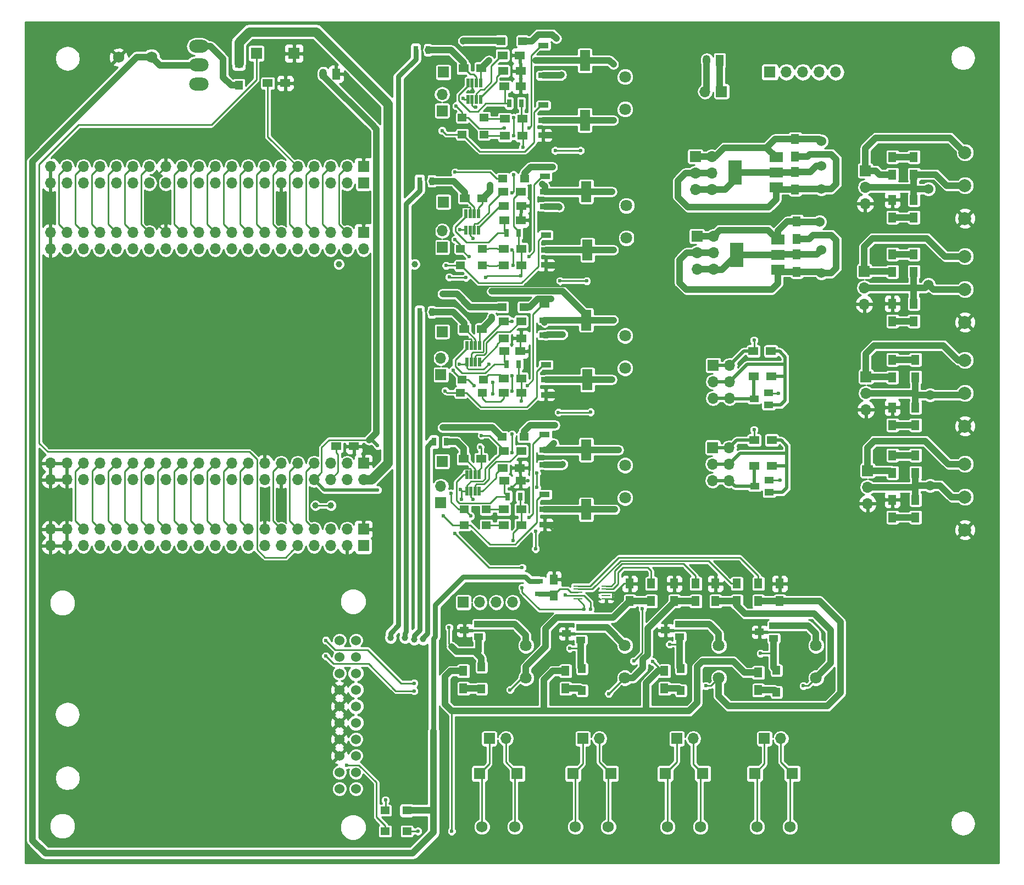
<source format=gtl>
G04 #@! TF.FileFunction,Copper,L1,Top,Signal*
%FSLAX46Y46*%
G04 Gerber Fmt 4.6, Leading zero omitted, Abs format (unit mm)*
G04 Created by KiCad (PCBNEW 4.0.7-e2-6376~60~ubuntu17.10.1) date Wed Nov  8 13:38:44 2017*
%MOMM*%
%LPD*%
G01*
G04 APERTURE LIST*
%ADD10C,0.100000*%
%ADD11R,1.300000X0.700000*%
%ADD12R,0.700000X1.300000*%
%ADD13C,1.524000*%
%ADD14R,1.422400X0.279400*%
%ADD15R,1.700000X1.700000*%
%ADD16O,1.700000X1.700000*%
%ADD17R,1.500000X1.250000*%
%ADD18R,1.625600X0.889000*%
%ADD19R,1.625600X3.175000*%
%ADD20R,1.500000X1.300000*%
%ADD21R,1.350000X1.200000*%
%ADD22R,0.508000X1.320800*%
%ADD23R,1.800000X1.800000*%
%ADD24R,1.250000X1.500000*%
%ADD25R,1.300000X1.500000*%
%ADD26R,1.200000X1.350000*%
%ADD27R,1.200000X1.700000*%
%ADD28O,1.200000X1.700000*%
%ADD29R,2.000000X3.800000*%
%ADD30R,2.000000X1.500000*%
%ADD31R,1.400000X1.000000*%
%ADD32C,1.800000*%
%ADD33C,1.750000*%
%ADD34C,2.000000*%
%ADD35O,3.000000X2.000000*%
%ADD36C,0.600000*%
%ADD37C,1.000000*%
%ADD38C,0.800000*%
%ADD39C,0.250000*%
%ADD40C,1.000000*%
%ADD41C,0.800000*%
%ADD42C,0.254000*%
%ADD43C,1.400000*%
%ADD44C,0.500000*%
%ADD45C,0.750000*%
G04 APERTURE END LIST*
D10*
D11*
X102682000Y-104694000D03*
X102682000Y-106594000D03*
D12*
X86150000Y-63200000D03*
X84250000Y-63200000D03*
X85550000Y-22800000D03*
X83650000Y-22800000D03*
X99950000Y-31000000D03*
X98050000Y-31000000D03*
D13*
X74422000Y-136652000D03*
X71882000Y-136652000D03*
X74422000Y-134112000D03*
X71882000Y-134112000D03*
X74422000Y-131572000D03*
X71882000Y-131572000D03*
X74422000Y-129032000D03*
X71882000Y-129032000D03*
X74422000Y-126492000D03*
X71882000Y-126492000D03*
X74422000Y-123952000D03*
X71882000Y-123952000D03*
X74422000Y-121412000D03*
X71882000Y-121412000D03*
X74422000Y-118872000D03*
X71882000Y-118872000D03*
X74422000Y-116332000D03*
X71882000Y-116332000D03*
X74422000Y-113792000D03*
X71882000Y-113792000D03*
D14*
X112994400Y-107396600D03*
X112994400Y-106914000D03*
X112994400Y-106406000D03*
X112994400Y-105898000D03*
X112994400Y-105415400D03*
X108625600Y-105415400D03*
X108625600Y-105898000D03*
X108625600Y-106406000D03*
X108625600Y-106914000D03*
X108625600Y-107396600D03*
D15*
X75600000Y-50946000D03*
D16*
X75600000Y-53486000D03*
X73060000Y-50946000D03*
X73060000Y-53486000D03*
X70520000Y-50946000D03*
X70520000Y-53486000D03*
X67980000Y-50946000D03*
X67980000Y-53486000D03*
X65440000Y-50946000D03*
X65440000Y-53486000D03*
X62900000Y-50946000D03*
X62900000Y-53486000D03*
X60360000Y-50946000D03*
X60360000Y-53486000D03*
X57820000Y-50946000D03*
X57820000Y-53486000D03*
X55280000Y-50946000D03*
X55280000Y-53486000D03*
X52740000Y-50946000D03*
X52740000Y-53486000D03*
X50200000Y-50946000D03*
X50200000Y-53486000D03*
X47660000Y-50946000D03*
X47660000Y-53486000D03*
X45120000Y-50946000D03*
X45120000Y-53486000D03*
X42580000Y-50946000D03*
X42580000Y-53486000D03*
X40040000Y-50946000D03*
X40040000Y-53486000D03*
X37500000Y-50946000D03*
X37500000Y-53486000D03*
X34960000Y-50946000D03*
X34960000Y-53486000D03*
X32420000Y-50946000D03*
X32420000Y-53486000D03*
X29880000Y-50946000D03*
X29880000Y-53486000D03*
X27340000Y-50946000D03*
X27340000Y-53486000D03*
D17*
X99825000Y-49025000D03*
X97325000Y-49025000D03*
D18*
X103324600Y-31313600D03*
X103324600Y-33625000D03*
X103324600Y-35936400D03*
D19*
X109725400Y-33625000D03*
D20*
X97025000Y-87225000D03*
X99725000Y-87225000D03*
D17*
X99825000Y-89225000D03*
X97325000Y-89225000D03*
D21*
X100325000Y-82425000D03*
X96975000Y-82425000D03*
D15*
X87725000Y-86225000D03*
D20*
X93725000Y-85825000D03*
X91025000Y-85825000D03*
D21*
X91175000Y-96025000D03*
X94525000Y-96025000D03*
D15*
X87525000Y-92565000D03*
D16*
X87525000Y-90025000D03*
D21*
X91175000Y-93625000D03*
X94525000Y-93625000D03*
D22*
X93455400Y-88285000D03*
X92820400Y-88285000D03*
X92160000Y-88285000D03*
X91525000Y-88285000D03*
X91525000Y-90825000D03*
X92160000Y-90825000D03*
X92820400Y-90825000D03*
X93455400Y-90825000D03*
D20*
X97225000Y-93625000D03*
X99925000Y-93625000D03*
X97225000Y-96025000D03*
X99925000Y-96025000D03*
X99925000Y-84625000D03*
X97225000Y-84625000D03*
X97125000Y-26025000D03*
X99825000Y-26025000D03*
D15*
X75600000Y-43326000D03*
D16*
X73060000Y-43326000D03*
X70520000Y-43326000D03*
X67980000Y-43326000D03*
X65440000Y-43326000D03*
X62900000Y-43326000D03*
X60360000Y-43326000D03*
X57820000Y-43326000D03*
X55280000Y-43326000D03*
X52740000Y-43326000D03*
X50200000Y-43326000D03*
X47660000Y-43326000D03*
X45120000Y-43326000D03*
X42580000Y-43326000D03*
X40040000Y-43326000D03*
X37500000Y-43326000D03*
X34960000Y-43326000D03*
X32420000Y-43326000D03*
X29880000Y-43326000D03*
X27340000Y-43326000D03*
D23*
X59102000Y-23324000D03*
X64902000Y-23324000D03*
X107902000Y-134324000D03*
X113702000Y-134324000D03*
D17*
X99825000Y-28425000D03*
X97325000Y-28425000D03*
X99775000Y-69225000D03*
X97275000Y-69225000D03*
D24*
X104968000Y-106894000D03*
X104968000Y-104394000D03*
D25*
X160426000Y-41986000D03*
X160426000Y-39286000D03*
X160426000Y-56972000D03*
X160426000Y-54272000D03*
X160680000Y-73228000D03*
X160680000Y-70528000D03*
X160680000Y-87960000D03*
X160680000Y-85260000D03*
X160426000Y-48590000D03*
X160426000Y-45890000D03*
X160426000Y-64592000D03*
X160426000Y-61892000D03*
X160680000Y-80594000D03*
X160680000Y-77894000D03*
X160680000Y-94818000D03*
X160680000Y-92118000D03*
D21*
X90825000Y-33225000D03*
X94175000Y-33225000D03*
X90575000Y-53425000D03*
X93925000Y-53425000D03*
X90775000Y-73625000D03*
X94125000Y-73625000D03*
D26*
X93792000Y-117914000D03*
X93792000Y-121264000D03*
X109286000Y-118168000D03*
X109286000Y-121518000D03*
X124526000Y-118168000D03*
X124526000Y-121518000D03*
X139258000Y-118422000D03*
X139258000Y-121772000D03*
X56402000Y-28224000D03*
X56402000Y-24874000D03*
D21*
X100125000Y-21425000D03*
X96775000Y-21425000D03*
X100425000Y-42625000D03*
X97075000Y-42625000D03*
X100325000Y-62425000D03*
X96975000Y-62425000D03*
D15*
X152933000Y-41398000D03*
D16*
X152933000Y-43938000D03*
X152933000Y-46478000D03*
D15*
X152806000Y-56892000D03*
D16*
X152806000Y-59432000D03*
X152806000Y-61972000D03*
D15*
X153060000Y-73148000D03*
D16*
X153060000Y-75688000D03*
X153060000Y-78228000D03*
D15*
X153314000Y-87626000D03*
D16*
X153314000Y-90166000D03*
X153314000Y-92706000D03*
D15*
X126745600Y-39213600D03*
D16*
X129285600Y-39213600D03*
X126745600Y-41753600D03*
X129285600Y-41753600D03*
X126745600Y-44293600D03*
X129285600Y-44293600D03*
D15*
X126999600Y-51507200D03*
D16*
X129539600Y-51507200D03*
X126999600Y-54047200D03*
X129539600Y-54047200D03*
X126999600Y-56587200D03*
X129539600Y-56587200D03*
D15*
X129501500Y-71382700D03*
D16*
X132041500Y-71382700D03*
X129501500Y-73922700D03*
X132041500Y-73922700D03*
X129501500Y-76462700D03*
X132041500Y-76462700D03*
D15*
X129438000Y-84070000D03*
D16*
X131978000Y-84070000D03*
X129438000Y-86610000D03*
X131978000Y-86610000D03*
X129438000Y-89150000D03*
X131978000Y-89150000D03*
D15*
X75600000Y-40786000D03*
D16*
X73060000Y-40786000D03*
X70520000Y-40786000D03*
X67980000Y-40786000D03*
X65440000Y-40786000D03*
X62900000Y-40786000D03*
X60360000Y-40786000D03*
X57820000Y-40786000D03*
X55280000Y-40786000D03*
X52740000Y-40786000D03*
X50200000Y-40786000D03*
X47660000Y-40786000D03*
X45120000Y-40786000D03*
X42580000Y-40786000D03*
X40040000Y-40786000D03*
X37500000Y-40786000D03*
X34960000Y-40786000D03*
X32420000Y-40786000D03*
X29880000Y-40786000D03*
X27340000Y-40786000D03*
D15*
X75600000Y-96666000D03*
D16*
X73060000Y-96666000D03*
X70520000Y-96666000D03*
X67980000Y-96666000D03*
X65440000Y-96666000D03*
X62900000Y-96666000D03*
X60360000Y-96666000D03*
X57820000Y-96666000D03*
X55280000Y-96666000D03*
X52740000Y-96666000D03*
X50200000Y-96666000D03*
X47660000Y-96666000D03*
X45120000Y-96666000D03*
X42580000Y-96666000D03*
X40040000Y-96666000D03*
X37500000Y-96666000D03*
X34960000Y-96666000D03*
X32420000Y-96666000D03*
X29880000Y-96666000D03*
X27340000Y-96666000D03*
D15*
X75600000Y-99206000D03*
D16*
X73060000Y-99206000D03*
X70520000Y-99206000D03*
X67980000Y-99206000D03*
X65440000Y-99206000D03*
X62900000Y-99206000D03*
X60360000Y-99206000D03*
X57820000Y-99206000D03*
X55280000Y-99206000D03*
X52740000Y-99206000D03*
X50200000Y-99206000D03*
X47660000Y-99206000D03*
X45120000Y-99206000D03*
X42580000Y-99206000D03*
X40040000Y-99206000D03*
X37500000Y-99206000D03*
X34960000Y-99206000D03*
X32420000Y-99206000D03*
X29880000Y-99206000D03*
X27340000Y-99206000D03*
D15*
X75600000Y-86506000D03*
D16*
X75600000Y-89046000D03*
X73060000Y-86506000D03*
X73060000Y-89046000D03*
X70520000Y-86506000D03*
X70520000Y-89046000D03*
X67980000Y-86506000D03*
X67980000Y-89046000D03*
X65440000Y-86506000D03*
X65440000Y-89046000D03*
X62900000Y-86506000D03*
X62900000Y-89046000D03*
X60360000Y-86506000D03*
X60360000Y-89046000D03*
X57820000Y-86506000D03*
X57820000Y-89046000D03*
X55280000Y-86506000D03*
X55280000Y-89046000D03*
X52740000Y-86506000D03*
X52740000Y-89046000D03*
X50200000Y-86506000D03*
X50200000Y-89046000D03*
X47660000Y-86506000D03*
X47660000Y-89046000D03*
X45120000Y-86506000D03*
X45120000Y-89046000D03*
X42580000Y-86506000D03*
X42580000Y-89046000D03*
X40040000Y-86506000D03*
X40040000Y-89046000D03*
X37500000Y-86506000D03*
X37500000Y-89046000D03*
X34960000Y-86506000D03*
X34960000Y-89046000D03*
X32420000Y-86506000D03*
X32420000Y-89046000D03*
X29880000Y-86506000D03*
X29880000Y-89046000D03*
X27340000Y-86506000D03*
X27340000Y-89046000D03*
D27*
X71402000Y-26524000D03*
D28*
X69402000Y-26524000D03*
D15*
X87725000Y-32165000D03*
D16*
X87725000Y-29625000D03*
D15*
X87725000Y-53225000D03*
D16*
X87725000Y-50685000D03*
D15*
X87525000Y-72825000D03*
D16*
X87525000Y-70285000D03*
D15*
X90998000Y-107930000D03*
D16*
X93538000Y-107930000D03*
X96078000Y-107930000D03*
X98618000Y-107930000D03*
D29*
X132892000Y-41652000D03*
D30*
X139192000Y-41652000D03*
X139192000Y-39352000D03*
X139192000Y-43952000D03*
D29*
X133146000Y-54352000D03*
D30*
X139446000Y-54352000D03*
X139446000Y-52052000D03*
X139446000Y-56652000D03*
D31*
X135831000Y-76577000D03*
X138031000Y-75627000D03*
X138031000Y-77527000D03*
X135958000Y-90039000D03*
X138158000Y-89089000D03*
X138158000Y-90989000D03*
D18*
X103724600Y-51313600D03*
X103724600Y-53625000D03*
X103724600Y-55936400D03*
D19*
X110125400Y-53625000D03*
D18*
X103324600Y-22113600D03*
X103324600Y-24425000D03*
X103324600Y-26736400D03*
D19*
X109725400Y-24425000D03*
D18*
X103540600Y-42313600D03*
X103540600Y-44625000D03*
X103540600Y-46936400D03*
D19*
X109941400Y-44625000D03*
D18*
X103724600Y-71313600D03*
X103724600Y-73625000D03*
X103724600Y-75936400D03*
D19*
X110125400Y-73625000D03*
D18*
X103524600Y-91313600D03*
X103524600Y-93625000D03*
X103524600Y-95936400D03*
D19*
X109925400Y-93625000D03*
D18*
X103524600Y-62113600D03*
X103524600Y-64425000D03*
X103524600Y-66736400D03*
D19*
X109925400Y-64425000D03*
D18*
X103524600Y-82113600D03*
X103524600Y-84425000D03*
X103524600Y-86736400D03*
D19*
X109925400Y-84425000D03*
D31*
X91168000Y-112248000D03*
X93368000Y-111298000D03*
X93368000Y-113198000D03*
X106916000Y-112756000D03*
X109116000Y-111806000D03*
X109116000Y-113706000D03*
X122156000Y-112248000D03*
X124356000Y-111298000D03*
X124356000Y-113198000D03*
X136634000Y-112502000D03*
X138834000Y-111552000D03*
X138834000Y-113452000D03*
D25*
X157124000Y-39286000D03*
X157124000Y-41986000D03*
X157124000Y-54272000D03*
X157124000Y-56972000D03*
X157124000Y-70528000D03*
X157124000Y-73228000D03*
X157124000Y-85260000D03*
X157124000Y-87960000D03*
X157124000Y-45890000D03*
X157124000Y-48590000D03*
X157124000Y-61892000D03*
X157124000Y-64592000D03*
X157124000Y-77894000D03*
X157124000Y-80594000D03*
X157124000Y-92118000D03*
X157124000Y-94818000D03*
X142138000Y-44272000D03*
X142138000Y-41572000D03*
X142138000Y-36492000D03*
X142138000Y-39192000D03*
X142392000Y-56972000D03*
X142392000Y-54272000D03*
X142392000Y-49192000D03*
X142392000Y-51892000D03*
D20*
X138408000Y-69211000D03*
X135708000Y-69211000D03*
X135771500Y-73059100D03*
X138471500Y-73059100D03*
X138535000Y-82927000D03*
X135835000Y-82927000D03*
X135835000Y-86864000D03*
X138535000Y-86864000D03*
X71450000Y-83884000D03*
X74150000Y-83884000D03*
X97375000Y-33425000D03*
X100075000Y-33425000D03*
X97225000Y-53425000D03*
X99925000Y-53425000D03*
D32*
X115925000Y-31925000D03*
X115925000Y-26925000D03*
X116139000Y-51785000D03*
X116139000Y-46785000D03*
D20*
X93725000Y-25625000D03*
X91025000Y-25625000D03*
X93925000Y-45625000D03*
X91225000Y-45625000D03*
X97025000Y-23625000D03*
X99725000Y-23625000D03*
X97175000Y-44625000D03*
X99875000Y-44625000D03*
X97225000Y-46825000D03*
X99925000Y-46825000D03*
X97225000Y-73425000D03*
X99925000Y-73425000D03*
D32*
X115925000Y-71825000D03*
X115925000Y-66825000D03*
X115925000Y-91825000D03*
X115925000Y-86825000D03*
D20*
X93875000Y-65825000D03*
X91175000Y-65825000D03*
X99925000Y-64625000D03*
X97225000Y-64625000D03*
X97225000Y-67225000D03*
X99925000Y-67225000D03*
D25*
X90998000Y-121218000D03*
X90998000Y-118518000D03*
X106746000Y-121218000D03*
X106746000Y-118518000D03*
X121986000Y-121218000D03*
X121986000Y-118518000D03*
X136464000Y-121472000D03*
X136464000Y-118772000D03*
D32*
X100650000Y-114574000D03*
X100650000Y-119574000D03*
X115890000Y-114574000D03*
X115890000Y-119574000D03*
X130368000Y-114574000D03*
X130368000Y-119574000D03*
X145354000Y-114574000D03*
X145354000Y-119574000D03*
D25*
X116652000Y-105056000D03*
X116652000Y-107756000D03*
X123510000Y-105056000D03*
X123510000Y-107756000D03*
X139766000Y-105056000D03*
X139766000Y-107756000D03*
X129860000Y-105056000D03*
X129860000Y-107756000D03*
X119954000Y-107756000D03*
X119954000Y-105056000D03*
X126812000Y-107756000D03*
X126812000Y-105056000D03*
X136464000Y-107756000D03*
X136464000Y-105056000D03*
X133162000Y-107756000D03*
X133162000Y-105056000D03*
D13*
X162712000Y-44192000D03*
X162712000Y-58924000D03*
X162966000Y-75942000D03*
X162966000Y-89912000D03*
X146202000Y-44192000D03*
X146202000Y-57146000D03*
X146202000Y-40636000D03*
X146202000Y-36826000D03*
X146202000Y-53590000D03*
X145948000Y-49272000D03*
D22*
X93655400Y-27885000D03*
X93020400Y-27885000D03*
X92360000Y-27885000D03*
X91725000Y-27885000D03*
X91725000Y-30425000D03*
X92360000Y-30425000D03*
X93020400Y-30425000D03*
X93655400Y-30425000D03*
X93325000Y-48025000D03*
X92690000Y-48025000D03*
X92029600Y-48025000D03*
X91394600Y-48025000D03*
X91394600Y-50565000D03*
X92029600Y-50565000D03*
X92690000Y-50565000D03*
X93325000Y-50565000D03*
X93490200Y-68355000D03*
X92855200Y-68355000D03*
X92194800Y-68355000D03*
X91559800Y-68355000D03*
X91559800Y-70895000D03*
X92194800Y-70895000D03*
X92855200Y-70895000D03*
X93490200Y-70895000D03*
D21*
X90825000Y-35825000D03*
X94175000Y-35825000D03*
X90575000Y-56025000D03*
X93925000Y-56025000D03*
X90575000Y-75625000D03*
X93925000Y-75625000D03*
D20*
X97375000Y-36025000D03*
X100075000Y-36025000D03*
X97225000Y-56025000D03*
X99925000Y-56025000D03*
X97225000Y-75625000D03*
X99925000Y-75625000D03*
D15*
X95002000Y-128924000D03*
D16*
X97542000Y-128924000D03*
D15*
X123902000Y-128924000D03*
D16*
X126442000Y-128924000D03*
D15*
X109402000Y-128924000D03*
D16*
X111942000Y-128924000D03*
D15*
X137402000Y-128924000D03*
D16*
X139942000Y-128924000D03*
D15*
X87925000Y-26225000D03*
X87925000Y-46225000D03*
X87725000Y-66225000D03*
X130800000Y-29200000D03*
D16*
X128260000Y-29200000D03*
D20*
X63552000Y-27924000D03*
X60852000Y-27924000D03*
D33*
X37862000Y-23924000D03*
X42942000Y-23924000D03*
X93862000Y-142524000D03*
X98942000Y-142524000D03*
X122462000Y-142524000D03*
X127542000Y-142524000D03*
X108262000Y-142524000D03*
X113342000Y-142524000D03*
X136262000Y-142524000D03*
X141342000Y-142524000D03*
D34*
X168300000Y-38604000D03*
X168300000Y-43684000D03*
X168300000Y-48764000D03*
X168300000Y-54606000D03*
X168300000Y-59686000D03*
X168300000Y-64766000D03*
X168300000Y-70608000D03*
X168300000Y-75688000D03*
X168300000Y-80768000D03*
X168300000Y-86610000D03*
X168300000Y-91690000D03*
X168300000Y-96770000D03*
D21*
X82300000Y-140000000D03*
X78950000Y-140000000D03*
X82300000Y-143200000D03*
X78950000Y-143200000D03*
D27*
X130505000Y-24419000D03*
D28*
X128505000Y-24419000D03*
D23*
X135902000Y-134324000D03*
X141702000Y-134324000D03*
X122102000Y-134324000D03*
X127902000Y-134324000D03*
X93502000Y-134324000D03*
X99302000Y-134324000D03*
D35*
X50202000Y-28024000D03*
X50202000Y-25124000D03*
X50202000Y-22224000D03*
D15*
X138240000Y-26200000D03*
D16*
X140780000Y-26200000D03*
X143320000Y-26200000D03*
X145860000Y-26200000D03*
X148400000Y-26200000D03*
D12*
X86150000Y-43000000D03*
X84250000Y-43000000D03*
X99550000Y-71225000D03*
X97650000Y-71225000D03*
X99525000Y-51025000D03*
X97625000Y-51025000D03*
X99750000Y-91600000D03*
X97850000Y-91600000D03*
X88350000Y-83200000D03*
X86450000Y-83200000D03*
D36*
X75774990Y-38200000D03*
X75774990Y-36200000D03*
X68999998Y-112400000D03*
X69000004Y-121400000D03*
X110800000Y-69200000D03*
X109600000Y-49000000D03*
X109750000Y-104325000D03*
X110800000Y-106800000D03*
X92325000Y-29150000D03*
X89299989Y-90325829D03*
X106125000Y-36025000D03*
X98525000Y-90225000D03*
X100925000Y-89225000D03*
X106325000Y-96025000D03*
X101099990Y-69225000D03*
X106125000Y-75825000D03*
X101125000Y-49025000D03*
X106325000Y-56025000D03*
X99925000Y-29625000D03*
X75600000Y-83800000D03*
X75600000Y-48200000D03*
X27340000Y-45500000D03*
X27340000Y-43326000D03*
D37*
X83500021Y-55800000D03*
D36*
X89200000Y-143200000D03*
X84000000Y-143200000D03*
D37*
X71800000Y-55800000D03*
D36*
X110600000Y-78600000D03*
X110000000Y-58400000D03*
X88825000Y-57800000D03*
X91400000Y-57875000D03*
X94450000Y-57875000D03*
X105900000Y-58375000D03*
X99875000Y-57600000D03*
X100175000Y-37825000D03*
X105150000Y-38300000D03*
X109050000Y-38300000D03*
X118600000Y-108925000D03*
X117275000Y-116975000D03*
X120175000Y-117050000D03*
X98675000Y-98375000D03*
X99925000Y-76925000D03*
X105650000Y-78650000D03*
X89874990Y-31425000D03*
X101125000Y-34825000D03*
X97324998Y-34825000D03*
X89725000Y-52025000D03*
X91925000Y-54625000D03*
X101125000Y-54625000D03*
X89420550Y-72129450D03*
X92625001Y-74550001D03*
X100892948Y-74524999D03*
X89099262Y-91100250D03*
X92125000Y-94625000D03*
X101125000Y-94825000D03*
X88800000Y-111800000D03*
X107400000Y-115000000D03*
X122800000Y-114400000D03*
X136800000Y-115800000D03*
X105325000Y-21025000D03*
X106125000Y-26625000D03*
X105799992Y-47000000D03*
X104725000Y-40825000D03*
X104510474Y-61200010D03*
X106325000Y-66625000D03*
X105125000Y-80625000D03*
X106325000Y-86625000D03*
X98200000Y-121400000D03*
X113400000Y-122000000D03*
X128400000Y-120800000D03*
X143400000Y-120800000D03*
D37*
X79800000Y-113400000D03*
X81999994Y-113400000D03*
X83401139Y-113656809D03*
X84800004Y-113600000D03*
D36*
X102150000Y-96975000D03*
X102125000Y-99675000D03*
X106700000Y-106800000D03*
X98525000Y-44825000D03*
X98725000Y-42025000D03*
X98725000Y-36025000D03*
X98725000Y-33225000D03*
X92925000Y-31625000D03*
X92525000Y-51825000D03*
X98525000Y-53625000D03*
X98674998Y-56025000D03*
X92525000Y-92025000D03*
X102325000Y-90225000D03*
X102325000Y-88025000D03*
X98525000Y-84825000D03*
X98525000Y-82025000D03*
X98525000Y-75425000D03*
X98525000Y-73025000D03*
X98525000Y-64625000D03*
X110600013Y-109000000D03*
X83400000Y-121600000D03*
X69800000Y-116200000D03*
X93800000Y-82200000D03*
X94915516Y-71214175D03*
X95525000Y-74050010D03*
X90675000Y-92024998D03*
X90550000Y-90514834D03*
X89675000Y-97300000D03*
X100050000Y-102575000D03*
X100050000Y-105675000D03*
X90375000Y-71275000D03*
X90475000Y-50500000D03*
X90925000Y-30275000D03*
X95525000Y-75825000D03*
X109600000Y-109000000D03*
X83400000Y-120400000D03*
X69808000Y-113792000D03*
X139602000Y-75724000D03*
X135802000Y-67524000D03*
X139802000Y-89124000D03*
X135802000Y-81324000D03*
X77800000Y-83800000D03*
X77800000Y-90600000D03*
D37*
X68200000Y-93000000D03*
X70600000Y-93000000D03*
D36*
X87725000Y-35225000D03*
X88325000Y-56025000D03*
X88199999Y-75350001D03*
X87925000Y-94625000D03*
D38*
X114125000Y-33625000D03*
D36*
X114125000Y-53625000D03*
X114125000Y-25025000D03*
X94925000Y-24424998D03*
X102125000Y-24425000D03*
X95125000Y-43625000D03*
X103125000Y-43425000D03*
X113925000Y-44625000D03*
X113925000Y-73625000D03*
X114325000Y-93625000D03*
X95400000Y-60000000D03*
X95375000Y-63975000D03*
X114125000Y-64425000D03*
X93600000Y-84000000D03*
X104925000Y-83425000D03*
X114925000Y-84425000D03*
X90925000Y-21425000D03*
X89725000Y-41625000D03*
X87800000Y-60400000D03*
X87800000Y-81000000D03*
X79000000Y-138400002D03*
X73000000Y-133000000D03*
D39*
X74150000Y-83884000D02*
X75516000Y-83884000D01*
X75516000Y-83884000D02*
X75600000Y-83800000D01*
X75774990Y-36200000D02*
X75774990Y-38200000D01*
X69000004Y-112400006D02*
X68999998Y-112400000D01*
X69000004Y-121400000D02*
X69000004Y-112400006D01*
X113625011Y-59174989D02*
X117364001Y-55435999D01*
X117364001Y-49914001D02*
X116450000Y-49000000D01*
X116450000Y-49000000D02*
X110024264Y-49000000D01*
X110024264Y-49000000D02*
X109600000Y-49000000D01*
X88749989Y-59174989D02*
X113625011Y-59174989D01*
X86549999Y-56974999D02*
X88749989Y-59174989D01*
X92029600Y-48025000D02*
X92029600Y-47114600D01*
X89631399Y-47039599D02*
X86549999Y-50120999D01*
X92029600Y-47114600D02*
X91954599Y-47039599D01*
X86549999Y-50120999D02*
X86549999Y-56974999D01*
X117364001Y-55435999D02*
X117364001Y-49914001D01*
X91954599Y-47039599D02*
X89631399Y-47039599D01*
X92194800Y-68355000D02*
X92194800Y-67444600D01*
X90980799Y-67450000D02*
X88620998Y-67450000D01*
X91691100Y-79725000D02*
X115150000Y-79725000D01*
X92194800Y-67444600D02*
X92119799Y-67369599D01*
X92119799Y-67369599D02*
X91061200Y-67369599D01*
X117650000Y-71650000D02*
X115499999Y-69499999D01*
X91061200Y-67369599D02*
X90980799Y-67450000D01*
X88620998Y-67450000D02*
X86349999Y-69720999D01*
X86349999Y-69720999D02*
X86349999Y-74383899D01*
X86349999Y-74383899D02*
X91691100Y-79725000D01*
X115150000Y-79725000D02*
X117650000Y-77225000D01*
X117650000Y-77225000D02*
X117650000Y-71650000D01*
X115499999Y-69499999D02*
X111099999Y-69499999D01*
X111099999Y-69499999D02*
X110800000Y-69200000D01*
X109750000Y-104325000D02*
X105037000Y-104325000D01*
X105037000Y-104325000D02*
X104968000Y-104394000D01*
X112994400Y-106406000D02*
X111194000Y-106406000D01*
X111194000Y-106406000D02*
X110800000Y-106800000D01*
X112994400Y-107396600D02*
X113955600Y-107396600D01*
X113955600Y-107396600D02*
X114030601Y-107321599D01*
X114030601Y-107321599D02*
X114030601Y-106481001D01*
X114030601Y-106481001D02*
X113955600Y-106406000D01*
X113955600Y-106406000D02*
X112994400Y-106406000D01*
X45120000Y-40786000D02*
X43944999Y-41961001D01*
X43944999Y-41961001D02*
X43944999Y-49770999D01*
X43944999Y-49770999D02*
X44270001Y-50096001D01*
X44270001Y-50096001D02*
X45120000Y-50946000D01*
X104968000Y-104394000D02*
X104968000Y-97011500D01*
X104968000Y-97011500D02*
X103892900Y-95936400D01*
X103892900Y-95936400D02*
X103524600Y-95936400D01*
X99925000Y-46825000D02*
X99925000Y-47825000D01*
X92325000Y-29150000D02*
X92325000Y-27920000D01*
X92325000Y-27920000D02*
X92360000Y-27885000D01*
X89299989Y-89010609D02*
X89299989Y-90325829D01*
X92084999Y-87299599D02*
X91010999Y-87299599D01*
X92160000Y-88285000D02*
X92160000Y-87374600D01*
X92160000Y-87374600D02*
X92084999Y-87299599D01*
X91010999Y-87299599D02*
X89299989Y-89010609D01*
X106036400Y-35936400D02*
X106125000Y-36025000D01*
D40*
X103324600Y-35936400D02*
X106036400Y-35936400D01*
D39*
X99725000Y-87225000D02*
X100325000Y-87225000D01*
X99825000Y-89225000D02*
X99525000Y-89225000D01*
X99525000Y-89225000D02*
X98525000Y-90225000D01*
X99825000Y-89225000D02*
X99825000Y-87325000D01*
X99825000Y-87325000D02*
X99725000Y-87225000D01*
X100925000Y-89225000D02*
X99825000Y-89225000D01*
X103892900Y-95936400D02*
X103981500Y-96025000D01*
D40*
X103981500Y-96025000D02*
X106325000Y-96025000D01*
D39*
X99775000Y-69225000D02*
X99775000Y-67375000D01*
X99775000Y-67375000D02*
X99925000Y-67225000D01*
X99775000Y-69225000D02*
X101099990Y-69225000D01*
D40*
X103724600Y-75936400D02*
X106013600Y-75936400D01*
D39*
X106013600Y-75936400D02*
X106125000Y-75825000D01*
X99825000Y-49025000D02*
X101125000Y-49025000D01*
X103724600Y-55936400D02*
X104092900Y-55936400D01*
X104092900Y-55936400D02*
X104181500Y-56025000D01*
D40*
X104181500Y-56025000D02*
X106325000Y-56025000D01*
D39*
X99925000Y-29625000D02*
X99925000Y-28525000D01*
X99925000Y-28525000D02*
X99825000Y-28425000D01*
X99725000Y-23625000D02*
X99725000Y-25925000D01*
X99725000Y-25925000D02*
X99825000Y-26025000D01*
X99825000Y-26025000D02*
X99825000Y-28425000D01*
X75600000Y-50946000D02*
X75600000Y-48200000D01*
X116652000Y-105056000D02*
X115752000Y-105056000D01*
X114402000Y-106406000D02*
X112994400Y-106406000D01*
X115752000Y-105056000D02*
X114402000Y-106406000D01*
X63552000Y-27924000D02*
X65676000Y-27924000D01*
X65676000Y-27924000D02*
X66000000Y-27600000D01*
X62800000Y-99306000D02*
X62900000Y-99206000D01*
X75600000Y-84400000D02*
X75600000Y-86506000D01*
X27340000Y-43326000D02*
X27340000Y-45500000D01*
X97425000Y-31025000D02*
X97425000Y-31000000D01*
X97425000Y-31000000D02*
X97425000Y-28525000D01*
X98050000Y-31000000D02*
X97425000Y-31000000D01*
X94450004Y-31025000D02*
X97425000Y-31025000D01*
X93225002Y-32250002D02*
X94450004Y-31025000D01*
X91974998Y-32250002D02*
X93225002Y-32250002D01*
X90299998Y-30575002D02*
X91974998Y-32250002D01*
X91725000Y-28291400D02*
X90299998Y-29716402D01*
X91725000Y-27885000D02*
X91725000Y-28291400D01*
X90299998Y-29716402D02*
X90299998Y-30575002D01*
X97425000Y-28525000D02*
X97325000Y-28425000D01*
X97625000Y-51025000D02*
X96325000Y-51025000D01*
X91449999Y-52450001D02*
X89774999Y-50775001D01*
X96325000Y-51025000D02*
X94899999Y-52450001D01*
X94899999Y-52450001D02*
X91449999Y-52450001D01*
X89774999Y-50051001D02*
X91394600Y-48431400D01*
X89774999Y-50775001D02*
X89774999Y-50051001D01*
X91394600Y-48431400D02*
X91394600Y-48025000D01*
X97325000Y-49025000D02*
X97325000Y-50725000D01*
X97325000Y-50725000D02*
X97625000Y-51025000D01*
X97275000Y-69225000D02*
X97275000Y-70850000D01*
X97275000Y-70850000D02*
X97650000Y-71225000D01*
X97650000Y-71225000D02*
X95788589Y-71225000D01*
X94388589Y-72625000D02*
X90799998Y-72625000D01*
X95788589Y-71225000D02*
X94388589Y-72625000D01*
X90799998Y-72625000D02*
X89749999Y-71575001D01*
X89749999Y-71575001D02*
X89749999Y-70571201D01*
X89749999Y-70571201D02*
X91559800Y-68761400D01*
X91559800Y-68761400D02*
X91559800Y-68355000D01*
X97225000Y-69275000D02*
X97275000Y-69225000D01*
X97850000Y-91600000D02*
X96150000Y-91600000D01*
X96150000Y-91600000D02*
X95099999Y-92650001D01*
X95099999Y-92650001D02*
X91350001Y-92650001D01*
X91350001Y-92650001D02*
X91325001Y-92675001D01*
X89924999Y-92225001D02*
X89924999Y-89381001D01*
X91325001Y-92675001D02*
X90374999Y-92675001D01*
X90374999Y-92675001D02*
X89924999Y-92225001D01*
X89924999Y-89381001D02*
X91021000Y-88285000D01*
X91021000Y-88285000D02*
X91525000Y-88285000D01*
X97325000Y-89225000D02*
X97325000Y-91075000D01*
X97325000Y-91075000D02*
X97850000Y-91600000D01*
D41*
X102682000Y-104694000D02*
X101232000Y-104694000D01*
X101232000Y-104694000D02*
X100538000Y-104000000D01*
X100538000Y-104000000D02*
X90971996Y-104000000D01*
X90971996Y-104000000D02*
X86650022Y-108321974D01*
X86650022Y-108321974D02*
X86650022Y-113220114D01*
X86650022Y-113220114D02*
X86400000Y-113470136D01*
X86400000Y-113470136D02*
X86400000Y-127400000D01*
D40*
X42942000Y-23924000D02*
X44218000Y-25200000D01*
X44218000Y-25200000D02*
X50126000Y-25200000D01*
X50126000Y-25200000D02*
X50202000Y-25124000D01*
X26600000Y-146600000D02*
X24600000Y-144600000D01*
X24600000Y-40000000D02*
X40676000Y-23924000D01*
X83200000Y-146600000D02*
X26600000Y-146600000D01*
X86400000Y-140000000D02*
X86400000Y-143400000D01*
X86400000Y-143400000D02*
X83200000Y-146600000D01*
X24600000Y-144600000D02*
X24600000Y-40000000D01*
X40676000Y-23924000D02*
X42942000Y-23924000D01*
X86400000Y-140000000D02*
X86400000Y-127800000D01*
X82300000Y-140000000D02*
X86400000Y-140000000D01*
D41*
X86400000Y-127400000D02*
X86400000Y-128000000D01*
X86400000Y-128011000D02*
X86400000Y-127400000D01*
D40*
X162712000Y-44192000D02*
X160680000Y-44192000D01*
X160680000Y-44192000D02*
X160426000Y-43938000D01*
X152933000Y-43938000D02*
X160426000Y-43938000D01*
X160426000Y-45382000D02*
X160426000Y-43938000D01*
X160426000Y-43938000D02*
X160426000Y-41986000D01*
X160426000Y-41986000D02*
X163808000Y-41986000D01*
X165506000Y-43684000D02*
X168300000Y-43684000D01*
X163808000Y-41986000D02*
X165506000Y-43684000D01*
X157124000Y-39286000D02*
X160426000Y-39286000D01*
X168300000Y-59686000D02*
X163474000Y-59686000D01*
X163474000Y-59686000D02*
X162712000Y-58924000D01*
X160426000Y-59432000D02*
X162204000Y-59432000D01*
X162204000Y-59432000D02*
X162712000Y-58924000D01*
X152806000Y-59432000D02*
X160426000Y-59432000D01*
X160426000Y-59432000D02*
X160426000Y-59178000D01*
X160426000Y-56972000D02*
X160426000Y-59178000D01*
X160426000Y-59178000D02*
X160426000Y-61892000D01*
X157124000Y-54272000D02*
X160426000Y-54272000D01*
X162966000Y-75942000D02*
X168046000Y-75942000D01*
X168046000Y-75942000D02*
X168300000Y-75688000D01*
X153060000Y-75688000D02*
X160426000Y-75688000D01*
X160426000Y-75688000D02*
X160680000Y-75942000D01*
X160680000Y-75942000D02*
X162966000Y-75942000D01*
X160680000Y-73228000D02*
X160680000Y-75942000D01*
X160680000Y-75942000D02*
X160680000Y-77894000D01*
X157124000Y-70528000D02*
X160680000Y-70528000D01*
X162966000Y-89912000D02*
X164490000Y-89912000D01*
X166268000Y-91690000D02*
X168300000Y-91690000D01*
X164490000Y-89912000D02*
X166268000Y-91690000D01*
X162966000Y-89912000D02*
X160934000Y-89912000D01*
X160934000Y-89912000D02*
X160680000Y-90166000D01*
X160680000Y-90166000D02*
X153314000Y-90166000D01*
X160680000Y-87960000D02*
X160680000Y-90166000D01*
X160680000Y-90166000D02*
X160680000Y-91610000D01*
X157124000Y-85260000D02*
X160680000Y-85260000D01*
X157124000Y-48590000D02*
X160426000Y-48590000D01*
X157124000Y-64592000D02*
X160426000Y-64592000D01*
X157124000Y-80594000D02*
X160680000Y-80594000D01*
X157124000Y-94818000D02*
X160680000Y-94818000D01*
D39*
X99750000Y-91600000D02*
X99750000Y-93450000D01*
X99750000Y-93450000D02*
X99925000Y-93625000D01*
X99550000Y-71225000D02*
X99550000Y-73050000D01*
X99550000Y-73050000D02*
X99925000Y-73425000D01*
X99525000Y-51025000D02*
X99525000Y-50725000D01*
X99525000Y-50725000D02*
X98749999Y-49949999D01*
X98749999Y-49949999D02*
X98749999Y-45650001D01*
X99525000Y-51025000D02*
X99525000Y-53025000D01*
X99525000Y-53025000D02*
X99925000Y-53425000D01*
X99950000Y-31000000D02*
X99950000Y-33300000D01*
X99950000Y-33300000D02*
X100075000Y-33425000D01*
X89200000Y-143200000D02*
X89200000Y-127970000D01*
X89200000Y-127970000D02*
X89220000Y-127950000D01*
X82300000Y-143200000D02*
X84000000Y-143200000D01*
X110550000Y-78650000D02*
X110600000Y-78600000D01*
X105650000Y-78650000D02*
X110550000Y-78650000D01*
X105900000Y-58375000D02*
X109975000Y-58375000D01*
X109975000Y-58375000D02*
X110000000Y-58400000D01*
X91400000Y-57875000D02*
X88900000Y-57875000D01*
X88900000Y-57875000D02*
X88825000Y-57800000D01*
X99875000Y-57600000D02*
X94725000Y-57600000D01*
X94725000Y-57600000D02*
X94450000Y-57875000D01*
X99925000Y-56025000D02*
X99925000Y-57550000D01*
X99925000Y-57550000D02*
X99875000Y-57600000D01*
X100175000Y-37825000D02*
X100175000Y-36125000D01*
X100175000Y-36125000D02*
X100075000Y-36025000D01*
X109050000Y-38300000D02*
X105150000Y-38300000D01*
X117275000Y-116975000D02*
X118600000Y-115650000D01*
X118600000Y-115650000D02*
X118600000Y-108925000D01*
X121986000Y-118518000D02*
X121643000Y-118518000D01*
X121643000Y-118518000D02*
X120175000Y-117050000D01*
X99925000Y-96025000D02*
X99875000Y-96025000D01*
X99875000Y-96025000D02*
X98675000Y-97225000D01*
X98675000Y-97225000D02*
X98675000Y-98375000D01*
X99925000Y-76925000D02*
X99925000Y-75625000D01*
X99775000Y-44625000D02*
X98749999Y-45650001D01*
X99875000Y-44625000D02*
X99775000Y-44625000D01*
X99925000Y-96025000D02*
X99925000Y-93625000D01*
X99925000Y-75625000D02*
X99925000Y-73425000D01*
X99925000Y-56025000D02*
X99925000Y-53425000D01*
X100075000Y-36025000D02*
X100075000Y-33425000D01*
X90998000Y-118518000D02*
X90998000Y-118418000D01*
X89220000Y-127950000D02*
X89220000Y-124694000D01*
X60852000Y-27924000D02*
X60852000Y-36198000D01*
X60852000Y-36198000D02*
X65440000Y-40786000D01*
D42*
X65440000Y-40786000D02*
X64170000Y-42056000D01*
X64170000Y-42056000D02*
X64170000Y-49676000D01*
X64170000Y-49676000D02*
X65440000Y-50946000D01*
D40*
X121986000Y-118518000D02*
X121050000Y-118518000D01*
X119192000Y-120376000D02*
X119192000Y-124694000D01*
X121050000Y-118518000D02*
X119192000Y-120376000D01*
X106746000Y-118518000D02*
X104794000Y-118518000D01*
X103444000Y-119868000D02*
X103444000Y-124694000D01*
X104794000Y-118518000D02*
X103444000Y-119868000D01*
X136464000Y-118772000D02*
X134352000Y-118772000D01*
X89046000Y-118518000D02*
X90998000Y-118518000D01*
X88204000Y-119360000D02*
X89046000Y-118518000D01*
X88204000Y-123678000D02*
X88204000Y-119360000D01*
X89220000Y-124694000D02*
X88204000Y-123678000D01*
X125796000Y-124694000D02*
X119192000Y-124694000D01*
X119192000Y-124694000D02*
X103444000Y-124694000D01*
X103444000Y-124694000D02*
X89220000Y-124694000D01*
X127066000Y-123424000D02*
X125796000Y-124694000D01*
X127066000Y-117836000D02*
X127066000Y-123424000D01*
X127828000Y-117074000D02*
X127066000Y-117836000D01*
X132654000Y-117074000D02*
X127828000Y-117074000D01*
X134352000Y-118772000D02*
X132654000Y-117074000D01*
D39*
X89875000Y-31425000D02*
X89874990Y-31425000D01*
X90825000Y-32375000D02*
X89875000Y-31425000D01*
X90825000Y-33225000D02*
X90825000Y-32375000D01*
X101424999Y-34525001D02*
X101125000Y-34825000D01*
X101424999Y-23644901D02*
X101424999Y-34525001D01*
X102956300Y-22113600D02*
X101424999Y-23644901D01*
X103324600Y-22113600D02*
X102956300Y-22113600D01*
X96850746Y-34874988D02*
X96900734Y-34825000D01*
X93399988Y-34874988D02*
X96850746Y-34874988D01*
X91750000Y-33225000D02*
X93399988Y-34874988D01*
X90825000Y-33225000D02*
X91750000Y-33225000D01*
X96900734Y-34825000D02*
X97324998Y-34825000D01*
X97375000Y-33425000D02*
X94375000Y-33425000D01*
X94375000Y-33425000D02*
X94175000Y-33225000D01*
X90575000Y-53425000D02*
X90575000Y-52875000D01*
X90575000Y-52875000D02*
X89725000Y-52025000D01*
X103540600Y-42313600D02*
X103172300Y-42313600D01*
X103172300Y-42313600D02*
X101925000Y-43560900D01*
X101925000Y-53825000D02*
X101125000Y-54625000D01*
X101925000Y-43560900D02*
X101925000Y-53825000D01*
X91925000Y-54625000D02*
X91775000Y-54625000D01*
X91775000Y-54625000D02*
X90575000Y-53425000D01*
X94875002Y-53399998D02*
X94850000Y-53425000D01*
X96199998Y-53399998D02*
X94875002Y-53399998D01*
X97225000Y-53425000D02*
X96225000Y-53425000D01*
X96225000Y-53425000D02*
X96199998Y-53399998D01*
X94850000Y-53425000D02*
X93925000Y-53425000D01*
X89420550Y-72345550D02*
X89420550Y-72129450D01*
X90700000Y-73625000D02*
X89420550Y-72345550D01*
X90775000Y-73625000D02*
X90700000Y-73625000D01*
X101725000Y-73610002D02*
X100892948Y-74524999D01*
X101725000Y-63544900D02*
X101725000Y-73610002D01*
X92625001Y-74550001D02*
X91700000Y-73625000D01*
X91700000Y-73625000D02*
X90775000Y-73625000D01*
X103524600Y-62113600D02*
X103156300Y-62113600D01*
X103156300Y-62113600D02*
X101725000Y-63544900D01*
X97225000Y-73425000D02*
X96650000Y-72850000D01*
X96650000Y-72850000D02*
X94900000Y-72850000D01*
X94900000Y-72850000D02*
X94125000Y-73625000D01*
X90250000Y-93625000D02*
X89099262Y-92474262D01*
X89099262Y-92474262D02*
X89099262Y-91100250D01*
X91175000Y-93625000D02*
X90250000Y-93625000D01*
X101699999Y-94250001D02*
X101125000Y-94825000D01*
X101699999Y-87724999D02*
X101699999Y-94250001D01*
X101725000Y-87699998D02*
X101699999Y-87724999D01*
X101725000Y-83544900D02*
X101725000Y-87699998D01*
X103524600Y-82113600D02*
X103156300Y-82113600D01*
X103156300Y-82113600D02*
X101725000Y-83544900D01*
X92125000Y-94625000D02*
X92125000Y-94575000D01*
X92125000Y-94575000D02*
X91175000Y-93625000D01*
X97225000Y-93625000D02*
X94525000Y-93625000D01*
X88800000Y-111800000D02*
X88800000Y-114368000D01*
X88800000Y-114368000D02*
X89220000Y-114788000D01*
D40*
X93792000Y-117914000D02*
X93792000Y-116566000D01*
X93792000Y-116566000D02*
X92776000Y-115550000D01*
X89220000Y-114788000D02*
X89982000Y-115550000D01*
X89982000Y-115550000D02*
X92776000Y-115550000D01*
X92776000Y-115550000D02*
X93284000Y-115550000D01*
X93284000Y-115550000D02*
X93368000Y-115466000D01*
X93368000Y-115466000D02*
X93368000Y-113198000D01*
X90998000Y-121218000D02*
X93746000Y-121218000D01*
X93746000Y-121218000D02*
X93792000Y-121264000D01*
X109116000Y-113706000D02*
X109116000Y-114800000D01*
X109116000Y-114800000D02*
X109116000Y-117998000D01*
D39*
X107400000Y-115000000D02*
X108916000Y-115000000D01*
X108916000Y-115000000D02*
X109116000Y-114800000D01*
D40*
X109116000Y-117998000D02*
X109286000Y-118168000D01*
X106746000Y-121218000D02*
X108986000Y-121218000D01*
X108986000Y-121218000D02*
X109286000Y-121518000D01*
X124356000Y-113198000D02*
X124356000Y-114400000D01*
X124356000Y-114400000D02*
X124356000Y-117998000D01*
D39*
X122800000Y-114400000D02*
X124356000Y-114400000D01*
D40*
X124356000Y-117998000D02*
X124526000Y-118168000D01*
X121986000Y-121218000D02*
X124226000Y-121218000D01*
X124226000Y-121218000D02*
X124526000Y-121518000D01*
X138834000Y-113452000D02*
X138834000Y-115800000D01*
X138834000Y-115800000D02*
X138834000Y-117998000D01*
D39*
X136800000Y-115800000D02*
X138834000Y-115800000D01*
D40*
X138834000Y-117998000D02*
X139258000Y-118422000D01*
X136464000Y-121472000D02*
X138958000Y-121472000D01*
X138958000Y-121472000D02*
X139258000Y-121772000D01*
D43*
X75600000Y-89046000D02*
X76802081Y-89046000D01*
X56402000Y-21598000D02*
X56402000Y-24874000D01*
X76802081Y-89046000D02*
X79400000Y-86448081D01*
X79400000Y-86448081D02*
X79400000Y-31091998D01*
X79400000Y-31091998D02*
X68308002Y-20000000D01*
X68308002Y-20000000D02*
X58000000Y-20000000D01*
X58000000Y-20000000D02*
X56402000Y-21598000D01*
D40*
X100125000Y-21425000D02*
X101525000Y-21425000D01*
X104700000Y-20400000D02*
X105325000Y-21025000D01*
X101525000Y-21425000D02*
X102550000Y-20400000D01*
X102550000Y-20400000D02*
X104700000Y-20400000D01*
X103324600Y-26736400D02*
X106013600Y-26736400D01*
X106013600Y-26736400D02*
X106125000Y-26625000D01*
X105736392Y-46936400D02*
X105799992Y-47000000D01*
X103540600Y-46936400D02*
X105736392Y-46936400D01*
X104725000Y-40825000D02*
X101375000Y-40825000D01*
X101375000Y-40825000D02*
X100425000Y-41775000D01*
X100425000Y-41775000D02*
X100425000Y-42625000D01*
X104086210Y-61200010D02*
X104510474Y-61200010D01*
X101250000Y-62425000D02*
X102474990Y-61200010D01*
X100325000Y-62425000D02*
X101250000Y-62425000D01*
X102474990Y-61200010D02*
X104086210Y-61200010D01*
X103524600Y-66736400D02*
X103892900Y-66736400D01*
X103892900Y-66736400D02*
X104004300Y-66625000D01*
X104004300Y-66625000D02*
X106325000Y-66625000D01*
X105125000Y-80625000D02*
X101275000Y-80625000D01*
X101275000Y-80625000D02*
X100325000Y-81575000D01*
X100325000Y-81575000D02*
X100325000Y-82425000D01*
X103524600Y-86736400D02*
X106213600Y-86736400D01*
X106213600Y-86736400D02*
X106325000Y-86625000D01*
D39*
X98200000Y-121400000D02*
X100026000Y-119574000D01*
X100026000Y-119574000D02*
X100650000Y-119574000D01*
D40*
X100650000Y-119574000D02*
X100650000Y-117836000D01*
X114112000Y-110296000D02*
X105396000Y-110296000D01*
X105396000Y-110296000D02*
X103698000Y-111994000D01*
X114112000Y-110296000D02*
X116652000Y-107756000D01*
X103698000Y-114788000D02*
X103698000Y-111994000D01*
X100650000Y-117836000D02*
X103698000Y-114788000D01*
X116652000Y-107756000D02*
X119954000Y-107756000D01*
X117162792Y-119574000D02*
X115890000Y-119574000D01*
X118684000Y-118052792D02*
X117162792Y-119574000D01*
X119425011Y-115991730D02*
X118684000Y-116732740D01*
X118684000Y-116732740D02*
X118684000Y-118052792D01*
X119425011Y-111940989D02*
X119425011Y-115991730D01*
X123510000Y-107856000D02*
X119425011Y-111940989D01*
X123510000Y-107756000D02*
X123510000Y-107856000D01*
D39*
X113400000Y-122000000D02*
X115826000Y-119574000D01*
X115826000Y-119574000D02*
X115890000Y-119574000D01*
D40*
X123510000Y-107756000D02*
X126812000Y-107756000D01*
D39*
X128400000Y-120800000D02*
X129142000Y-120800000D01*
X129142000Y-120800000D02*
X130368000Y-119574000D01*
D40*
X139766000Y-107756000D02*
X145942000Y-107756000D01*
X149164000Y-121900000D02*
X147132000Y-123932000D01*
X147132000Y-123932000D02*
X131892000Y-123932000D01*
X131892000Y-123932000D02*
X130368000Y-122408000D01*
X130368000Y-122408000D02*
X130368000Y-119574000D01*
X149164000Y-110978000D02*
X149164000Y-121900000D01*
X145942000Y-107756000D02*
X149164000Y-110978000D01*
X136464000Y-107756000D02*
X139766000Y-107756000D01*
D39*
X143400000Y-120800000D02*
X144128000Y-120800000D01*
X144128000Y-120800000D02*
X145354000Y-119574000D01*
D40*
X133162000Y-107756000D02*
X133162000Y-108438000D01*
X133162000Y-108438000D02*
X134432000Y-109708000D01*
X134432000Y-109708000D02*
X145100000Y-109708000D01*
X145100000Y-109708000D02*
X147640000Y-112248000D01*
X147640000Y-112248000D02*
X147640000Y-117288000D01*
X147640000Y-117288000D02*
X145354000Y-119574000D01*
X129860000Y-107756000D02*
X133162000Y-107756000D01*
D41*
X83650000Y-22800000D02*
X83650000Y-24250000D01*
X81000000Y-26900000D02*
X81000000Y-111492894D01*
X83650000Y-24250000D02*
X81000000Y-26900000D01*
X81000000Y-111492894D02*
X79800000Y-112692894D01*
X79800000Y-112692894D02*
X79800000Y-113400000D01*
X84250000Y-43000000D02*
X84250000Y-44450000D01*
X84250000Y-44450000D02*
X82200011Y-46499989D01*
X82200011Y-46499989D02*
X82200011Y-112492877D01*
X82200011Y-112492877D02*
X81999994Y-112692894D01*
X81999994Y-112692894D02*
X81999994Y-113400000D01*
X83401139Y-113074855D02*
X83401139Y-113656809D01*
X84250000Y-63200000D02*
X84250000Y-112225994D01*
X84250000Y-112225994D02*
X83401139Y-113074855D01*
X86150000Y-83200000D02*
X85450011Y-83899989D01*
X85450011Y-83899989D02*
X85450011Y-112723054D01*
X85450011Y-112723054D02*
X84800004Y-113373061D01*
X84800004Y-113373061D02*
X84800004Y-113600000D01*
D39*
X102125000Y-99675000D02*
X102125000Y-97000000D01*
X102125000Y-97000000D02*
X102150000Y-96975000D01*
X106814000Y-106914000D02*
X106700000Y-106800000D01*
X108625600Y-106914000D02*
X106814000Y-106914000D01*
X98725000Y-42025000D02*
X98725000Y-44625000D01*
X98725000Y-44625000D02*
X98525000Y-44825000D01*
X98725000Y-33225000D02*
X98725000Y-36025000D01*
X92360000Y-30425000D02*
X92360000Y-31335400D01*
X92360000Y-31335400D02*
X92649600Y-31625000D01*
X92649600Y-31625000D02*
X92925000Y-31625000D01*
X92525000Y-51825000D02*
X92029600Y-51329600D01*
X92029600Y-51329600D02*
X92029600Y-50565000D01*
X98674998Y-56025000D02*
X98674998Y-53774998D01*
X98674998Y-53774998D02*
X98525000Y-53625000D01*
X92525000Y-92025000D02*
X92160000Y-91660000D01*
X92160000Y-91660000D02*
X92160000Y-90825000D01*
X102325000Y-88025000D02*
X102325000Y-90225000D01*
X98525000Y-82025000D02*
X98525000Y-84825000D01*
X98525000Y-73025000D02*
X98525000Y-75425000D01*
X97225000Y-64625000D02*
X98525000Y-64625000D01*
X92194800Y-69633787D02*
X92194800Y-70895000D01*
X94004201Y-69340401D02*
X92488186Y-69340401D01*
X94069201Y-67680799D02*
X94069201Y-69275401D01*
X97125000Y-64625000D02*
X94069201Y-67680799D01*
X97225000Y-64625000D02*
X97125000Y-64625000D01*
X92488186Y-69340401D02*
X92194800Y-69633787D01*
X94069201Y-69275401D02*
X94004201Y-69340401D01*
X110600013Y-107927213D02*
X110600013Y-109000000D01*
X108625600Y-106914000D02*
X109586800Y-106914000D01*
X109586800Y-106914000D02*
X110600013Y-107927213D01*
X76380999Y-117419001D02*
X80561998Y-121600000D01*
X80561998Y-121600000D02*
X83400000Y-121600000D01*
X69800000Y-116200000D02*
X71019001Y-117419001D01*
X71019001Y-117419001D02*
X76380999Y-117419001D01*
X94224264Y-82200000D02*
X93800000Y-82200000D01*
X97125000Y-84325000D02*
X95000000Y-82200000D01*
X97125000Y-84625000D02*
X97125000Y-84325000D01*
X95000000Y-82200000D02*
X94224264Y-82200000D01*
X91779400Y-72025000D02*
X94104691Y-72025000D01*
X91559800Y-71805400D02*
X91779400Y-72025000D01*
X94104691Y-72025000D02*
X94915516Y-71214175D01*
X91559800Y-70895000D02*
X91559800Y-71805400D01*
X95525000Y-75825000D02*
X95525000Y-74050010D01*
X90675000Y-92024998D02*
X90675000Y-90639834D01*
X90675000Y-90639834D02*
X90550000Y-90514834D01*
X90860166Y-90825000D02*
X90550000Y-90514834D01*
X91525000Y-90825000D02*
X90860166Y-90825000D01*
X100050000Y-102575000D02*
X94950000Y-102575000D01*
X94950000Y-102575000D02*
X89675000Y-97300000D01*
X109600000Y-109000000D02*
X102702998Y-109000000D01*
X102702998Y-109000000D02*
X100050000Y-106347002D01*
X100050000Y-106347002D02*
X100050000Y-105675000D01*
X90375000Y-71275000D02*
X91179800Y-71275000D01*
X91179800Y-71275000D02*
X91559800Y-70895000D01*
X90475000Y-50500000D02*
X91329600Y-50500000D01*
X91329600Y-50500000D02*
X91394600Y-50565000D01*
X91725000Y-30425000D02*
X91075000Y-30425000D01*
X91075000Y-30425000D02*
X90925000Y-30275000D01*
X91525000Y-90825000D02*
X91525000Y-89914600D01*
X91525000Y-89914600D02*
X92169199Y-89270401D01*
X94325000Y-87303587D02*
X96103587Y-85525000D01*
X96225000Y-85525000D02*
X97125000Y-84625000D01*
X92169199Y-89270401D02*
X93969401Y-89270401D01*
X93969401Y-89270401D02*
X94325000Y-88914802D01*
X94325000Y-88914802D02*
X94325000Y-87303587D01*
X96103587Y-85525000D02*
X96225000Y-85525000D01*
X97125000Y-84625000D02*
X97225000Y-84625000D01*
X109600000Y-109000000D02*
X109600000Y-108371000D01*
X109600000Y-108371000D02*
X108625600Y-107396600D01*
X76244999Y-115244999D02*
X81400000Y-120400000D01*
X81400000Y-120400000D02*
X83400000Y-120400000D01*
X69808000Y-113792000D02*
X71260999Y-115244999D01*
X71260999Y-115244999D02*
X76244999Y-115244999D01*
X70520000Y-51200000D02*
X70520000Y-50946000D01*
D42*
X70520000Y-40786000D02*
X69250000Y-42056000D01*
X69250000Y-42056000D02*
X69250000Y-49676000D01*
X69250000Y-49676000D02*
X70520000Y-50946000D01*
D39*
X72806000Y-50946000D02*
X73060000Y-50946000D01*
D42*
X73060000Y-40786000D02*
X71790000Y-42056000D01*
X71790000Y-42056000D02*
X71790000Y-49676000D01*
X71790000Y-49676000D02*
X73060000Y-50946000D01*
D44*
X34706000Y-99460000D02*
X34960000Y-99206000D01*
D40*
X152933000Y-41398000D02*
X152933000Y-37969000D01*
X166014000Y-36318000D02*
X168300000Y-38604000D01*
X154584000Y-36318000D02*
X166014000Y-36318000D01*
X152933000Y-37969000D02*
X154584000Y-36318000D01*
X152933000Y-41398000D02*
X154584000Y-41398000D01*
X155172000Y-41986000D02*
X157124000Y-41986000D01*
X154584000Y-41398000D02*
X155172000Y-41986000D01*
X168300000Y-54606000D02*
X165252000Y-54606000D01*
X152806000Y-53082000D02*
X152806000Y-56892000D01*
X154076000Y-51812000D02*
X152806000Y-53082000D01*
X162458000Y-51812000D02*
X154076000Y-51812000D01*
X165252000Y-54606000D02*
X162458000Y-51812000D01*
X152806000Y-56892000D02*
X157044000Y-56892000D01*
X157044000Y-56892000D02*
X157124000Y-56972000D01*
X168300000Y-70608000D02*
X167284000Y-70608000D01*
X153060000Y-69592000D02*
X153060000Y-73148000D01*
X154330000Y-68322000D02*
X153060000Y-69592000D01*
X164998000Y-68322000D02*
X154330000Y-68322000D01*
X167284000Y-70608000D02*
X164998000Y-68322000D01*
X153060000Y-73148000D02*
X157044000Y-73148000D01*
X157044000Y-73148000D02*
X157124000Y-73228000D01*
X142138000Y-36492000D02*
X145868000Y-36492000D01*
X145868000Y-36492000D02*
X146202000Y-36826000D01*
X142138000Y-36492000D02*
X139032000Y-36492000D01*
X139032000Y-36492000D02*
X137682000Y-37842000D01*
X129285600Y-39213600D02*
X129844400Y-39213600D01*
X129844400Y-39213600D02*
X131216000Y-37842000D01*
X137682000Y-37842000D02*
X139192000Y-39352000D01*
X131216000Y-37842000D02*
X137682000Y-37842000D01*
X126745600Y-39213600D02*
X129285600Y-39213600D01*
X142138000Y-39192000D02*
X144090000Y-39192000D01*
X147726000Y-44192000D02*
X146202000Y-44192000D01*
X148488000Y-43430000D02*
X147726000Y-44192000D01*
X148488000Y-39620000D02*
X148488000Y-43430000D01*
X147726000Y-38858000D02*
X148488000Y-39620000D01*
X144424000Y-38858000D02*
X147726000Y-38858000D01*
X144090000Y-39192000D02*
X144424000Y-38858000D01*
X146202000Y-44192000D02*
X142218000Y-44192000D01*
X142218000Y-44192000D02*
X142138000Y-44272000D01*
X142138000Y-44272000D02*
X139512000Y-44272000D01*
X139512000Y-44272000D02*
X139192000Y-43952000D01*
X126745600Y-41753600D02*
X125272400Y-41753600D01*
X139192000Y-45868000D02*
X139192000Y-43952000D01*
X138074000Y-46986000D02*
X139192000Y-45868000D01*
X125628000Y-46986000D02*
X138074000Y-46986000D01*
X124104000Y-45462000D02*
X125628000Y-46986000D01*
X124104000Y-42922000D02*
X124104000Y-45462000D01*
X125272400Y-41753600D02*
X124104000Y-42922000D01*
X129285600Y-41753600D02*
X126745600Y-41753600D01*
X146202000Y-40636000D02*
X145440000Y-40636000D01*
X145440000Y-40636000D02*
X144504000Y-41572000D01*
X144504000Y-41572000D02*
X142138000Y-41572000D01*
X139192000Y-41652000D02*
X142058000Y-41652000D01*
X142058000Y-41652000D02*
X142138000Y-41572000D01*
X132892000Y-41652000D02*
X139192000Y-41652000D01*
X126745600Y-44293600D02*
X129285600Y-44293600D01*
X129285600Y-44293600D02*
X131368400Y-44293600D01*
X131368400Y-44293600D02*
X132892000Y-42770000D01*
X132892000Y-42770000D02*
X132892000Y-41652000D01*
X145948000Y-49272000D02*
X142472000Y-49272000D01*
X142472000Y-49272000D02*
X142392000Y-49192000D01*
X139446000Y-52052000D02*
X139446000Y-50694000D01*
X140948000Y-49192000D02*
X142392000Y-49192000D01*
X139446000Y-50694000D02*
X140948000Y-49192000D01*
X126999600Y-51507200D02*
X129539600Y-51507200D01*
X129539600Y-51507200D02*
X130504800Y-50542000D01*
X130504800Y-50542000D02*
X137936000Y-50542000D01*
X137936000Y-50542000D02*
X139446000Y-52052000D01*
X142392000Y-51892000D02*
X144344000Y-51892000D01*
X147726000Y-57146000D02*
X146202000Y-57146000D01*
X148488000Y-56384000D02*
X147726000Y-57146000D01*
X148488000Y-52066000D02*
X148488000Y-56384000D01*
X147726000Y-51304000D02*
X148488000Y-52066000D01*
X144932000Y-51304000D02*
X147726000Y-51304000D01*
X144344000Y-51892000D02*
X144932000Y-51304000D01*
X142392000Y-56972000D02*
X139766000Y-56972000D01*
X139766000Y-56972000D02*
X139446000Y-56652000D01*
X126999600Y-54047200D02*
X125424800Y-54047200D01*
X139446000Y-58822000D02*
X139446000Y-56652000D01*
X138582000Y-59686000D02*
X139446000Y-58822000D01*
X125374000Y-59686000D02*
X138582000Y-59686000D01*
X124358000Y-58670000D02*
X125374000Y-59686000D01*
X124358000Y-55114000D02*
X124358000Y-58670000D01*
X125424800Y-54047200D02*
X124358000Y-55114000D01*
X129539600Y-54047200D02*
X126999600Y-54047200D01*
X142392000Y-56972000D02*
X146028000Y-56972000D01*
X146028000Y-56972000D02*
X146202000Y-57146000D01*
X142392000Y-54272000D02*
X145520000Y-54272000D01*
X145520000Y-54272000D02*
X146202000Y-53590000D01*
X142392000Y-54272000D02*
X139526000Y-54272000D01*
X139526000Y-54272000D02*
X139446000Y-54352000D01*
X139446000Y-54352000D02*
X133146000Y-54352000D01*
X126999600Y-56587200D02*
X129539600Y-56587200D01*
X129539600Y-56587200D02*
X129590400Y-56638000D01*
X129590400Y-56638000D02*
X130860000Y-56638000D01*
X130860000Y-56638000D02*
X133146000Y-54352000D01*
D39*
X138031000Y-75627000D02*
X138128000Y-75724000D01*
X138128000Y-75724000D02*
X139602000Y-75724000D01*
X135802000Y-67524000D02*
X135802000Y-69117000D01*
X135802000Y-69117000D02*
X135708000Y-69211000D01*
D44*
X129501500Y-71382700D02*
X132041500Y-71382700D01*
X132041500Y-71382700D02*
X134213200Y-69211000D01*
X134213200Y-69211000D02*
X135708000Y-69211000D01*
X129501500Y-73922700D02*
X132041500Y-73922700D01*
X132041500Y-73922700D02*
X134721200Y-71243000D01*
X134721200Y-71243000D02*
X140614000Y-71243000D01*
X138471500Y-73059100D02*
X140614000Y-73059100D01*
X140614000Y-73059100D02*
X140614000Y-73148000D01*
X138408000Y-69211000D02*
X139725000Y-69211000D01*
X139918000Y-77527000D02*
X138031000Y-77527000D01*
X140614000Y-76831000D02*
X139918000Y-77527000D01*
X140614000Y-70100000D02*
X140614000Y-71243000D01*
X140614000Y-71243000D02*
X140614000Y-73148000D01*
X140614000Y-73148000D02*
X140614000Y-76831000D01*
X139725000Y-69211000D02*
X140614000Y-70100000D01*
X129501500Y-76462700D02*
X132041500Y-76462700D01*
X132041500Y-76462700D02*
X132155800Y-76577000D01*
X132155800Y-76577000D02*
X135831000Y-76577000D01*
X135831000Y-76577000D02*
X135771500Y-76517500D01*
X135771500Y-76517500D02*
X135771500Y-73059100D01*
D39*
X138158000Y-89089000D02*
X138193000Y-89124000D01*
X138193000Y-89124000D02*
X139802000Y-89124000D01*
X135802000Y-81324000D02*
X135802000Y-82894000D01*
X135802000Y-82894000D02*
X135835000Y-82927000D01*
D44*
X129438000Y-84070000D02*
X131978000Y-84070000D01*
X131978000Y-84070000D02*
X133121000Y-82927000D01*
X133121000Y-82927000D02*
X135835000Y-82927000D01*
X138535000Y-86864000D02*
X140868000Y-86864000D01*
X129438000Y-86610000D02*
X131978000Y-86610000D01*
X131978000Y-86610000D02*
X133629000Y-84959000D01*
X133629000Y-84959000D02*
X140868000Y-84959000D01*
X138535000Y-82927000D02*
X139979000Y-82927000D01*
X140172000Y-90989000D02*
X138158000Y-90989000D01*
X140868000Y-90293000D02*
X140172000Y-90989000D01*
X140868000Y-83816000D02*
X140868000Y-84959000D01*
X140868000Y-84959000D02*
X140868000Y-86864000D01*
X140868000Y-86864000D02*
X140868000Y-90293000D01*
X139979000Y-82927000D02*
X140868000Y-83816000D01*
X129438000Y-89150000D02*
X131978000Y-89150000D01*
X131978000Y-89150000D02*
X132867000Y-90039000D01*
X132867000Y-90039000D02*
X135958000Y-90039000D01*
X135835000Y-86864000D02*
X135835000Y-89916000D01*
X135835000Y-89916000D02*
X135958000Y-90039000D01*
D42*
X67980000Y-40786000D02*
X66710000Y-42056000D01*
X66710000Y-42056000D02*
X66710000Y-49676000D01*
X66710000Y-49676000D02*
X67980000Y-50946000D01*
X62900000Y-40786000D02*
X61630000Y-42056000D01*
X61630000Y-42056000D02*
X61630000Y-49676000D01*
X61630000Y-49676000D02*
X62900000Y-50946000D01*
X60360000Y-40786000D02*
X59090000Y-42056000D01*
X59090000Y-42056000D02*
X59090000Y-49676000D01*
X59090000Y-49676000D02*
X60360000Y-50946000D01*
X57820000Y-40786000D02*
X56550000Y-42056000D01*
X56550000Y-42056000D02*
X56550000Y-49676000D01*
X56550000Y-49676000D02*
X57820000Y-50946000D01*
X55280000Y-40786000D02*
X54010000Y-42056000D01*
X54010000Y-42056000D02*
X54010000Y-49676000D01*
X54010000Y-49676000D02*
X55280000Y-50946000D01*
X52740000Y-40786000D02*
X51470000Y-42056000D01*
X51470000Y-42056000D02*
X51470000Y-49676000D01*
X51470000Y-49676000D02*
X52740000Y-50946000D01*
X50200000Y-40786000D02*
X48930000Y-42056000D01*
X48930000Y-42056000D02*
X48930000Y-49676000D01*
X48930000Y-49676000D02*
X50200000Y-50946000D01*
X47660000Y-40786000D02*
X46390000Y-42056000D01*
X46390000Y-42056000D02*
X46390000Y-49676000D01*
X46390000Y-49676000D02*
X47660000Y-50946000D01*
X42580000Y-40786000D02*
X41310000Y-42056000D01*
X41310000Y-42056000D02*
X41310000Y-49676000D01*
X41310000Y-49676000D02*
X42580000Y-50946000D01*
X40040000Y-40786000D02*
X38770000Y-42056000D01*
X38770000Y-42056000D02*
X38770000Y-49676000D01*
X38770000Y-49676000D02*
X40040000Y-50946000D01*
X37500000Y-40786000D02*
X36230000Y-42056000D01*
X36230000Y-42056000D02*
X36230000Y-49676000D01*
X36230000Y-49676000D02*
X37500000Y-50946000D01*
X34960000Y-40786000D02*
X33690000Y-42056000D01*
X33690000Y-42056000D02*
X33690000Y-49676000D01*
X33690000Y-49676000D02*
X34960000Y-50946000D01*
X32420000Y-40786000D02*
X31150000Y-42056000D01*
X31150000Y-42056000D02*
X31150000Y-49676000D01*
X31150000Y-49676000D02*
X32420000Y-50946000D01*
X29880000Y-40786000D02*
X28610000Y-42056000D01*
X28610000Y-42056000D02*
X28610000Y-49676000D01*
X28610000Y-49676000D02*
X29880000Y-50946000D01*
D44*
X76908999Y-82908999D02*
X77500001Y-83500001D01*
X76733263Y-82908999D02*
X76908999Y-82908999D01*
X77500001Y-83500001D02*
X77800000Y-83800000D01*
D39*
X76733263Y-82908999D02*
X76491001Y-82908999D01*
D44*
X69534000Y-90600000D02*
X77800000Y-90600000D01*
X67980000Y-89046000D02*
X69534000Y-90600000D01*
D39*
X76491001Y-82908999D02*
X70291001Y-82908999D01*
X70291001Y-82908999D02*
X69155001Y-84044999D01*
X69155001Y-84044999D02*
X69155001Y-87870999D01*
X69155001Y-87870999D02*
X68829999Y-88196001D01*
X68829999Y-88196001D02*
X67980000Y-89046000D01*
D40*
X77600000Y-81800000D02*
X77600000Y-34972000D01*
X77600000Y-34972000D02*
X76800000Y-34172000D01*
X76491001Y-82908999D02*
X77600000Y-81800000D01*
X69402000Y-26774000D02*
X76800000Y-34172000D01*
X69402000Y-26524000D02*
X69402000Y-26774000D01*
D39*
X71695001Y-85117001D02*
X71450000Y-84872000D01*
X71450000Y-84872000D02*
X71450000Y-83884000D01*
X71695001Y-87870999D02*
X71695001Y-85117001D01*
X70520000Y-89046000D02*
X71695001Y-87870999D01*
X63646000Y-101000000D02*
X64590001Y-100055999D01*
X60414998Y-101000000D02*
X63646000Y-101000000D01*
X59184999Y-99770001D02*
X60414998Y-101000000D01*
X58000000Y-84722000D02*
X59184999Y-85906999D01*
X64590001Y-100055999D02*
X65440000Y-99206000D01*
X25625011Y-83425011D02*
X26922000Y-84722000D01*
X59184999Y-85906999D02*
X59184999Y-99770001D01*
X25625011Y-40424573D02*
X25625011Y-83425011D01*
X52162002Y-34324000D02*
X31725584Y-34324000D01*
X31725584Y-34324000D02*
X25625011Y-40424573D01*
X59102000Y-27384002D02*
X52162002Y-34324000D01*
X26922000Y-84722000D02*
X58000000Y-84722000D01*
X59102000Y-23324000D02*
X59102000Y-27384002D01*
X70600000Y-93000000D02*
X68200000Y-93000000D01*
D42*
X67980000Y-86506000D02*
X66710000Y-87776000D01*
X66710000Y-87776000D02*
X66710000Y-95396000D01*
X66710000Y-95396000D02*
X67980000Y-96666000D01*
X65440000Y-86506000D02*
X64170000Y-87776000D01*
X64170000Y-87776000D02*
X64170000Y-95396000D01*
X64170000Y-95396000D02*
X65440000Y-96666000D01*
X62900000Y-86506000D02*
X61630000Y-87776000D01*
X61630000Y-87776000D02*
X61630000Y-95396000D01*
X61630000Y-95396000D02*
X62900000Y-96666000D01*
X57820000Y-86506000D02*
X56550000Y-87776000D01*
X56550000Y-87776000D02*
X56550000Y-95396000D01*
X56550000Y-95396000D02*
X57820000Y-96666000D01*
X55280000Y-86506000D02*
X54010000Y-87776000D01*
X54010000Y-87776000D02*
X54010000Y-95396000D01*
X54010000Y-95396000D02*
X55280000Y-96666000D01*
X52740000Y-86506000D02*
X51470000Y-87776000D01*
X51470000Y-87776000D02*
X51470000Y-95396000D01*
X51470000Y-95396000D02*
X52740000Y-96666000D01*
X50200000Y-86506000D02*
X48930000Y-87776000D01*
X48930000Y-87776000D02*
X48930000Y-95396000D01*
X48930000Y-95396000D02*
X50200000Y-96666000D01*
X47660000Y-86506000D02*
X46390000Y-87776000D01*
X46390000Y-87776000D02*
X46390000Y-95396000D01*
X46390000Y-95396000D02*
X47660000Y-96666000D01*
X45120000Y-86506000D02*
X43850000Y-87776000D01*
X43850000Y-87776000D02*
X43850000Y-95396000D01*
X43850000Y-95396000D02*
X45120000Y-96666000D01*
X42580000Y-86506000D02*
X41310000Y-87776000D01*
X41310000Y-87776000D02*
X41310000Y-95396000D01*
X41310000Y-95396000D02*
X42580000Y-96666000D01*
X40040000Y-86506000D02*
X38770000Y-87776000D01*
X38770000Y-87776000D02*
X38770000Y-95396000D01*
X38770000Y-95396000D02*
X40040000Y-96666000D01*
X37500000Y-86506000D02*
X36230000Y-87776000D01*
X36230000Y-87776000D02*
X36230000Y-95396000D01*
X36230000Y-95396000D02*
X37500000Y-96666000D01*
D39*
X34960000Y-86506000D02*
X33784999Y-87681001D01*
X33784999Y-87681001D02*
X33784999Y-95490999D01*
X33784999Y-95490999D02*
X34960000Y-96666000D01*
D42*
X32420000Y-86506000D02*
X31150000Y-87776000D01*
X31150000Y-87776000D02*
X31150000Y-95396000D01*
X31150000Y-95396000D02*
X32420000Y-96666000D01*
D39*
X90900000Y-35825000D02*
X90825000Y-35825000D01*
X100475001Y-38450001D02*
X93525000Y-38450000D01*
X101925000Y-37000002D02*
X100475001Y-38450001D01*
X102956300Y-31313600D02*
X101925000Y-32344900D01*
X101925000Y-32344900D02*
X101925000Y-37000002D01*
X103324600Y-31313600D02*
X102956300Y-31313600D01*
X93525000Y-38450000D02*
X90900000Y-35825000D01*
X103692900Y-31313600D02*
X103324600Y-31313600D01*
X90825000Y-35825000D02*
X88325000Y-35825000D01*
X88325000Y-35825000D02*
X87725000Y-35225000D01*
X90650000Y-56025000D02*
X90575000Y-56025000D01*
X93349978Y-58724978D02*
X90650000Y-56025000D01*
X102525000Y-52144900D02*
X102525000Y-56150000D01*
X99950022Y-58724978D02*
X93349978Y-58724978D01*
X103356300Y-51313600D02*
X102525000Y-52144900D01*
X102525000Y-56150000D02*
X99950022Y-58724978D01*
X103724600Y-51313600D02*
X103356300Y-51313600D01*
X90575000Y-56025000D02*
X88325000Y-56025000D01*
X88474998Y-75625000D02*
X88199999Y-75350001D01*
X90575000Y-75625000D02*
X88474998Y-75625000D01*
X103724600Y-71313600D02*
X103356300Y-71313600D01*
X103356300Y-71313600D02*
X102325000Y-72344900D01*
X102325000Y-72344900D02*
X102325000Y-76275000D01*
X102325000Y-76275000D02*
X100775000Y-77825000D01*
X100775000Y-77825000D02*
X93700000Y-77825000D01*
X93700000Y-77825000D02*
X91500000Y-75625000D01*
X91500000Y-75625000D02*
X90575000Y-75625000D01*
X103524600Y-91313600D02*
X103156300Y-91313600D01*
X103156300Y-91313600D02*
X102325000Y-92144900D01*
X102325000Y-92144900D02*
X102325000Y-95600000D01*
X102325000Y-95600000D02*
X99300002Y-98624998D01*
X99300002Y-98624998D02*
X99300002Y-98675002D01*
X99300002Y-98675002D02*
X98975002Y-99000002D01*
X98975002Y-99000002D02*
X95075002Y-99000002D01*
X95075002Y-99000002D02*
X92100000Y-96025000D01*
X92100000Y-96025000D02*
X91175000Y-96025000D01*
X91175000Y-96025000D02*
X89325000Y-96025000D01*
X89325000Y-96025000D02*
X87925000Y-94625000D01*
D40*
X114125000Y-33625000D02*
X109725400Y-33625000D01*
X103324600Y-33625000D02*
X109725400Y-33625000D01*
X110125400Y-53625000D02*
X103724600Y-53625000D01*
X114125000Y-53625000D02*
X110125400Y-53625000D01*
D39*
X113500000Y-24400000D02*
X113475000Y-24425000D01*
D40*
X113475000Y-24425000D02*
X109725400Y-24425000D01*
X114125000Y-25025000D02*
X113500000Y-24400000D01*
D39*
X110325400Y-25025000D02*
X109725400Y-24425000D01*
X93655400Y-27885000D02*
X93655400Y-25694600D01*
X93655400Y-25694600D02*
X93725000Y-25625000D01*
D40*
X93655400Y-25694598D02*
X94925000Y-24424998D01*
D39*
X93655400Y-27885000D02*
X93655400Y-25694598D01*
D40*
X103324600Y-24425000D02*
X102125000Y-24425000D01*
X109725400Y-24425000D02*
X103324600Y-24425000D01*
X95125000Y-43625000D02*
X95125000Y-44525000D01*
X95125000Y-44525000D02*
X94025000Y-45625000D01*
D39*
X94025000Y-45625000D02*
X93925000Y-45625000D01*
D40*
X103540600Y-44625000D02*
X103540600Y-43840600D01*
X103540600Y-43840600D02*
X103125000Y-43425000D01*
D39*
X93425000Y-47025000D02*
X93414600Y-47025000D01*
X93414600Y-47025000D02*
X93325000Y-47114600D01*
X93325000Y-47114600D02*
X93325000Y-48025000D01*
X93925000Y-45625000D02*
X93925000Y-46525000D01*
X93925000Y-46525000D02*
X93425000Y-47025000D01*
D40*
X109941400Y-44625000D02*
X103540600Y-44625000D01*
X113925000Y-44625000D02*
X109941400Y-44625000D01*
X110125400Y-73625000D02*
X103724600Y-73625000D01*
X113925000Y-73625000D02*
X110125400Y-73625000D01*
X109925400Y-93625000D02*
X103524600Y-93625000D01*
X114325000Y-93625000D02*
X109925400Y-93625000D01*
X95824264Y-60000000D02*
X95400000Y-60000000D01*
X106275100Y-60000000D02*
X95824264Y-60000000D01*
X109925400Y-63650300D02*
X106275100Y-60000000D01*
X109925400Y-64425000D02*
X109925400Y-63650300D01*
X95375000Y-63975000D02*
X95375000Y-64325000D01*
X95375000Y-64325000D02*
X93875000Y-65825000D01*
X93975000Y-65825000D02*
X93875000Y-65825000D01*
X103524600Y-64425000D02*
X103524600Y-64775400D01*
D39*
X93490200Y-68355000D02*
X93490200Y-66209800D01*
X93490200Y-66209800D02*
X93875000Y-65825000D01*
D40*
X109925400Y-64425000D02*
X103524600Y-64425000D01*
X114125000Y-64425000D02*
X109925400Y-64425000D01*
D39*
X93725000Y-84125000D02*
X93600000Y-84000000D01*
X93725000Y-85825000D02*
X93725000Y-84125000D01*
X93725000Y-85825000D02*
X93725000Y-87225000D01*
X93725000Y-87225000D02*
X93455400Y-87494600D01*
X93455400Y-87494600D02*
X93455400Y-88285000D01*
X103524600Y-84425000D02*
X103925000Y-84425000D01*
D40*
X103925000Y-84425000D02*
X104925000Y-83425000D01*
X109925400Y-84425000D02*
X103524600Y-84425000D01*
X114925000Y-84425000D02*
X109925400Y-84425000D01*
X93368000Y-111298000D02*
X98938000Y-111298000D01*
X100650000Y-113010000D02*
X100650000Y-114574000D01*
X98938000Y-111298000D02*
X100650000Y-113010000D01*
X115890000Y-114574000D02*
X113122000Y-111806000D01*
X113122000Y-111806000D02*
X109116000Y-111806000D01*
X124356000Y-111298000D02*
X128910000Y-111298000D01*
X130368000Y-112756000D02*
X130368000Y-114574000D01*
X128910000Y-111298000D02*
X130368000Y-112756000D01*
X138834000Y-111552000D02*
X144150000Y-111552000D01*
X145354000Y-112756000D02*
X145354000Y-114574000D01*
X144150000Y-111552000D02*
X145354000Y-112756000D01*
D39*
X93020400Y-30425000D02*
X93020400Y-29529600D01*
X93020400Y-29529600D02*
X93679599Y-28870401D01*
X93679599Y-28870401D02*
X94167189Y-28870401D01*
X94167189Y-28870401D02*
X95325000Y-27712590D01*
X95325000Y-27712590D02*
X95325000Y-25225000D01*
X96925000Y-23625000D02*
X97025000Y-23625000D01*
X95325000Y-25225000D02*
X96925000Y-23625000D01*
X97175000Y-44625000D02*
X97075000Y-44625000D01*
X92765001Y-49579599D02*
X92690000Y-49654600D01*
X97075000Y-44625000D02*
X94925000Y-46775000D01*
X94925000Y-46775000D02*
X94925000Y-47825000D01*
X94925000Y-47825000D02*
X93170401Y-49579599D01*
X93170401Y-49579599D02*
X92765001Y-49579599D01*
X92690000Y-49654600D02*
X92690000Y-50565000D01*
X93655400Y-30425000D02*
X93655400Y-30094600D01*
X93655400Y-30094600D02*
X96125000Y-27625000D01*
X96125000Y-27625000D02*
X96125000Y-26925000D01*
X97025000Y-26025000D02*
X97125000Y-26025000D01*
X96125000Y-26925000D02*
X97025000Y-26025000D01*
X96658600Y-46825000D02*
X93325000Y-50158600D01*
X93325000Y-50158600D02*
X93325000Y-50565000D01*
X97225000Y-46825000D02*
X96658600Y-46825000D01*
X93049388Y-69790412D02*
X92855200Y-69984600D01*
X99925000Y-64625000D02*
X99825000Y-64625000D01*
X99825000Y-64625000D02*
X98200001Y-66249999D01*
X98200001Y-66249999D02*
X96214999Y-66249999D01*
X96214999Y-66249999D02*
X94519212Y-67945786D01*
X94519212Y-69461801D02*
X94190601Y-69790412D01*
X94519212Y-67945786D02*
X94519212Y-69461801D01*
X94190601Y-69790412D02*
X93049388Y-69790412D01*
X92855200Y-69984600D02*
X92855200Y-70895000D01*
X94925000Y-88951213D02*
X94155801Y-89720412D01*
X94155801Y-89720412D02*
X93014588Y-89720412D01*
X93014588Y-89720412D02*
X92820400Y-89914600D01*
X96014999Y-86249999D02*
X94925000Y-87339998D01*
X94925000Y-87339998D02*
X94925000Y-88951213D01*
X92820400Y-89914600D02*
X92820400Y-90825000D01*
X98200001Y-86249999D02*
X96014999Y-86249999D01*
X99825000Y-84625000D02*
X98200001Y-86249999D01*
X99925000Y-84625000D02*
X99825000Y-84625000D01*
X97125000Y-67225000D02*
X97225000Y-67225000D01*
X93490200Y-70895000D02*
X93722424Y-70895000D01*
X96225000Y-68392424D02*
X96225000Y-68125000D01*
X93722424Y-70895000D02*
X96225000Y-68392424D01*
X96225000Y-68125000D02*
X97125000Y-67225000D01*
X96025000Y-88759400D02*
X93959400Y-90825000D01*
X96925000Y-87225000D02*
X96025000Y-88125000D01*
X97025000Y-87225000D02*
X96925000Y-87225000D01*
X93959400Y-90825000D02*
X93455400Y-90825000D01*
X96025000Y-88125000D02*
X96025000Y-88759400D01*
X112994400Y-105898000D02*
X114102000Y-105898000D01*
X114102000Y-105898000D02*
X114874000Y-105126000D01*
X114874000Y-105126000D02*
X114874000Y-103358000D01*
X114874000Y-103358000D02*
X115636000Y-102596000D01*
X115636000Y-102596000D02*
X119446000Y-102596000D01*
X119446000Y-102596000D02*
X119954000Y-103104000D01*
X119954000Y-103104000D02*
X119954000Y-105056000D01*
X112994400Y-105415400D02*
X113784600Y-105415400D01*
X113784600Y-105415400D02*
X114366000Y-104834000D01*
X114366000Y-104834000D02*
X114366000Y-103104000D01*
X114366000Y-103104000D02*
X115470000Y-102000000D01*
X115470000Y-102000000D02*
X124946000Y-102000000D01*
X124946000Y-102000000D02*
X126812000Y-103866000D01*
X126812000Y-103866000D02*
X126812000Y-105056000D01*
X126812000Y-104374000D02*
X126812000Y-105056000D01*
X136464000Y-105056000D02*
X136464000Y-103866000D01*
X136464000Y-103866000D02*
X133598000Y-101000000D01*
X133598000Y-101000000D02*
X114946000Y-101000000D01*
X114946000Y-101000000D02*
X110530600Y-105415400D01*
X110530600Y-105415400D02*
X108625600Y-105415400D01*
X108625600Y-105898000D02*
X110902000Y-105898000D01*
X110902000Y-105898000D02*
X115250011Y-101549989D01*
X115250011Y-101549989D02*
X125132400Y-101549989D01*
X125132400Y-101549989D02*
X125162411Y-101580000D01*
X125162411Y-101580000D02*
X128786000Y-101580000D01*
X128786000Y-101580000D02*
X132262000Y-105056000D01*
X132262000Y-105056000D02*
X133162000Y-105056000D01*
X97375000Y-36025000D02*
X94375000Y-36025000D01*
X94375000Y-36025000D02*
X94175000Y-35825000D01*
X94875001Y-56050001D02*
X94850000Y-56025000D01*
X96199999Y-56050001D02*
X94875001Y-56050001D01*
X94850000Y-56025000D02*
X93925000Y-56025000D01*
X96225000Y-56025000D02*
X96199999Y-56050001D01*
X97225000Y-56025000D02*
X96225000Y-56025000D01*
X93925000Y-75625000D02*
X93925000Y-76475000D01*
X93925000Y-76475000D02*
X94475000Y-77025000D01*
X94475000Y-77025000D02*
X96725000Y-77025000D01*
X96725000Y-77025000D02*
X97225000Y-76525000D01*
X97225000Y-76525000D02*
X97225000Y-75625000D01*
X97225000Y-96025000D02*
X94525000Y-96025000D01*
D40*
X50202000Y-22224000D02*
X52024000Y-22224000D01*
X52024000Y-22224000D02*
X54000000Y-24200000D01*
X54000000Y-24200000D02*
X54000000Y-27000000D01*
X54000000Y-27000000D02*
X55200000Y-28200000D01*
X55200000Y-28200000D02*
X56378000Y-28200000D01*
X56378000Y-28200000D02*
X56402000Y-28224000D01*
X153314000Y-87626000D02*
X153314000Y-84070000D01*
X165760000Y-86610000D02*
X168300000Y-86610000D01*
X162204000Y-83054000D02*
X165760000Y-86610000D01*
X154330000Y-83054000D02*
X162204000Y-83054000D01*
X153314000Y-84070000D02*
X154330000Y-83054000D01*
X153314000Y-87626000D02*
X156790000Y-87626000D01*
X156790000Y-87626000D02*
X157124000Y-87960000D01*
D39*
X104968000Y-106894000D02*
X104968000Y-106769000D01*
X104968000Y-106769000D02*
X105843000Y-105894000D01*
D45*
X102682000Y-106594000D02*
X104668000Y-106594000D01*
D39*
X104668000Y-106594000D02*
X104968000Y-106894000D01*
X107044004Y-105894000D02*
X105843000Y-105894000D01*
X107556004Y-106406000D02*
X107044004Y-105894000D01*
X108625600Y-106406000D02*
X107556004Y-106406000D01*
D40*
X90925000Y-21425000D02*
X90950000Y-21400000D01*
X96750000Y-21400000D02*
X96775000Y-21425000D01*
X90950000Y-21400000D02*
X96750000Y-21400000D01*
D39*
X97075000Y-42625000D02*
X96150000Y-42625000D01*
X96150000Y-42625000D02*
X95150000Y-41625000D01*
X95150000Y-41625000D02*
X89725000Y-41625000D01*
D40*
X96975000Y-62425000D02*
X96950000Y-62400000D01*
X96950000Y-62400000D02*
X92000000Y-62400000D01*
X92000000Y-62400000D02*
X90000000Y-60400000D01*
X90000000Y-60400000D02*
X87800000Y-60400000D01*
X88224264Y-81000000D02*
X87800000Y-81000000D01*
X95475000Y-81000000D02*
X88224264Y-81000000D01*
X96900000Y-82425000D02*
X95475000Y-81000000D01*
D39*
X96975000Y-82425000D02*
X96900000Y-82425000D01*
X93502000Y-134324000D02*
X95002000Y-132824000D01*
X95002000Y-132824000D02*
X95002000Y-128924000D01*
X93862000Y-142524000D02*
X93862000Y-134684000D01*
X93862000Y-134684000D02*
X93502000Y-134324000D01*
X99302000Y-134324000D02*
X97542000Y-132564000D01*
X97542000Y-132564000D02*
X97542000Y-128924000D01*
X98942000Y-142524000D02*
X98942000Y-134684000D01*
X98942000Y-134684000D02*
X99302000Y-134324000D01*
X122102000Y-134324000D02*
X123902000Y-132524000D01*
X123902000Y-132524000D02*
X123902000Y-128924000D01*
X122462000Y-142524000D02*
X122462000Y-134684000D01*
X122462000Y-134684000D02*
X122102000Y-134324000D01*
X127902000Y-134324000D02*
X127542000Y-134684000D01*
X127542000Y-134684000D02*
X127542000Y-142524000D01*
X126442000Y-128924000D02*
X126442000Y-132864000D01*
X126442000Y-132864000D02*
X127902000Y-134324000D01*
X107902000Y-134324000D02*
X109402000Y-132824000D01*
X109402000Y-132824000D02*
X109402000Y-128924000D01*
X108262000Y-142524000D02*
X108262000Y-134684000D01*
X108262000Y-134684000D02*
X107902000Y-134324000D01*
X113702000Y-134324000D02*
X111942000Y-132564000D01*
X111942000Y-132564000D02*
X111942000Y-128924000D01*
X113342000Y-142524000D02*
X113342000Y-134684000D01*
X113342000Y-134684000D02*
X113702000Y-134324000D01*
X113342000Y-134684000D02*
X113702000Y-134324000D01*
X135902000Y-134324000D02*
X137402000Y-132824000D01*
X137402000Y-132824000D02*
X137402000Y-128924000D01*
X136262000Y-142524000D02*
X136262000Y-134684000D01*
X136262000Y-134684000D02*
X135902000Y-134324000D01*
X141702000Y-134324000D02*
X139942000Y-132564000D01*
X139942000Y-132564000D02*
X139942000Y-128924000D01*
X141342000Y-142524000D02*
X141342000Y-134684000D01*
X141342000Y-134684000D02*
X141702000Y-134324000D01*
D40*
X86850000Y-22800000D02*
X85550000Y-22800000D01*
X91025000Y-25625000D02*
X91025000Y-24725000D01*
X91025000Y-24725000D02*
X89100000Y-22800000D01*
X89100000Y-22800000D02*
X86850000Y-22800000D01*
D39*
X91125000Y-25625000D02*
X91025000Y-25625000D01*
X93020400Y-27885000D02*
X93020400Y-26974600D01*
X93020400Y-26974600D02*
X92570800Y-26525000D01*
X92570800Y-26525000D02*
X92025000Y-26525000D01*
X92025000Y-26525000D02*
X91125000Y-25625000D01*
X91125000Y-25525000D02*
X91025000Y-25625000D01*
D40*
X89500000Y-43000000D02*
X86150000Y-43000000D01*
X89500000Y-43000000D02*
X91225000Y-44725000D01*
X91225000Y-44725000D02*
X91225000Y-45625000D01*
D39*
X92690000Y-48025000D02*
X92690000Y-46990000D01*
X92690000Y-46990000D02*
X91325000Y-45625000D01*
X91325000Y-45625000D02*
X91225000Y-45625000D01*
D40*
X86150000Y-63200000D02*
X89450000Y-63200000D01*
X91175000Y-65825000D02*
X91175000Y-64925000D01*
X91175000Y-64925000D02*
X89450000Y-63200000D01*
D39*
X91175000Y-65825000D02*
X91275000Y-65825000D01*
X91275000Y-65825000D02*
X92855200Y-67405200D01*
X92855200Y-67405200D02*
X92855200Y-68355000D01*
D40*
X91025000Y-84225000D02*
X90000000Y-83200000D01*
X90000000Y-83200000D02*
X88650000Y-83200000D01*
X91025000Y-85825000D02*
X91025000Y-84225000D01*
D39*
X91025000Y-85825000D02*
X91270800Y-85825000D01*
X91270800Y-85825000D02*
X92820400Y-87374600D01*
X92820400Y-87374600D02*
X92820400Y-88285000D01*
X91125000Y-85825000D02*
X91025000Y-85825000D01*
D40*
X130505000Y-24419000D02*
X130505000Y-28905000D01*
X130505000Y-28905000D02*
X130800000Y-29200000D01*
X128505000Y-24419000D02*
X128505000Y-28955000D01*
D39*
X128505000Y-28955000D02*
X128260000Y-29200000D01*
D40*
X128473000Y-24451000D02*
X128505000Y-24419000D01*
D39*
X79000000Y-138400002D02*
X79000000Y-139950000D01*
X79000000Y-139950000D02*
X78950000Y-140000000D01*
X73000000Y-133000000D02*
X74918762Y-133000000D01*
X74918762Y-133000000D02*
X77600000Y-135681238D01*
X77600000Y-135681238D02*
X77600000Y-141000000D01*
X77600000Y-141000000D02*
X78950000Y-142350000D01*
X78950000Y-142350000D02*
X78950000Y-143200000D01*
D42*
G36*
X173523000Y-148123000D02*
X23477000Y-148123000D01*
X23477000Y-40000000D01*
X23573000Y-40000000D01*
X23573000Y-144600000D01*
X23651176Y-144993016D01*
X23873801Y-145326199D01*
X25873801Y-147326199D01*
X26206984Y-147548824D01*
X26600000Y-147627000D01*
X83200000Y-147627000D01*
X83593016Y-147548824D01*
X83926199Y-147326199D01*
X87126196Y-144126201D01*
X87126199Y-144126199D01*
X87348824Y-143793016D01*
X87427000Y-143400000D01*
X87427000Y-127800000D01*
X87348824Y-127406984D01*
X87327000Y-127374322D01*
X87327000Y-123929366D01*
X87347564Y-124032748D01*
X87495982Y-124254871D01*
X87548512Y-124333488D01*
X88564512Y-125349488D01*
X88668000Y-125418636D01*
X88668000Y-127869452D01*
X88648000Y-127970000D01*
X88648000Y-142723800D01*
X88584039Y-142787650D01*
X88473126Y-143054756D01*
X88472874Y-143343975D01*
X88583320Y-143611275D01*
X88787650Y-143815961D01*
X89054756Y-143926874D01*
X89343975Y-143927126D01*
X89611275Y-143816680D01*
X89815961Y-143612350D01*
X89926874Y-143345244D01*
X89927126Y-143056025D01*
X89816680Y-142788725D01*
X89752000Y-142723932D01*
X89752000Y-133424000D01*
X92166635Y-133424000D01*
X92166635Y-135224000D01*
X92196409Y-135382237D01*
X92289927Y-135527567D01*
X92432619Y-135625064D01*
X92602000Y-135659365D01*
X93310000Y-135659365D01*
X93310000Y-141343315D01*
X93125440Y-141419574D01*
X92758861Y-141785513D01*
X92560226Y-142263880D01*
X92559774Y-142781848D01*
X92757574Y-143260560D01*
X93123513Y-143627139D01*
X93601880Y-143825774D01*
X94119848Y-143826226D01*
X94598560Y-143628426D01*
X94965139Y-143262487D01*
X95163774Y-142784120D01*
X95164226Y-142266152D01*
X94966426Y-141787440D01*
X94600487Y-141420861D01*
X94414000Y-141343425D01*
X94414000Y-135657107D01*
X94560237Y-135629591D01*
X94705567Y-135536073D01*
X94803064Y-135393381D01*
X94837365Y-135224000D01*
X94837365Y-133769281D01*
X95392323Y-133214323D01*
X95460742Y-133111927D01*
X95511982Y-133035241D01*
X95554000Y-132824000D01*
X95554000Y-130209365D01*
X95852000Y-130209365D01*
X96010237Y-130179591D01*
X96155567Y-130086073D01*
X96253064Y-129943381D01*
X96287365Y-129774000D01*
X96287365Y-129162210D01*
X96337188Y-129412687D01*
X96614007Y-129826975D01*
X96990000Y-130078206D01*
X96990000Y-132564000D01*
X97032018Y-132775242D01*
X97151677Y-132954323D01*
X97966635Y-133769281D01*
X97966635Y-135224000D01*
X97996409Y-135382237D01*
X98089927Y-135527567D01*
X98232619Y-135625064D01*
X98390000Y-135656935D01*
X98390000Y-141343315D01*
X98205440Y-141419574D01*
X97838861Y-141785513D01*
X97640226Y-142263880D01*
X97639774Y-142781848D01*
X97837574Y-143260560D01*
X98203513Y-143627139D01*
X98681880Y-143825774D01*
X99199848Y-143826226D01*
X99678560Y-143628426D01*
X100045139Y-143262487D01*
X100243774Y-142784120D01*
X100244226Y-142266152D01*
X100046426Y-141787440D01*
X99680487Y-141420861D01*
X99494000Y-141343425D01*
X99494000Y-135659365D01*
X100202000Y-135659365D01*
X100360237Y-135629591D01*
X100505567Y-135536073D01*
X100603064Y-135393381D01*
X100637365Y-135224000D01*
X100637365Y-133424000D01*
X106566635Y-133424000D01*
X106566635Y-135224000D01*
X106596409Y-135382237D01*
X106689927Y-135527567D01*
X106832619Y-135625064D01*
X107002000Y-135659365D01*
X107710000Y-135659365D01*
X107710000Y-141343315D01*
X107525440Y-141419574D01*
X107158861Y-141785513D01*
X106960226Y-142263880D01*
X106959774Y-142781848D01*
X107157574Y-143260560D01*
X107523513Y-143627139D01*
X108001880Y-143825774D01*
X108519848Y-143826226D01*
X108998560Y-143628426D01*
X109365139Y-143262487D01*
X109563774Y-142784120D01*
X109564226Y-142266152D01*
X109366426Y-141787440D01*
X109000487Y-141420861D01*
X108814000Y-141343425D01*
X108814000Y-135657107D01*
X108960237Y-135629591D01*
X109105567Y-135536073D01*
X109203064Y-135393381D01*
X109237365Y-135224000D01*
X109237365Y-133769281D01*
X109792323Y-133214323D01*
X109860742Y-133111927D01*
X109911982Y-133035241D01*
X109954000Y-132824000D01*
X109954000Y-130209365D01*
X110252000Y-130209365D01*
X110410237Y-130179591D01*
X110555567Y-130086073D01*
X110653064Y-129943381D01*
X110687365Y-129774000D01*
X110687365Y-129162210D01*
X110737188Y-129412687D01*
X111014007Y-129826975D01*
X111390000Y-130078206D01*
X111390000Y-132564000D01*
X111432018Y-132775242D01*
X111551677Y-132954323D01*
X112366635Y-133769281D01*
X112366635Y-135224000D01*
X112396409Y-135382237D01*
X112489927Y-135527567D01*
X112632619Y-135625064D01*
X112790000Y-135656935D01*
X112790000Y-141343315D01*
X112605440Y-141419574D01*
X112238861Y-141785513D01*
X112040226Y-142263880D01*
X112039774Y-142781848D01*
X112237574Y-143260560D01*
X112603513Y-143627139D01*
X113081880Y-143825774D01*
X113599848Y-143826226D01*
X114078560Y-143628426D01*
X114445139Y-143262487D01*
X114643774Y-142784120D01*
X114644226Y-142266152D01*
X114446426Y-141787440D01*
X114080487Y-141420861D01*
X113894000Y-141343425D01*
X113894000Y-135659365D01*
X114602000Y-135659365D01*
X114760237Y-135629591D01*
X114905567Y-135536073D01*
X115003064Y-135393381D01*
X115037365Y-135224000D01*
X115037365Y-133424000D01*
X120766635Y-133424000D01*
X120766635Y-135224000D01*
X120796409Y-135382237D01*
X120889927Y-135527567D01*
X121032619Y-135625064D01*
X121202000Y-135659365D01*
X121910000Y-135659365D01*
X121910000Y-141343315D01*
X121725440Y-141419574D01*
X121358861Y-141785513D01*
X121160226Y-142263880D01*
X121159774Y-142781848D01*
X121357574Y-143260560D01*
X121723513Y-143627139D01*
X122201880Y-143825774D01*
X122719848Y-143826226D01*
X123198560Y-143628426D01*
X123565139Y-143262487D01*
X123763774Y-142784120D01*
X123764226Y-142266152D01*
X123566426Y-141787440D01*
X123200487Y-141420861D01*
X123014000Y-141343425D01*
X123014000Y-135657107D01*
X123160237Y-135629591D01*
X123305567Y-135536073D01*
X123403064Y-135393381D01*
X123437365Y-135224000D01*
X123437365Y-133769281D01*
X124292323Y-132914323D01*
X124325948Y-132864000D01*
X124411982Y-132735241D01*
X124454000Y-132524000D01*
X124454000Y-130209365D01*
X124752000Y-130209365D01*
X124910237Y-130179591D01*
X125055567Y-130086073D01*
X125153064Y-129943381D01*
X125187365Y-129774000D01*
X125187365Y-129162210D01*
X125237188Y-129412687D01*
X125514007Y-129826975D01*
X125890000Y-130078206D01*
X125890000Y-132864000D01*
X125932018Y-133075242D01*
X126051677Y-133254323D01*
X126566635Y-133769281D01*
X126566635Y-135224000D01*
X126596409Y-135382237D01*
X126689927Y-135527567D01*
X126832619Y-135625064D01*
X126990000Y-135656935D01*
X126990000Y-141343315D01*
X126805440Y-141419574D01*
X126438861Y-141785513D01*
X126240226Y-142263880D01*
X126239774Y-142781848D01*
X126437574Y-143260560D01*
X126803513Y-143627139D01*
X127281880Y-143825774D01*
X127799848Y-143826226D01*
X128278560Y-143628426D01*
X128645139Y-143262487D01*
X128843774Y-142784120D01*
X128844226Y-142266152D01*
X128646426Y-141787440D01*
X128280487Y-141420861D01*
X128094000Y-141343425D01*
X128094000Y-135659365D01*
X128802000Y-135659365D01*
X128960237Y-135629591D01*
X129105567Y-135536073D01*
X129203064Y-135393381D01*
X129237365Y-135224000D01*
X129237365Y-133424000D01*
X134566635Y-133424000D01*
X134566635Y-135224000D01*
X134596409Y-135382237D01*
X134689927Y-135527567D01*
X134832619Y-135625064D01*
X135002000Y-135659365D01*
X135710000Y-135659365D01*
X135710000Y-141343315D01*
X135525440Y-141419574D01*
X135158861Y-141785513D01*
X134960226Y-142263880D01*
X134959774Y-142781848D01*
X135157574Y-143260560D01*
X135523513Y-143627139D01*
X136001880Y-143825774D01*
X136519848Y-143826226D01*
X136998560Y-143628426D01*
X137365139Y-143262487D01*
X137563774Y-142784120D01*
X137564226Y-142266152D01*
X137366426Y-141787440D01*
X137000487Y-141420861D01*
X136814000Y-141343425D01*
X136814000Y-135657107D01*
X136960237Y-135629591D01*
X137105567Y-135536073D01*
X137203064Y-135393381D01*
X137237365Y-135224000D01*
X137237365Y-133769281D01*
X137792323Y-133214323D01*
X137860742Y-133111927D01*
X137911982Y-133035241D01*
X137954000Y-132824000D01*
X137954000Y-130209365D01*
X138252000Y-130209365D01*
X138410237Y-130179591D01*
X138555567Y-130086073D01*
X138653064Y-129943381D01*
X138687365Y-129774000D01*
X138687365Y-129162210D01*
X138737188Y-129412687D01*
X139014007Y-129826975D01*
X139390000Y-130078206D01*
X139390000Y-132564000D01*
X139432018Y-132775242D01*
X139551677Y-132954323D01*
X140366635Y-133769281D01*
X140366635Y-135224000D01*
X140396409Y-135382237D01*
X140489927Y-135527567D01*
X140632619Y-135625064D01*
X140790000Y-135656935D01*
X140790000Y-141343315D01*
X140605440Y-141419574D01*
X140238861Y-141785513D01*
X140040226Y-142263880D01*
X140039774Y-142781848D01*
X140237574Y-143260560D01*
X140603513Y-143627139D01*
X141081880Y-143825774D01*
X141599848Y-143826226D01*
X142078560Y-143628426D01*
X142445139Y-143262487D01*
X142643774Y-142784120D01*
X142644226Y-142266152D01*
X142534255Y-142000000D01*
X166023000Y-142000000D01*
X166173490Y-142756565D01*
X166602050Y-143397950D01*
X167243435Y-143826510D01*
X168000000Y-143977000D01*
X168756565Y-143826510D01*
X169397950Y-143397950D01*
X169826510Y-142756565D01*
X169977000Y-142000000D01*
X169826510Y-141243435D01*
X169397950Y-140602050D01*
X168756565Y-140173490D01*
X168000000Y-140023000D01*
X167243435Y-140173490D01*
X166602050Y-140602050D01*
X166173490Y-141243435D01*
X166023000Y-142000000D01*
X142534255Y-142000000D01*
X142446426Y-141787440D01*
X142080487Y-141420861D01*
X141894000Y-141343425D01*
X141894000Y-135659365D01*
X142602000Y-135659365D01*
X142760237Y-135629591D01*
X142905567Y-135536073D01*
X143003064Y-135393381D01*
X143037365Y-135224000D01*
X143037365Y-133424000D01*
X143007591Y-133265763D01*
X142914073Y-133120433D01*
X142771381Y-133022936D01*
X142602000Y-132988635D01*
X141147281Y-132988635D01*
X140494000Y-132335354D01*
X140494000Y-130078206D01*
X140869993Y-129826975D01*
X141146812Y-129412687D01*
X141244018Y-128924000D01*
X141146812Y-128435313D01*
X140869993Y-128021025D01*
X140455705Y-127744206D01*
X139967018Y-127647000D01*
X139916982Y-127647000D01*
X139428295Y-127744206D01*
X139014007Y-128021025D01*
X138737188Y-128435313D01*
X138687365Y-128685790D01*
X138687365Y-128074000D01*
X138657591Y-127915763D01*
X138564073Y-127770433D01*
X138421381Y-127672936D01*
X138252000Y-127638635D01*
X136552000Y-127638635D01*
X136393763Y-127668409D01*
X136248433Y-127761927D01*
X136150936Y-127904619D01*
X136116635Y-128074000D01*
X136116635Y-129774000D01*
X136146409Y-129932237D01*
X136239927Y-130077567D01*
X136382619Y-130175064D01*
X136552000Y-130209365D01*
X136850000Y-130209365D01*
X136850000Y-132595354D01*
X136456719Y-132988635D01*
X135002000Y-132988635D01*
X134843763Y-133018409D01*
X134698433Y-133111927D01*
X134600936Y-133254619D01*
X134566635Y-133424000D01*
X129237365Y-133424000D01*
X129207591Y-133265763D01*
X129114073Y-133120433D01*
X128971381Y-133022936D01*
X128802000Y-132988635D01*
X127347281Y-132988635D01*
X126994000Y-132635354D01*
X126994000Y-130078206D01*
X127369993Y-129826975D01*
X127646812Y-129412687D01*
X127744018Y-128924000D01*
X127646812Y-128435313D01*
X127369993Y-128021025D01*
X126955705Y-127744206D01*
X126467018Y-127647000D01*
X126416982Y-127647000D01*
X125928295Y-127744206D01*
X125514007Y-128021025D01*
X125237188Y-128435313D01*
X125187365Y-128685790D01*
X125187365Y-128074000D01*
X125157591Y-127915763D01*
X125064073Y-127770433D01*
X124921381Y-127672936D01*
X124752000Y-127638635D01*
X123052000Y-127638635D01*
X122893763Y-127668409D01*
X122748433Y-127761927D01*
X122650936Y-127904619D01*
X122616635Y-128074000D01*
X122616635Y-129774000D01*
X122646409Y-129932237D01*
X122739927Y-130077567D01*
X122882619Y-130175064D01*
X123052000Y-130209365D01*
X123350000Y-130209365D01*
X123350000Y-132295354D01*
X122656719Y-132988635D01*
X121202000Y-132988635D01*
X121043763Y-133018409D01*
X120898433Y-133111927D01*
X120800936Y-133254619D01*
X120766635Y-133424000D01*
X115037365Y-133424000D01*
X115007591Y-133265763D01*
X114914073Y-133120433D01*
X114771381Y-133022936D01*
X114602000Y-132988635D01*
X113147281Y-132988635D01*
X112494000Y-132335354D01*
X112494000Y-130078206D01*
X112869993Y-129826975D01*
X113146812Y-129412687D01*
X113244018Y-128924000D01*
X113146812Y-128435313D01*
X112869993Y-128021025D01*
X112455705Y-127744206D01*
X111967018Y-127647000D01*
X111916982Y-127647000D01*
X111428295Y-127744206D01*
X111014007Y-128021025D01*
X110737188Y-128435313D01*
X110687365Y-128685790D01*
X110687365Y-128074000D01*
X110657591Y-127915763D01*
X110564073Y-127770433D01*
X110421381Y-127672936D01*
X110252000Y-127638635D01*
X108552000Y-127638635D01*
X108393763Y-127668409D01*
X108248433Y-127761927D01*
X108150936Y-127904619D01*
X108116635Y-128074000D01*
X108116635Y-129774000D01*
X108146409Y-129932237D01*
X108239927Y-130077567D01*
X108382619Y-130175064D01*
X108552000Y-130209365D01*
X108850000Y-130209365D01*
X108850000Y-132595354D01*
X108456719Y-132988635D01*
X107002000Y-132988635D01*
X106843763Y-133018409D01*
X106698433Y-133111927D01*
X106600936Y-133254619D01*
X106566635Y-133424000D01*
X100637365Y-133424000D01*
X100607591Y-133265763D01*
X100514073Y-133120433D01*
X100371381Y-133022936D01*
X100202000Y-132988635D01*
X98747281Y-132988635D01*
X98094000Y-132335354D01*
X98094000Y-130078206D01*
X98469993Y-129826975D01*
X98746812Y-129412687D01*
X98844018Y-128924000D01*
X98746812Y-128435313D01*
X98469993Y-128021025D01*
X98055705Y-127744206D01*
X97567018Y-127647000D01*
X97516982Y-127647000D01*
X97028295Y-127744206D01*
X96614007Y-128021025D01*
X96337188Y-128435313D01*
X96287365Y-128685790D01*
X96287365Y-128074000D01*
X96257591Y-127915763D01*
X96164073Y-127770433D01*
X96021381Y-127672936D01*
X95852000Y-127638635D01*
X94152000Y-127638635D01*
X93993763Y-127668409D01*
X93848433Y-127761927D01*
X93750936Y-127904619D01*
X93716635Y-128074000D01*
X93716635Y-129774000D01*
X93746409Y-129932237D01*
X93839927Y-130077567D01*
X93982619Y-130175064D01*
X94152000Y-130209365D01*
X94450000Y-130209365D01*
X94450000Y-132595354D01*
X94056719Y-132988635D01*
X92602000Y-132988635D01*
X92443763Y-133018409D01*
X92298433Y-133111927D01*
X92200936Y-133254619D01*
X92166635Y-133424000D01*
X89752000Y-133424000D01*
X89752000Y-128050548D01*
X89772000Y-127950000D01*
X89772000Y-125621000D01*
X125796000Y-125621000D01*
X126150748Y-125550436D01*
X126451488Y-125349488D01*
X127721488Y-124079488D01*
X127752719Y-124032747D01*
X127922436Y-123778748D01*
X127993000Y-123424000D01*
X127993000Y-121418183D01*
X128254756Y-121526874D01*
X128543975Y-121527126D01*
X128811275Y-121416680D01*
X128876068Y-121352000D01*
X129142000Y-121352000D01*
X129353242Y-121309982D01*
X129441000Y-121251344D01*
X129441000Y-122408000D01*
X129511564Y-122762748D01*
X129673432Y-123005000D01*
X129712512Y-123063488D01*
X131236512Y-124587488D01*
X131537252Y-124788436D01*
X131892000Y-124859000D01*
X147132000Y-124859000D01*
X147486748Y-124788436D01*
X147787488Y-124587488D01*
X149819488Y-122555488D01*
X149891977Y-122447000D01*
X150020436Y-122254748D01*
X150091000Y-121900000D01*
X150091000Y-110978000D01*
X150020436Y-110623252D01*
X149819488Y-110322512D01*
X146597488Y-107100512D01*
X146527429Y-107053700D01*
X146296748Y-106899564D01*
X145942000Y-106829000D01*
X140809517Y-106829000D01*
X140728073Y-106702433D01*
X140585381Y-106604936D01*
X140416000Y-106570635D01*
X139116000Y-106570635D01*
X138957763Y-106600409D01*
X138812433Y-106693927D01*
X138720142Y-106829000D01*
X137507517Y-106829000D01*
X137426073Y-106702433D01*
X137283381Y-106604936D01*
X137114000Y-106570635D01*
X135814000Y-106570635D01*
X135655763Y-106600409D01*
X135510433Y-106693927D01*
X135412936Y-106836619D01*
X135378635Y-107006000D01*
X135378635Y-108506000D01*
X135408409Y-108664237D01*
X135483545Y-108781000D01*
X134815976Y-108781000D01*
X134247365Y-108212389D01*
X134247365Y-107006000D01*
X134217591Y-106847763D01*
X134124073Y-106702433D01*
X133981381Y-106604936D01*
X133812000Y-106570635D01*
X132512000Y-106570635D01*
X132353763Y-106600409D01*
X132208433Y-106693927D01*
X132116142Y-106829000D01*
X130903517Y-106829000D01*
X130822073Y-106702433D01*
X130679381Y-106604936D01*
X130510000Y-106570635D01*
X129210000Y-106570635D01*
X129051763Y-106600409D01*
X128906433Y-106693927D01*
X128808936Y-106836619D01*
X128774635Y-107006000D01*
X128774635Y-108506000D01*
X128804409Y-108664237D01*
X128897927Y-108809567D01*
X129040619Y-108907064D01*
X129210000Y-108941365D01*
X130510000Y-108941365D01*
X130668237Y-108911591D01*
X130813567Y-108818073D01*
X130905858Y-108683000D01*
X132118483Y-108683000D01*
X132199927Y-108809567D01*
X132342619Y-108907064D01*
X132388102Y-108916275D01*
X132479133Y-109052512D01*
X132506512Y-109093488D01*
X133776512Y-110363488D01*
X134077252Y-110564436D01*
X134432000Y-110635000D01*
X138036397Y-110635000D01*
X137975763Y-110646409D01*
X137830433Y-110739927D01*
X137732936Y-110882619D01*
X137698635Y-111052000D01*
X137698635Y-111468609D01*
X137693699Y-111463673D01*
X137460310Y-111367000D01*
X136919750Y-111367000D01*
X136761000Y-111525750D01*
X136761000Y-112375000D01*
X137810250Y-112375000D01*
X137826535Y-112358715D01*
X137964619Y-112453064D01*
X138134000Y-112487365D01*
X139534000Y-112487365D01*
X139578457Y-112479000D01*
X143766024Y-112479000D01*
X144427000Y-113139976D01*
X144427000Y-113624359D01*
X144229681Y-113821334D01*
X144027231Y-114308885D01*
X144026771Y-114836798D01*
X144228369Y-115324703D01*
X144601334Y-115698319D01*
X145088885Y-115900769D01*
X145616798Y-115901229D01*
X146104703Y-115699631D01*
X146478319Y-115326666D01*
X146680769Y-114839115D01*
X146681229Y-114311202D01*
X146479631Y-113823297D01*
X146281000Y-113624319D01*
X146281000Y-112756000D01*
X146210436Y-112401252D01*
X146009488Y-112100512D01*
X144805488Y-110896512D01*
X144766760Y-110870635D01*
X144504748Y-110695564D01*
X144200273Y-110635000D01*
X144716024Y-110635000D01*
X146713000Y-112631976D01*
X146713000Y-116904024D01*
X145370010Y-118247014D01*
X145091202Y-118246771D01*
X144603297Y-118448369D01*
X144229681Y-118821334D01*
X144027231Y-119308885D01*
X144026771Y-119836798D01*
X144109745Y-120037609D01*
X143899354Y-120248000D01*
X143876200Y-120248000D01*
X143812350Y-120184039D01*
X143545244Y-120073126D01*
X143256025Y-120072874D01*
X142988725Y-120183320D01*
X142784039Y-120387650D01*
X142673126Y-120654756D01*
X142672874Y-120943975D01*
X142783320Y-121211275D01*
X142987650Y-121415961D01*
X143254756Y-121526874D01*
X143543975Y-121527126D01*
X143811275Y-121416680D01*
X143876068Y-121352000D01*
X144128000Y-121352000D01*
X144339242Y-121309982D01*
X144518323Y-121190323D01*
X144890326Y-120818320D01*
X145088885Y-120900769D01*
X145616798Y-120901229D01*
X146104703Y-120699631D01*
X146478319Y-120326666D01*
X146680769Y-119839115D01*
X146681014Y-119557962D01*
X148237000Y-118001976D01*
X148237000Y-121516024D01*
X146748024Y-123005000D01*
X132275976Y-123005000D01*
X131295000Y-122024024D01*
X131295000Y-120722000D01*
X135378635Y-120722000D01*
X135378635Y-122222000D01*
X135408409Y-122380237D01*
X135501927Y-122525567D01*
X135644619Y-122623064D01*
X135814000Y-122657365D01*
X137114000Y-122657365D01*
X137272237Y-122627591D01*
X137417567Y-122534073D01*
X137509858Y-122399000D01*
X138222635Y-122399000D01*
X138222635Y-122447000D01*
X138252409Y-122605237D01*
X138345927Y-122750567D01*
X138488619Y-122848064D01*
X138658000Y-122882365D01*
X139858000Y-122882365D01*
X140016237Y-122852591D01*
X140161567Y-122759073D01*
X140259064Y-122616381D01*
X140293365Y-122447000D01*
X140293365Y-121097000D01*
X140263591Y-120938763D01*
X140170073Y-120793433D01*
X140027381Y-120695936D01*
X139858000Y-120661635D01*
X139381698Y-120661635D01*
X139312748Y-120615564D01*
X138958000Y-120545000D01*
X137507517Y-120545000D01*
X137426073Y-120418433D01*
X137283381Y-120320936D01*
X137114000Y-120286635D01*
X135814000Y-120286635D01*
X135655763Y-120316409D01*
X135510433Y-120409927D01*
X135412936Y-120552619D01*
X135378635Y-120722000D01*
X131295000Y-120722000D01*
X131295000Y-120523641D01*
X131492319Y-120326666D01*
X131694769Y-119839115D01*
X131695229Y-119311202D01*
X131493631Y-118823297D01*
X131120666Y-118449681D01*
X130633115Y-118247231D01*
X130105202Y-118246771D01*
X129617297Y-118448369D01*
X129243681Y-118821334D01*
X129041231Y-119308885D01*
X129040771Y-119836798D01*
X129123745Y-120037609D01*
X128913354Y-120248000D01*
X128876200Y-120248000D01*
X128812350Y-120184039D01*
X128545244Y-120073126D01*
X128256025Y-120072874D01*
X127993000Y-120181554D01*
X127993000Y-118219976D01*
X128211976Y-118001000D01*
X132270024Y-118001000D01*
X133696512Y-119427488D01*
X133997253Y-119628437D01*
X134352000Y-119699000D01*
X135420483Y-119699000D01*
X135501927Y-119825567D01*
X135644619Y-119923064D01*
X135814000Y-119957365D01*
X137114000Y-119957365D01*
X137272237Y-119927591D01*
X137417567Y-119834073D01*
X137515064Y-119691381D01*
X137549365Y-119522000D01*
X137549365Y-118022000D01*
X137519591Y-117863763D01*
X137426073Y-117718433D01*
X137283381Y-117620936D01*
X137114000Y-117586635D01*
X135814000Y-117586635D01*
X135655763Y-117616409D01*
X135510433Y-117709927D01*
X135418142Y-117845000D01*
X134735976Y-117845000D01*
X133309488Y-116418512D01*
X133291415Y-116406436D01*
X133008748Y-116217564D01*
X132654000Y-116147000D01*
X127828000Y-116147000D01*
X127473253Y-116217563D01*
X127172512Y-116418512D01*
X126410512Y-117180512D01*
X126209564Y-117481252D01*
X126139000Y-117836000D01*
X126139000Y-123040024D01*
X125412024Y-123767000D01*
X120119000Y-123767000D01*
X120119000Y-120759976D01*
X120410976Y-120468000D01*
X120900635Y-120468000D01*
X120900635Y-121968000D01*
X120930409Y-122126237D01*
X121023927Y-122271567D01*
X121166619Y-122369064D01*
X121336000Y-122403365D01*
X122636000Y-122403365D01*
X122794237Y-122373591D01*
X122939567Y-122280073D01*
X123031858Y-122145000D01*
X123490635Y-122145000D01*
X123490635Y-122193000D01*
X123520409Y-122351237D01*
X123613927Y-122496567D01*
X123756619Y-122594064D01*
X123926000Y-122628365D01*
X125126000Y-122628365D01*
X125284237Y-122598591D01*
X125429567Y-122505073D01*
X125527064Y-122362381D01*
X125561365Y-122193000D01*
X125561365Y-120843000D01*
X125531591Y-120684763D01*
X125438073Y-120539433D01*
X125295381Y-120441936D01*
X125126000Y-120407635D01*
X124649698Y-120407635D01*
X124580748Y-120361564D01*
X124226000Y-120291000D01*
X123029517Y-120291000D01*
X122948073Y-120164433D01*
X122805381Y-120066936D01*
X122636000Y-120032635D01*
X121336000Y-120032635D01*
X121177763Y-120062409D01*
X121032433Y-120155927D01*
X120934936Y-120298619D01*
X120900635Y-120468000D01*
X120410976Y-120468000D01*
X121202621Y-119676355D01*
X121336000Y-119703365D01*
X122636000Y-119703365D01*
X122794237Y-119673591D01*
X122939567Y-119580073D01*
X123037064Y-119437381D01*
X123071365Y-119268000D01*
X123071365Y-117768000D01*
X123041591Y-117609763D01*
X122948073Y-117464433D01*
X122805381Y-117366936D01*
X122636000Y-117332635D01*
X121336000Y-117332635D01*
X121253756Y-117348110D01*
X120902047Y-116996401D01*
X120902126Y-116906025D01*
X120791680Y-116638725D01*
X120587350Y-116434039D01*
X120320244Y-116323126D01*
X120286098Y-116323096D01*
X120288707Y-116309982D01*
X120352011Y-115991731D01*
X120352011Y-114543975D01*
X122072874Y-114543975D01*
X122183320Y-114811275D01*
X122387650Y-115015961D01*
X122654756Y-115126874D01*
X122943975Y-115127126D01*
X123211275Y-115016680D01*
X123276068Y-114952000D01*
X123429000Y-114952000D01*
X123429000Y-117998000D01*
X123490635Y-118307859D01*
X123490635Y-118843000D01*
X123520409Y-119001237D01*
X123613927Y-119146567D01*
X123756619Y-119244064D01*
X123926000Y-119278365D01*
X125126000Y-119278365D01*
X125284237Y-119248591D01*
X125429567Y-119155073D01*
X125527064Y-119012381D01*
X125561365Y-118843000D01*
X125561365Y-117493000D01*
X125531591Y-117334763D01*
X125438073Y-117189433D01*
X125295381Y-117091936D01*
X125283000Y-117089429D01*
X125283000Y-115943975D01*
X136072874Y-115943975D01*
X136183320Y-116211275D01*
X136387650Y-116415961D01*
X136654756Y-116526874D01*
X136943975Y-116527126D01*
X137211275Y-116416680D01*
X137276068Y-116352000D01*
X137907000Y-116352000D01*
X137907000Y-117998000D01*
X137977564Y-118352748D01*
X138023837Y-118422000D01*
X138178512Y-118653488D01*
X138222635Y-118697611D01*
X138222635Y-119097000D01*
X138252409Y-119255237D01*
X138345927Y-119400567D01*
X138488619Y-119498064D01*
X138658000Y-119532365D01*
X139858000Y-119532365D01*
X140016237Y-119502591D01*
X140161567Y-119409073D01*
X140259064Y-119266381D01*
X140293365Y-119097000D01*
X140293365Y-117747000D01*
X140263591Y-117588763D01*
X140170073Y-117443433D01*
X140027381Y-117345936D01*
X139858000Y-117311635D01*
X139761000Y-117311635D01*
X139761000Y-114313343D01*
X139837567Y-114264073D01*
X139935064Y-114121381D01*
X139969365Y-113952000D01*
X139969365Y-112952000D01*
X139939591Y-112793763D01*
X139846073Y-112648433D01*
X139703381Y-112550936D01*
X139534000Y-112516635D01*
X138134000Y-112516635D01*
X137975763Y-112546409D01*
X137830433Y-112639927D01*
X137826676Y-112645426D01*
X137810250Y-112629000D01*
X136761000Y-112629000D01*
X136761000Y-113478250D01*
X136919750Y-113637000D01*
X137460310Y-113637000D01*
X137693699Y-113540327D01*
X137698635Y-113535391D01*
X137698635Y-113952000D01*
X137728409Y-114110237D01*
X137821927Y-114255567D01*
X137907000Y-114313695D01*
X137907000Y-115248000D01*
X137276200Y-115248000D01*
X137212350Y-115184039D01*
X136945244Y-115073126D01*
X136656025Y-115072874D01*
X136388725Y-115183320D01*
X136184039Y-115387650D01*
X136073126Y-115654756D01*
X136072874Y-115943975D01*
X125283000Y-115943975D01*
X125283000Y-114059343D01*
X125359567Y-114010073D01*
X125457064Y-113867381D01*
X125491365Y-113698000D01*
X125491365Y-112698000D01*
X125461591Y-112539763D01*
X125368073Y-112394433D01*
X125225381Y-112296936D01*
X125056000Y-112262635D01*
X123656000Y-112262635D01*
X123497763Y-112292409D01*
X123352433Y-112385927D01*
X123348676Y-112391426D01*
X123332250Y-112375000D01*
X122283000Y-112375000D01*
X122283000Y-113224250D01*
X122441750Y-113383000D01*
X122982310Y-113383000D01*
X123215699Y-113286327D01*
X123220635Y-113281391D01*
X123220635Y-113698000D01*
X123242509Y-113814250D01*
X123212350Y-113784039D01*
X122945244Y-113673126D01*
X122656025Y-113672874D01*
X122388725Y-113783320D01*
X122184039Y-113987650D01*
X122073126Y-114254756D01*
X122072874Y-114543975D01*
X120352011Y-114543975D01*
X120352011Y-112533750D01*
X120821000Y-112533750D01*
X120821000Y-112874309D01*
X120917673Y-113107698D01*
X121096301Y-113286327D01*
X121329690Y-113383000D01*
X121870250Y-113383000D01*
X122029000Y-113224250D01*
X122029000Y-112375000D01*
X120979750Y-112375000D01*
X120821000Y-112533750D01*
X120352011Y-112533750D01*
X120352011Y-112324965D01*
X120821000Y-111855976D01*
X120821000Y-111962250D01*
X120979750Y-112121000D01*
X122029000Y-112121000D01*
X122029000Y-111271750D01*
X122283000Y-111271750D01*
X122283000Y-112121000D01*
X123332250Y-112121000D01*
X123348535Y-112104715D01*
X123486619Y-112199064D01*
X123656000Y-112233365D01*
X125056000Y-112233365D01*
X125100457Y-112225000D01*
X128526024Y-112225000D01*
X129441000Y-113139976D01*
X129441000Y-113624359D01*
X129243681Y-113821334D01*
X129041231Y-114308885D01*
X129040771Y-114836798D01*
X129242369Y-115324703D01*
X129615334Y-115698319D01*
X130102885Y-115900769D01*
X130630798Y-115901229D01*
X131118703Y-115699631D01*
X131492319Y-115326666D01*
X131694769Y-114839115D01*
X131695229Y-114311202D01*
X131493631Y-113823297D01*
X131295000Y-113624319D01*
X131295000Y-112787750D01*
X135299000Y-112787750D01*
X135299000Y-113128309D01*
X135395673Y-113361698D01*
X135574301Y-113540327D01*
X135807690Y-113637000D01*
X136348250Y-113637000D01*
X136507000Y-113478250D01*
X136507000Y-112629000D01*
X135457750Y-112629000D01*
X135299000Y-112787750D01*
X131295000Y-112787750D01*
X131295000Y-112756000D01*
X131224436Y-112401252D01*
X131023488Y-112100512D01*
X130798667Y-111875691D01*
X135299000Y-111875691D01*
X135299000Y-112216250D01*
X135457750Y-112375000D01*
X136507000Y-112375000D01*
X136507000Y-111525750D01*
X136348250Y-111367000D01*
X135807690Y-111367000D01*
X135574301Y-111463673D01*
X135395673Y-111642302D01*
X135299000Y-111875691D01*
X130798667Y-111875691D01*
X129565488Y-110642512D01*
X129448639Y-110564436D01*
X129264748Y-110441564D01*
X128910000Y-110371000D01*
X125097307Y-110371000D01*
X125056000Y-110362635D01*
X123656000Y-110362635D01*
X123497763Y-110392409D01*
X123352433Y-110485927D01*
X123254936Y-110628619D01*
X123220635Y-110798000D01*
X123220635Y-111214609D01*
X123215699Y-111209673D01*
X122982310Y-111113000D01*
X122441750Y-111113000D01*
X122283000Y-111271750D01*
X122029000Y-111271750D01*
X121870250Y-111113000D01*
X121563976Y-111113000D01*
X123735611Y-108941365D01*
X124160000Y-108941365D01*
X124318237Y-108911591D01*
X124463567Y-108818073D01*
X124555858Y-108683000D01*
X125768483Y-108683000D01*
X125849927Y-108809567D01*
X125992619Y-108907064D01*
X126162000Y-108941365D01*
X127462000Y-108941365D01*
X127620237Y-108911591D01*
X127765567Y-108818073D01*
X127863064Y-108675381D01*
X127897365Y-108506000D01*
X127897365Y-107006000D01*
X127867591Y-106847763D01*
X127774073Y-106702433D01*
X127631381Y-106604936D01*
X127462000Y-106570635D01*
X126162000Y-106570635D01*
X126003763Y-106600409D01*
X125858433Y-106693927D01*
X125766142Y-106829000D01*
X124553517Y-106829000D01*
X124472073Y-106702433D01*
X124329381Y-106604936D01*
X124160000Y-106570635D01*
X122860000Y-106570635D01*
X122701763Y-106600409D01*
X122556433Y-106693927D01*
X122458936Y-106836619D01*
X122424635Y-107006000D01*
X122424635Y-107630389D01*
X119152000Y-110903024D01*
X119152000Y-109401200D01*
X119215961Y-109337350D01*
X119326874Y-109070244D01*
X119326986Y-108941365D01*
X120604000Y-108941365D01*
X120762237Y-108911591D01*
X120907567Y-108818073D01*
X121005064Y-108675381D01*
X121039365Y-108506000D01*
X121039365Y-107006000D01*
X121009591Y-106847763D01*
X120916073Y-106702433D01*
X120773381Y-106604936D01*
X120604000Y-106570635D01*
X119304000Y-106570635D01*
X119145763Y-106600409D01*
X119000433Y-106693927D01*
X118908142Y-106829000D01*
X117695517Y-106829000D01*
X117614073Y-106702433D01*
X117471381Y-106604936D01*
X117302000Y-106570635D01*
X116002000Y-106570635D01*
X115843763Y-106600409D01*
X115698433Y-106693927D01*
X115600936Y-106836619D01*
X115566635Y-107006000D01*
X115566635Y-107530389D01*
X113728024Y-109369000D01*
X111233975Y-109369000D01*
X111326887Y-109145244D01*
X111327139Y-108856025D01*
X111216693Y-108588725D01*
X111152013Y-108523932D01*
X111152013Y-107927213D01*
X111109995Y-107715972D01*
X110990336Y-107536890D01*
X109977123Y-106523677D01*
X109866858Y-106450000D01*
X110902000Y-106450000D01*
X111113242Y-106407982D01*
X111292323Y-106288323D01*
X111854307Y-105726339D01*
X111847835Y-105758300D01*
X111847835Y-105803640D01*
X111744873Y-105906601D01*
X111648200Y-106139990D01*
X111648200Y-106177400D01*
X111806950Y-106336150D01*
X111967834Y-106336150D01*
X111971127Y-106341267D01*
X112066422Y-106406379D01*
X111979633Y-106462227D01*
X111970325Y-106475850D01*
X111806950Y-106475850D01*
X111648200Y-106634600D01*
X111648200Y-106672010D01*
X111743175Y-106901300D01*
X111648200Y-107130590D01*
X111648200Y-107168000D01*
X111806950Y-107326750D01*
X111951490Y-107326750D01*
X111971127Y-107357267D01*
X112113819Y-107454764D01*
X112171525Y-107466450D01*
X111806950Y-107466450D01*
X111648200Y-107625200D01*
X111648200Y-107662610D01*
X111744873Y-107895999D01*
X111923502Y-108074627D01*
X112156891Y-108171300D01*
X112708650Y-108171300D01*
X112867400Y-108012550D01*
X112867400Y-107489065D01*
X113121400Y-107489065D01*
X113121400Y-108012550D01*
X113280150Y-108171300D01*
X113831909Y-108171300D01*
X114065298Y-108074627D01*
X114243927Y-107895999D01*
X114340600Y-107662610D01*
X114340600Y-107625200D01*
X114181850Y-107466450D01*
X113825790Y-107466450D01*
X113863837Y-107459291D01*
X114009167Y-107365773D01*
X114035830Y-107326750D01*
X114181850Y-107326750D01*
X114340600Y-107168000D01*
X114340600Y-107130590D01*
X114245625Y-106901300D01*
X114340600Y-106672010D01*
X114340600Y-106634600D01*
X114181850Y-106475850D01*
X114020966Y-106475850D01*
X114017673Y-106470733D01*
X113987329Y-106450000D01*
X114102000Y-106450000D01*
X114313242Y-106407982D01*
X114492323Y-106288323D01*
X115264323Y-105516323D01*
X115367000Y-105362657D01*
X115367000Y-105932309D01*
X115463673Y-106165698D01*
X115642301Y-106344327D01*
X115875690Y-106441000D01*
X116366250Y-106441000D01*
X116525000Y-106282250D01*
X116525000Y-105183000D01*
X116779000Y-105183000D01*
X116779000Y-106282250D01*
X116937750Y-106441000D01*
X117428310Y-106441000D01*
X117661699Y-106344327D01*
X117840327Y-106165698D01*
X117937000Y-105932309D01*
X117937000Y-105341750D01*
X117778250Y-105183000D01*
X116779000Y-105183000D01*
X116525000Y-105183000D01*
X116505000Y-105183000D01*
X116505000Y-104929000D01*
X116525000Y-104929000D01*
X116525000Y-103829750D01*
X116779000Y-103829750D01*
X116779000Y-104929000D01*
X117778250Y-104929000D01*
X117937000Y-104770250D01*
X117937000Y-104179691D01*
X117840327Y-103946302D01*
X117661699Y-103767673D01*
X117428310Y-103671000D01*
X116937750Y-103671000D01*
X116779000Y-103829750D01*
X116525000Y-103829750D01*
X116366250Y-103671000D01*
X115875690Y-103671000D01*
X115642301Y-103767673D01*
X115463673Y-103946302D01*
X115426000Y-104037253D01*
X115426000Y-103586646D01*
X115864646Y-103148000D01*
X119217354Y-103148000D01*
X119402000Y-103332646D01*
X119402000Y-103870635D01*
X119304000Y-103870635D01*
X119145763Y-103900409D01*
X119000433Y-103993927D01*
X118902936Y-104136619D01*
X118868635Y-104306000D01*
X118868635Y-105806000D01*
X118898409Y-105964237D01*
X118991927Y-106109567D01*
X119134619Y-106207064D01*
X119304000Y-106241365D01*
X120604000Y-106241365D01*
X120762237Y-106211591D01*
X120907567Y-106118073D01*
X121005064Y-105975381D01*
X121039365Y-105806000D01*
X121039365Y-105341750D01*
X122225000Y-105341750D01*
X122225000Y-105932309D01*
X122321673Y-106165698D01*
X122500301Y-106344327D01*
X122733690Y-106441000D01*
X123224250Y-106441000D01*
X123383000Y-106282250D01*
X123383000Y-105183000D01*
X123637000Y-105183000D01*
X123637000Y-106282250D01*
X123795750Y-106441000D01*
X124286310Y-106441000D01*
X124519699Y-106344327D01*
X124698327Y-106165698D01*
X124795000Y-105932309D01*
X124795000Y-105341750D01*
X124636250Y-105183000D01*
X123637000Y-105183000D01*
X123383000Y-105183000D01*
X122383750Y-105183000D01*
X122225000Y-105341750D01*
X121039365Y-105341750D01*
X121039365Y-104306000D01*
X121015599Y-104179691D01*
X122225000Y-104179691D01*
X122225000Y-104770250D01*
X122383750Y-104929000D01*
X123383000Y-104929000D01*
X123383000Y-103829750D01*
X123637000Y-103829750D01*
X123637000Y-104929000D01*
X124636250Y-104929000D01*
X124795000Y-104770250D01*
X124795000Y-104179691D01*
X124698327Y-103946302D01*
X124519699Y-103767673D01*
X124286310Y-103671000D01*
X123795750Y-103671000D01*
X123637000Y-103829750D01*
X123383000Y-103829750D01*
X123224250Y-103671000D01*
X122733690Y-103671000D01*
X122500301Y-103767673D01*
X122321673Y-103946302D01*
X122225000Y-104179691D01*
X121015599Y-104179691D01*
X121009591Y-104147763D01*
X120916073Y-104002433D01*
X120773381Y-103904936D01*
X120604000Y-103870635D01*
X120506000Y-103870635D01*
X120506000Y-103104000D01*
X120463982Y-102892759D01*
X120344323Y-102713677D01*
X120182646Y-102552000D01*
X124717354Y-102552000D01*
X126055944Y-103890590D01*
X126003763Y-103900409D01*
X125858433Y-103993927D01*
X125760936Y-104136619D01*
X125726635Y-104306000D01*
X125726635Y-105806000D01*
X125756409Y-105964237D01*
X125849927Y-106109567D01*
X125992619Y-106207064D01*
X126162000Y-106241365D01*
X127462000Y-106241365D01*
X127620237Y-106211591D01*
X127765567Y-106118073D01*
X127863064Y-105975381D01*
X127897365Y-105806000D01*
X127897365Y-105341750D01*
X128575000Y-105341750D01*
X128575000Y-105932309D01*
X128671673Y-106165698D01*
X128850301Y-106344327D01*
X129083690Y-106441000D01*
X129574250Y-106441000D01*
X129733000Y-106282250D01*
X129733000Y-105183000D01*
X129987000Y-105183000D01*
X129987000Y-106282250D01*
X130145750Y-106441000D01*
X130636310Y-106441000D01*
X130869699Y-106344327D01*
X131048327Y-106165698D01*
X131145000Y-105932309D01*
X131145000Y-105341750D01*
X130986250Y-105183000D01*
X129987000Y-105183000D01*
X129733000Y-105183000D01*
X128733750Y-105183000D01*
X128575000Y-105341750D01*
X127897365Y-105341750D01*
X127897365Y-104306000D01*
X127873599Y-104179691D01*
X128575000Y-104179691D01*
X128575000Y-104770250D01*
X128733750Y-104929000D01*
X129733000Y-104929000D01*
X129733000Y-103829750D01*
X129574250Y-103671000D01*
X129083690Y-103671000D01*
X128850301Y-103767673D01*
X128671673Y-103946302D01*
X128575000Y-104179691D01*
X127873599Y-104179691D01*
X127867591Y-104147763D01*
X127774073Y-104002433D01*
X127631381Y-103904936D01*
X127462000Y-103870635D01*
X127364000Y-103870635D01*
X127364000Y-103866000D01*
X127321982Y-103654759D01*
X127202323Y-103475677D01*
X125858646Y-102132000D01*
X128557354Y-102132000D01*
X130121052Y-103695698D01*
X129987000Y-103829750D01*
X129987000Y-104929000D01*
X130986250Y-104929000D01*
X131145000Y-104770250D01*
X131145000Y-104719646D01*
X131871677Y-105446323D01*
X132050759Y-105565982D01*
X132076635Y-105571129D01*
X132076635Y-105806000D01*
X132106409Y-105964237D01*
X132199927Y-106109567D01*
X132342619Y-106207064D01*
X132512000Y-106241365D01*
X133812000Y-106241365D01*
X133970237Y-106211591D01*
X134115567Y-106118073D01*
X134213064Y-105975381D01*
X134247365Y-105806000D01*
X134247365Y-104306000D01*
X134217591Y-104147763D01*
X134124073Y-104002433D01*
X133981381Y-103904936D01*
X133812000Y-103870635D01*
X132512000Y-103870635D01*
X132353763Y-103900409D01*
X132208433Y-103993927D01*
X132115941Y-104129295D01*
X129538646Y-101552000D01*
X133369354Y-101552000D01*
X135707944Y-103890590D01*
X135655763Y-103900409D01*
X135510433Y-103993927D01*
X135412936Y-104136619D01*
X135378635Y-104306000D01*
X135378635Y-105806000D01*
X135408409Y-105964237D01*
X135501927Y-106109567D01*
X135644619Y-106207064D01*
X135814000Y-106241365D01*
X137114000Y-106241365D01*
X137272237Y-106211591D01*
X137417567Y-106118073D01*
X137515064Y-105975381D01*
X137549365Y-105806000D01*
X137549365Y-105341750D01*
X138481000Y-105341750D01*
X138481000Y-105932309D01*
X138577673Y-106165698D01*
X138756301Y-106344327D01*
X138989690Y-106441000D01*
X139480250Y-106441000D01*
X139639000Y-106282250D01*
X139639000Y-105183000D01*
X139893000Y-105183000D01*
X139893000Y-106282250D01*
X140051750Y-106441000D01*
X140542310Y-106441000D01*
X140775699Y-106344327D01*
X140954327Y-106165698D01*
X141051000Y-105932309D01*
X141051000Y-105341750D01*
X140892250Y-105183000D01*
X139893000Y-105183000D01*
X139639000Y-105183000D01*
X138639750Y-105183000D01*
X138481000Y-105341750D01*
X137549365Y-105341750D01*
X137549365Y-104306000D01*
X137525599Y-104179691D01*
X138481000Y-104179691D01*
X138481000Y-104770250D01*
X138639750Y-104929000D01*
X139639000Y-104929000D01*
X139639000Y-103829750D01*
X139893000Y-103829750D01*
X139893000Y-104929000D01*
X140892250Y-104929000D01*
X141051000Y-104770250D01*
X141051000Y-104179691D01*
X140954327Y-103946302D01*
X140775699Y-103767673D01*
X140542310Y-103671000D01*
X140051750Y-103671000D01*
X139893000Y-103829750D01*
X139639000Y-103829750D01*
X139480250Y-103671000D01*
X138989690Y-103671000D01*
X138756301Y-103767673D01*
X138577673Y-103946302D01*
X138481000Y-104179691D01*
X137525599Y-104179691D01*
X137519591Y-104147763D01*
X137426073Y-104002433D01*
X137283381Y-103904936D01*
X137114000Y-103870635D01*
X137016000Y-103870635D01*
X137016000Y-103866000D01*
X136973982Y-103654759D01*
X136973982Y-103654758D01*
X136854323Y-103475677D01*
X133988323Y-100609677D01*
X133809242Y-100490018D01*
X133598000Y-100448000D01*
X114946000Y-100448000D01*
X114734759Y-100490018D01*
X114555677Y-100609677D01*
X110301954Y-104863400D01*
X109450697Y-104863400D01*
X109336800Y-104840335D01*
X107914400Y-104840335D01*
X107756163Y-104870109D01*
X107610833Y-104963627D01*
X107513336Y-105106319D01*
X107479035Y-105275700D01*
X107479035Y-105548385D01*
X107434327Y-105503677D01*
X107255246Y-105384018D01*
X107044004Y-105342000D01*
X106198305Y-105342000D01*
X106228000Y-105270309D01*
X106228000Y-104679750D01*
X106069250Y-104521000D01*
X105095000Y-104521000D01*
X105095000Y-104541000D01*
X104841000Y-104541000D01*
X104841000Y-104521000D01*
X104821000Y-104521000D01*
X104821000Y-104267000D01*
X104841000Y-104267000D01*
X104841000Y-103167750D01*
X105095000Y-103167750D01*
X105095000Y-104267000D01*
X106069250Y-104267000D01*
X106228000Y-104108250D01*
X106228000Y-103517691D01*
X106131327Y-103284302D01*
X105952699Y-103105673D01*
X105719310Y-103009000D01*
X105253750Y-103009000D01*
X105095000Y-103167750D01*
X104841000Y-103167750D01*
X104682250Y-103009000D01*
X104216690Y-103009000D01*
X103983301Y-103105673D01*
X103804673Y-103284302D01*
X103708000Y-103517691D01*
X103708000Y-103963083D01*
X103541049Y-103849010D01*
X103332000Y-103806676D01*
X102881464Y-103806676D01*
X102682000Y-103767000D01*
X101615976Y-103767000D01*
X101193488Y-103344512D01*
X101149681Y-103315241D01*
X100892748Y-103143564D01*
X100573157Y-103079993D01*
X100665961Y-102987350D01*
X100776874Y-102720244D01*
X100777126Y-102431025D01*
X100666680Y-102163725D01*
X100462350Y-101959039D01*
X100195244Y-101848126D01*
X99906025Y-101847874D01*
X99638725Y-101958320D01*
X99573932Y-102023000D01*
X95178646Y-102023000D01*
X90402047Y-97246401D01*
X90402126Y-97156025D01*
X90350053Y-97030000D01*
X90500000Y-97060365D01*
X91850000Y-97060365D01*
X92008237Y-97030591D01*
X92153567Y-96937073D01*
X92185172Y-96890818D01*
X94684679Y-99390325D01*
X94863760Y-99509984D01*
X95075002Y-99552002D01*
X98975002Y-99552002D01*
X99186244Y-99509984D01*
X99365325Y-99390325D01*
X99690325Y-99065325D01*
X99723737Y-99015321D01*
X99791017Y-98914629D01*
X101470765Y-97234881D01*
X101533320Y-97386275D01*
X101573000Y-97426024D01*
X101573000Y-99198800D01*
X101509039Y-99262650D01*
X101398126Y-99529756D01*
X101397874Y-99818975D01*
X101508320Y-100086275D01*
X101712650Y-100290961D01*
X101979756Y-100401874D01*
X102268975Y-100402126D01*
X102536275Y-100291680D01*
X102740961Y-100087350D01*
X102851874Y-99820244D01*
X102852126Y-99531025D01*
X102741680Y-99263725D01*
X102677000Y-99198932D01*
X102677000Y-97922532D01*
X167327073Y-97922532D01*
X167425736Y-98189387D01*
X168035461Y-98415908D01*
X168685460Y-98391856D01*
X169174264Y-98189387D01*
X169272927Y-97922532D01*
X168300000Y-96949605D01*
X167327073Y-97922532D01*
X102677000Y-97922532D01*
X102677000Y-97476156D01*
X102765961Y-97387350D01*
X102876874Y-97120244D01*
X102876965Y-97015900D01*
X103238850Y-97015900D01*
X103397600Y-96857150D01*
X103397600Y-96063400D01*
X103651600Y-96063400D01*
X103651600Y-96857150D01*
X103810350Y-97015900D01*
X104463709Y-97015900D01*
X104697098Y-96919227D01*
X104875727Y-96740599D01*
X104972400Y-96507210D01*
X104972400Y-96505461D01*
X166654092Y-96505461D01*
X166678144Y-97155460D01*
X166880613Y-97644264D01*
X167147468Y-97742927D01*
X168120395Y-96770000D01*
X168479605Y-96770000D01*
X169452532Y-97742927D01*
X169719387Y-97644264D01*
X169945908Y-97034539D01*
X169921856Y-96384540D01*
X169719387Y-95895736D01*
X169452532Y-95797073D01*
X168479605Y-96770000D01*
X168120395Y-96770000D01*
X167147468Y-95797073D01*
X166880613Y-95895736D01*
X166654092Y-96505461D01*
X104972400Y-96505461D01*
X104972400Y-96222150D01*
X104813650Y-96063400D01*
X103651600Y-96063400D01*
X103397600Y-96063400D01*
X103377600Y-96063400D01*
X103377600Y-95809400D01*
X103397600Y-95809400D01*
X103397600Y-95015650D01*
X103651600Y-95015650D01*
X103651600Y-95809400D01*
X104813650Y-95809400D01*
X104972400Y-95650650D01*
X104972400Y-95365590D01*
X104875727Y-95132201D01*
X104697098Y-94953573D01*
X104463709Y-94856900D01*
X103810350Y-94856900D01*
X103651600Y-95015650D01*
X103397600Y-95015650D01*
X103238850Y-94856900D01*
X102877000Y-94856900D01*
X102877000Y-94504865D01*
X103287637Y-94504865D01*
X103524600Y-94552000D01*
X108677235Y-94552000D01*
X108677235Y-95212500D01*
X108707009Y-95370737D01*
X108800527Y-95516067D01*
X108943219Y-95613564D01*
X109112600Y-95647865D01*
X110738200Y-95647865D01*
X110896437Y-95618091D01*
X111041767Y-95524573D01*
X111139264Y-95381881D01*
X111173565Y-95212500D01*
X111173565Y-94552000D01*
X114325000Y-94552000D01*
X114679748Y-94481436D01*
X114980488Y-94280488D01*
X115181436Y-93979748D01*
X115252000Y-93625000D01*
X115181436Y-93270252D01*
X114980488Y-92969512D01*
X114679748Y-92768564D01*
X114325000Y-92698000D01*
X111173565Y-92698000D01*
X111173565Y-92087798D01*
X114597771Y-92087798D01*
X114799369Y-92575703D01*
X115172334Y-92949319D01*
X115659885Y-93151769D01*
X116187798Y-93152229D01*
X116404015Y-93062890D01*
X151872524Y-93062890D01*
X152042355Y-93472924D01*
X152432642Y-93901183D01*
X152957108Y-94147486D01*
X153187000Y-94026819D01*
X153187000Y-92833000D01*
X153441000Y-92833000D01*
X153441000Y-94026819D01*
X153670892Y-94147486D01*
X153840145Y-94068000D01*
X156038635Y-94068000D01*
X156038635Y-95568000D01*
X156068409Y-95726237D01*
X156161927Y-95871567D01*
X156304619Y-95969064D01*
X156474000Y-96003365D01*
X157774000Y-96003365D01*
X157932237Y-95973591D01*
X158077567Y-95880073D01*
X158169858Y-95745000D01*
X159636483Y-95745000D01*
X159717927Y-95871567D01*
X159860619Y-95969064D01*
X160030000Y-96003365D01*
X161330000Y-96003365D01*
X161488237Y-95973591D01*
X161633567Y-95880073D01*
X161731064Y-95737381D01*
X161755347Y-95617468D01*
X167327073Y-95617468D01*
X168300000Y-96590395D01*
X169272927Y-95617468D01*
X169174264Y-95350613D01*
X168564539Y-95124092D01*
X167914540Y-95148144D01*
X167425736Y-95350613D01*
X167327073Y-95617468D01*
X161755347Y-95617468D01*
X161765365Y-95568000D01*
X161765365Y-94068000D01*
X161735591Y-93909763D01*
X161642073Y-93764433D01*
X161499381Y-93666936D01*
X161330000Y-93632635D01*
X160030000Y-93632635D01*
X159871763Y-93662409D01*
X159726433Y-93755927D01*
X159634142Y-93891000D01*
X158167517Y-93891000D01*
X158086073Y-93764433D01*
X157943381Y-93666936D01*
X157774000Y-93632635D01*
X156474000Y-93632635D01*
X156315763Y-93662409D01*
X156170433Y-93755927D01*
X156072936Y-93898619D01*
X156038635Y-94068000D01*
X153840145Y-94068000D01*
X154195358Y-93901183D01*
X154585645Y-93472924D01*
X154755476Y-93062890D01*
X154634155Y-92833000D01*
X153441000Y-92833000D01*
X153187000Y-92833000D01*
X151993845Y-92833000D01*
X151872524Y-93062890D01*
X116404015Y-93062890D01*
X116675703Y-92950631D01*
X117049319Y-92577666D01*
X117144224Y-92349110D01*
X151872524Y-92349110D01*
X151993845Y-92579000D01*
X153187000Y-92579000D01*
X153187000Y-92559000D01*
X153441000Y-92559000D01*
X153441000Y-92579000D01*
X154634155Y-92579000D01*
X154726640Y-92403750D01*
X155839000Y-92403750D01*
X155839000Y-92994309D01*
X155935673Y-93227698D01*
X156114301Y-93406327D01*
X156347690Y-93503000D01*
X156838250Y-93503000D01*
X156997000Y-93344250D01*
X156997000Y-92245000D01*
X157251000Y-92245000D01*
X157251000Y-93344250D01*
X157409750Y-93503000D01*
X157900310Y-93503000D01*
X158133699Y-93406327D01*
X158312327Y-93227698D01*
X158409000Y-92994309D01*
X158409000Y-92403750D01*
X158250250Y-92245000D01*
X157251000Y-92245000D01*
X156997000Y-92245000D01*
X155997750Y-92245000D01*
X155839000Y-92403750D01*
X154726640Y-92403750D01*
X154755476Y-92349110D01*
X154585645Y-91939076D01*
X154195358Y-91510817D01*
X153834417Y-91341309D01*
X154206037Y-91093000D01*
X155900590Y-91093000D01*
X155839000Y-91241691D01*
X155839000Y-91832250D01*
X155997750Y-91991000D01*
X156997000Y-91991000D01*
X156997000Y-91971000D01*
X157251000Y-91971000D01*
X157251000Y-91991000D01*
X158250250Y-91991000D01*
X158409000Y-91832250D01*
X158409000Y-91241691D01*
X158347410Y-91093000D01*
X159701102Y-91093000D01*
X159628936Y-91198619D01*
X159594635Y-91368000D01*
X159594635Y-92868000D01*
X159624409Y-93026237D01*
X159717927Y-93171567D01*
X159860619Y-93269064D01*
X160030000Y-93303365D01*
X161330000Y-93303365D01*
X161488237Y-93273591D01*
X161633567Y-93180073D01*
X161731064Y-93037381D01*
X161765365Y-92868000D01*
X161765365Y-91368000D01*
X161735591Y-91209763D01*
X161642073Y-91064433D01*
X161607000Y-91040469D01*
X161607000Y-90839000D01*
X162211349Y-90839000D01*
X162291606Y-90919397D01*
X162728456Y-91100793D01*
X163201469Y-91101206D01*
X163638635Y-90920573D01*
X163720350Y-90839000D01*
X164106024Y-90839000D01*
X165612512Y-92345488D01*
X165913253Y-92546437D01*
X166268000Y-92617000D01*
X167209059Y-92617000D01*
X167490614Y-92899047D01*
X168014907Y-93116752D01*
X168582603Y-93117248D01*
X169107275Y-92900457D01*
X169509047Y-92499386D01*
X169726752Y-91975093D01*
X169727248Y-91407397D01*
X169510457Y-90882725D01*
X169109386Y-90480953D01*
X168585093Y-90263248D01*
X168017397Y-90262752D01*
X167492725Y-90479543D01*
X167208773Y-90763000D01*
X166651976Y-90763000D01*
X165145488Y-89256512D01*
X165013637Y-89168412D01*
X164844748Y-89055564D01*
X164490000Y-88985000D01*
X163720651Y-88985000D01*
X163640394Y-88904603D01*
X163203544Y-88723207D01*
X162730531Y-88722794D01*
X162293365Y-88903427D01*
X162211650Y-88985000D01*
X161658898Y-88985000D01*
X161731064Y-88879381D01*
X161765365Y-88710000D01*
X161765365Y-87210000D01*
X161735591Y-87051763D01*
X161642073Y-86906433D01*
X161499381Y-86808936D01*
X161330000Y-86774635D01*
X160030000Y-86774635D01*
X159871763Y-86804409D01*
X159726433Y-86897927D01*
X159628936Y-87040619D01*
X159594635Y-87210000D01*
X159594635Y-88710000D01*
X159624409Y-88868237D01*
X159717927Y-89013567D01*
X159753000Y-89037531D01*
X159753000Y-89239000D01*
X154206037Y-89239000D01*
X153827705Y-88986206D01*
X153451454Y-88911365D01*
X154164000Y-88911365D01*
X154322237Y-88881591D01*
X154467567Y-88788073D01*
X154565064Y-88645381D01*
X154583772Y-88553000D01*
X156038635Y-88553000D01*
X156038635Y-88710000D01*
X156068409Y-88868237D01*
X156161927Y-89013567D01*
X156304619Y-89111064D01*
X156474000Y-89145365D01*
X157774000Y-89145365D01*
X157932237Y-89115591D01*
X158077567Y-89022073D01*
X158175064Y-88879381D01*
X158209365Y-88710000D01*
X158209365Y-87210000D01*
X158179591Y-87051763D01*
X158086073Y-86906433D01*
X157943381Y-86808936D01*
X157774000Y-86774635D01*
X157152337Y-86774635D01*
X157144748Y-86769564D01*
X156790000Y-86699000D01*
X154584877Y-86699000D01*
X154569591Y-86617763D01*
X154476073Y-86472433D01*
X154333381Y-86374936D01*
X154241000Y-86356228D01*
X154241000Y-84510000D01*
X156038635Y-84510000D01*
X156038635Y-86010000D01*
X156068409Y-86168237D01*
X156161927Y-86313567D01*
X156304619Y-86411064D01*
X156474000Y-86445365D01*
X157774000Y-86445365D01*
X157932237Y-86415591D01*
X158077567Y-86322073D01*
X158169858Y-86187000D01*
X159636483Y-86187000D01*
X159717927Y-86313567D01*
X159860619Y-86411064D01*
X160030000Y-86445365D01*
X161330000Y-86445365D01*
X161488237Y-86415591D01*
X161633567Y-86322073D01*
X161731064Y-86179381D01*
X161765365Y-86010000D01*
X161765365Y-84510000D01*
X161735591Y-84351763D01*
X161642073Y-84206433D01*
X161499381Y-84108936D01*
X161330000Y-84074635D01*
X160030000Y-84074635D01*
X159871763Y-84104409D01*
X159726433Y-84197927D01*
X159634142Y-84333000D01*
X158167517Y-84333000D01*
X158086073Y-84206433D01*
X157943381Y-84108936D01*
X157774000Y-84074635D01*
X156474000Y-84074635D01*
X156315763Y-84104409D01*
X156170433Y-84197927D01*
X156072936Y-84340619D01*
X156038635Y-84510000D01*
X154241000Y-84510000D01*
X154241000Y-84453976D01*
X154713976Y-83981000D01*
X161820024Y-83981000D01*
X165104512Y-87265488D01*
X165405252Y-87466436D01*
X165760000Y-87537000D01*
X167209059Y-87537000D01*
X167490614Y-87819047D01*
X168014907Y-88036752D01*
X168582603Y-88037248D01*
X169107275Y-87820457D01*
X169509047Y-87419386D01*
X169726752Y-86895093D01*
X169727248Y-86327397D01*
X169510457Y-85802725D01*
X169109386Y-85400953D01*
X168585093Y-85183248D01*
X168017397Y-85182752D01*
X167492725Y-85399543D01*
X167208773Y-85683000D01*
X166143976Y-85683000D01*
X162859488Y-82398512D01*
X162797359Y-82356999D01*
X162558748Y-82197564D01*
X162204000Y-82127000D01*
X154330000Y-82127000D01*
X153975252Y-82197564D01*
X153736641Y-82356999D01*
X153674512Y-82398512D01*
X152658512Y-83414512D01*
X152457564Y-83715252D01*
X152387000Y-84070000D01*
X152387000Y-86355123D01*
X152305763Y-86370409D01*
X152160433Y-86463927D01*
X152062936Y-86606619D01*
X152028635Y-86776000D01*
X152028635Y-88476000D01*
X152058409Y-88634237D01*
X152151927Y-88779567D01*
X152294619Y-88877064D01*
X152464000Y-88911365D01*
X153176546Y-88911365D01*
X152800295Y-88986206D01*
X152386007Y-89263025D01*
X152109188Y-89677313D01*
X152011982Y-90166000D01*
X152109188Y-90654687D01*
X152386007Y-91068975D01*
X152793583Y-91341309D01*
X152432642Y-91510817D01*
X152042355Y-91939076D01*
X151872524Y-92349110D01*
X117144224Y-92349110D01*
X117251769Y-92090115D01*
X117252229Y-91562202D01*
X117050631Y-91074297D01*
X116677666Y-90700681D01*
X116190115Y-90498231D01*
X115662202Y-90497771D01*
X115174297Y-90699369D01*
X114800681Y-91072334D01*
X114598231Y-91559885D01*
X114597771Y-92087798D01*
X111173565Y-92087798D01*
X111173565Y-92037500D01*
X111143791Y-91879263D01*
X111050273Y-91733933D01*
X110907581Y-91636436D01*
X110738200Y-91602135D01*
X109112600Y-91602135D01*
X108954363Y-91631909D01*
X108809033Y-91725427D01*
X108711536Y-91868119D01*
X108677235Y-92037500D01*
X108677235Y-92698000D01*
X103524600Y-92698000D01*
X103287637Y-92745135D01*
X102877000Y-92745135D01*
X102877000Y-92373546D01*
X103057081Y-92193465D01*
X104337400Y-92193465D01*
X104495637Y-92163691D01*
X104640967Y-92070173D01*
X104738464Y-91927481D01*
X104772765Y-91758100D01*
X104772765Y-90869100D01*
X104742991Y-90710863D01*
X104649473Y-90565533D01*
X104506781Y-90468036D01*
X104337400Y-90433735D01*
X103025510Y-90433735D01*
X103051874Y-90370244D01*
X103052126Y-90081025D01*
X102941680Y-89813725D01*
X102877000Y-89748932D01*
X102877000Y-88501200D01*
X102940961Y-88437350D01*
X103051874Y-88170244D01*
X103052126Y-87881025D01*
X102942730Y-87616265D01*
X103287637Y-87616265D01*
X103524600Y-87663400D01*
X106213600Y-87663400D01*
X106568348Y-87592836D01*
X106869088Y-87391888D01*
X106980488Y-87280488D01*
X107109238Y-87087798D01*
X114597771Y-87087798D01*
X114799369Y-87575703D01*
X115172334Y-87949319D01*
X115659885Y-88151769D01*
X116187798Y-88152229D01*
X116675703Y-87950631D01*
X117049319Y-87577666D01*
X117251769Y-87090115D01*
X117252187Y-86610000D01*
X128135982Y-86610000D01*
X128233188Y-87098687D01*
X128510007Y-87512975D01*
X128924295Y-87789794D01*
X129377791Y-87880000D01*
X128924295Y-87970206D01*
X128510007Y-88247025D01*
X128233188Y-88661313D01*
X128135982Y-89150000D01*
X128233188Y-89638687D01*
X128510007Y-90052975D01*
X128924295Y-90329794D01*
X129412982Y-90427000D01*
X129463018Y-90427000D01*
X129951705Y-90329794D01*
X130365993Y-90052975D01*
X130516985Y-89827000D01*
X130899015Y-89827000D01*
X131050007Y-90052975D01*
X131464295Y-90329794D01*
X131952982Y-90427000D01*
X132003018Y-90427000D01*
X132248707Y-90378129D01*
X132388289Y-90517711D01*
X132607923Y-90664466D01*
X132867000Y-90716000D01*
X134864483Y-90716000D01*
X134945927Y-90842567D01*
X135088619Y-90940064D01*
X135258000Y-90974365D01*
X136658000Y-90974365D01*
X136816237Y-90944591D01*
X136961567Y-90851073D01*
X137022635Y-90761697D01*
X137022635Y-91489000D01*
X137052409Y-91647237D01*
X137145927Y-91792567D01*
X137288619Y-91890064D01*
X137458000Y-91924365D01*
X138858000Y-91924365D01*
X139016237Y-91894591D01*
X139161567Y-91801073D01*
X139253858Y-91666000D01*
X140172000Y-91666000D01*
X140431077Y-91614466D01*
X140650711Y-91467711D01*
X141346712Y-90771711D01*
X141493467Y-90552076D01*
X141545000Y-90293000D01*
X141545000Y-83816000D01*
X141493466Y-83556923D01*
X141346711Y-83337289D01*
X140457711Y-82448289D01*
X140430771Y-82430288D01*
X140238077Y-82301534D01*
X139979000Y-82250000D01*
X139715285Y-82250000D01*
X139690591Y-82118763D01*
X139597073Y-81973433D01*
X139519650Y-81920532D01*
X167327073Y-81920532D01*
X167425736Y-82187387D01*
X168035461Y-82413908D01*
X168685460Y-82389856D01*
X169174264Y-82187387D01*
X169272927Y-81920532D01*
X168300000Y-80947605D01*
X167327073Y-81920532D01*
X139519650Y-81920532D01*
X139454381Y-81875936D01*
X139285000Y-81841635D01*
X137785000Y-81841635D01*
X137626763Y-81871409D01*
X137481433Y-81964927D01*
X137383936Y-82107619D01*
X137349635Y-82277000D01*
X137349635Y-83577000D01*
X137379409Y-83735237D01*
X137472927Y-83880567D01*
X137615619Y-83978064D01*
X137785000Y-84012365D01*
X139285000Y-84012365D01*
X139443237Y-83982591D01*
X139588567Y-83889073D01*
X139686064Y-83746381D01*
X139712149Y-83617571D01*
X140191000Y-84096422D01*
X140191000Y-84282000D01*
X133629000Y-84282000D01*
X133369924Y-84333533D01*
X133205782Y-84443209D01*
X133280018Y-84070000D01*
X133222846Y-83782576D01*
X133401422Y-83604000D01*
X134654715Y-83604000D01*
X134679409Y-83735237D01*
X134772927Y-83880567D01*
X134915619Y-83978064D01*
X135085000Y-84012365D01*
X136585000Y-84012365D01*
X136743237Y-83982591D01*
X136888567Y-83889073D01*
X136986064Y-83746381D01*
X137020365Y-83577000D01*
X137020365Y-82277000D01*
X136990591Y-82118763D01*
X136897073Y-81973433D01*
X136754381Y-81875936D01*
X136585000Y-81841635D01*
X136354000Y-81841635D01*
X136354000Y-81800200D01*
X136417961Y-81736350D01*
X136528874Y-81469244D01*
X136529126Y-81180025D01*
X136418680Y-80912725D01*
X136214350Y-80708039D01*
X135947244Y-80597126D01*
X135658025Y-80596874D01*
X135390725Y-80707320D01*
X135186039Y-80911650D01*
X135075126Y-81178756D01*
X135074874Y-81467975D01*
X135185320Y-81735275D01*
X135250000Y-81800068D01*
X135250000Y-81841635D01*
X135085000Y-81841635D01*
X134926763Y-81871409D01*
X134781433Y-81964927D01*
X134683936Y-82107619D01*
X134655103Y-82250000D01*
X133121000Y-82250000D01*
X132861923Y-82301534D01*
X132669229Y-82430288D01*
X132642289Y-82448289D01*
X132248707Y-82841871D01*
X132003018Y-82793000D01*
X131952982Y-82793000D01*
X131464295Y-82890206D01*
X131050007Y-83167025D01*
X130899015Y-83393000D01*
X130723365Y-83393000D01*
X130723365Y-83220000D01*
X130693591Y-83061763D01*
X130600073Y-82916433D01*
X130457381Y-82818936D01*
X130288000Y-82784635D01*
X128588000Y-82784635D01*
X128429763Y-82814409D01*
X128284433Y-82907927D01*
X128186936Y-83050619D01*
X128152635Y-83220000D01*
X128152635Y-84920000D01*
X128182409Y-85078237D01*
X128275927Y-85223567D01*
X128418619Y-85321064D01*
X128588000Y-85355365D01*
X129300546Y-85355365D01*
X128924295Y-85430206D01*
X128510007Y-85707025D01*
X128233188Y-86121313D01*
X128135982Y-86610000D01*
X117252187Y-86610000D01*
X117252229Y-86562202D01*
X117050631Y-86074297D01*
X116677666Y-85700681D01*
X116190115Y-85498231D01*
X115662202Y-85497771D01*
X115174297Y-85699369D01*
X114800681Y-86072334D01*
X114598231Y-86559885D01*
X114597771Y-87087798D01*
X107109238Y-87087798D01*
X107181436Y-86979747D01*
X107252000Y-86625000D01*
X107181436Y-86270253D01*
X106980488Y-85969512D01*
X106679747Y-85768564D01*
X106325000Y-85698000D01*
X105970253Y-85768564D01*
X105909137Y-85809400D01*
X103524600Y-85809400D01*
X103287637Y-85856535D01*
X102711800Y-85856535D01*
X102553563Y-85886309D01*
X102408233Y-85979827D01*
X102310736Y-86122519D01*
X102277000Y-86289110D01*
X102277000Y-84872503D01*
X102306209Y-85027737D01*
X102399727Y-85173067D01*
X102542419Y-85270564D01*
X102711800Y-85304865D01*
X103287637Y-85304865D01*
X103524600Y-85352000D01*
X108677235Y-85352000D01*
X108677235Y-86012500D01*
X108707009Y-86170737D01*
X108800527Y-86316067D01*
X108943219Y-86413564D01*
X109112600Y-86447865D01*
X110738200Y-86447865D01*
X110896437Y-86418091D01*
X111041767Y-86324573D01*
X111139264Y-86181881D01*
X111173565Y-86012500D01*
X111173565Y-85352000D01*
X114925000Y-85352000D01*
X115279748Y-85281436D01*
X115580488Y-85080488D01*
X115781436Y-84779748D01*
X115852000Y-84425000D01*
X115781436Y-84070252D01*
X115580488Y-83769512D01*
X115279748Y-83568564D01*
X114925000Y-83498000D01*
X111173565Y-83498000D01*
X111173565Y-82837500D01*
X111143791Y-82679263D01*
X111050273Y-82533933D01*
X110907581Y-82436436D01*
X110738200Y-82402135D01*
X109112600Y-82402135D01*
X108954363Y-82431909D01*
X108809033Y-82525427D01*
X108711536Y-82668119D01*
X108677235Y-82837500D01*
X108677235Y-83498000D01*
X105837480Y-83498000D01*
X105852000Y-83425000D01*
X105781437Y-83070253D01*
X105580488Y-82769512D01*
X105279747Y-82568563D01*
X104925000Y-82498000D01*
X104772765Y-82528281D01*
X104772765Y-81669100D01*
X104750731Y-81552000D01*
X105125000Y-81552000D01*
X105479748Y-81481436D01*
X105780488Y-81280488D01*
X105981436Y-80979748D01*
X106052000Y-80625000D01*
X105981436Y-80270252D01*
X105780488Y-79969512D01*
X105592646Y-79844000D01*
X156038635Y-79844000D01*
X156038635Y-81344000D01*
X156068409Y-81502237D01*
X156161927Y-81647567D01*
X156304619Y-81745064D01*
X156474000Y-81779365D01*
X157774000Y-81779365D01*
X157932237Y-81749591D01*
X158077567Y-81656073D01*
X158169858Y-81521000D01*
X159636483Y-81521000D01*
X159717927Y-81647567D01*
X159860619Y-81745064D01*
X160030000Y-81779365D01*
X161330000Y-81779365D01*
X161488237Y-81749591D01*
X161633567Y-81656073D01*
X161731064Y-81513381D01*
X161765365Y-81344000D01*
X161765365Y-80503461D01*
X166654092Y-80503461D01*
X166678144Y-81153460D01*
X166880613Y-81642264D01*
X167147468Y-81740927D01*
X168120395Y-80768000D01*
X168479605Y-80768000D01*
X169452532Y-81740927D01*
X169719387Y-81642264D01*
X169945908Y-81032539D01*
X169921856Y-80382540D01*
X169719387Y-79893736D01*
X169452532Y-79795073D01*
X168479605Y-80768000D01*
X168120395Y-80768000D01*
X167147468Y-79795073D01*
X166880613Y-79893736D01*
X166654092Y-80503461D01*
X161765365Y-80503461D01*
X161765365Y-79844000D01*
X161735591Y-79685763D01*
X161690358Y-79615468D01*
X167327073Y-79615468D01*
X168300000Y-80588395D01*
X169272927Y-79615468D01*
X169174264Y-79348613D01*
X168564539Y-79122092D01*
X167914540Y-79146144D01*
X167425736Y-79348613D01*
X167327073Y-79615468D01*
X161690358Y-79615468D01*
X161642073Y-79540433D01*
X161499381Y-79442936D01*
X161330000Y-79408635D01*
X160030000Y-79408635D01*
X159871763Y-79438409D01*
X159726433Y-79531927D01*
X159634142Y-79667000D01*
X158167517Y-79667000D01*
X158086073Y-79540433D01*
X157943381Y-79442936D01*
X157774000Y-79408635D01*
X156474000Y-79408635D01*
X156315763Y-79438409D01*
X156170433Y-79531927D01*
X156072936Y-79674619D01*
X156038635Y-79844000D01*
X105592646Y-79844000D01*
X105479748Y-79768564D01*
X105125000Y-79698000D01*
X101275000Y-79698000D01*
X100920253Y-79768563D01*
X100619512Y-79969512D01*
X99669512Y-80919512D01*
X99468564Y-81220252D01*
X99419729Y-81465762D01*
X99346433Y-81512927D01*
X99248936Y-81655619D01*
X99219352Y-81801706D01*
X99141680Y-81613725D01*
X98937350Y-81409039D01*
X98670244Y-81298126D01*
X98381025Y-81297874D01*
X98113725Y-81408320D01*
X97977069Y-81544738D01*
X97962073Y-81521433D01*
X97819381Y-81423936D01*
X97650000Y-81389635D01*
X97175611Y-81389635D01*
X96130488Y-80344512D01*
X96023274Y-80272874D01*
X95829748Y-80143564D01*
X95475000Y-80073000D01*
X87800000Y-80073000D01*
X87445252Y-80143564D01*
X87144512Y-80344512D01*
X86943564Y-80645252D01*
X86873000Y-81000000D01*
X86943564Y-81354748D01*
X87144512Y-81655488D01*
X87445252Y-81856436D01*
X87800000Y-81927000D01*
X93126175Y-81927000D01*
X93073126Y-82054756D01*
X93072874Y-82343975D01*
X93183320Y-82611275D01*
X93387650Y-82815961D01*
X93654756Y-82926874D01*
X93943975Y-82927126D01*
X94211275Y-82816680D01*
X94276068Y-82752000D01*
X94771354Y-82752000D01*
X96039635Y-84020281D01*
X96039635Y-84929719D01*
X95969728Y-84999626D01*
X95892345Y-85015018D01*
X95713264Y-85134677D01*
X94910365Y-85937576D01*
X94910365Y-85175000D01*
X94880591Y-85016763D01*
X94787073Y-84871433D01*
X94644381Y-84773936D01*
X94475000Y-84739635D01*
X94277000Y-84739635D01*
X94277000Y-84265353D01*
X94326874Y-84145244D01*
X94327126Y-83856025D01*
X94216680Y-83588725D01*
X94012350Y-83384039D01*
X93745244Y-83273126D01*
X93456025Y-83272874D01*
X93188725Y-83383320D01*
X92984039Y-83587650D01*
X92873126Y-83854756D01*
X92872874Y-84143975D01*
X92983320Y-84411275D01*
X93173000Y-84601285D01*
X93173000Y-84739635D01*
X92975000Y-84739635D01*
X92816763Y-84769409D01*
X92671433Y-84862927D01*
X92573936Y-85005619D01*
X92539635Y-85175000D01*
X92539635Y-86313189D01*
X92210365Y-85983919D01*
X92210365Y-85175000D01*
X92180591Y-85016763D01*
X92087073Y-84871433D01*
X91952000Y-84779142D01*
X91952000Y-84225000D01*
X91881436Y-83870252D01*
X91680488Y-83569512D01*
X90655488Y-82544512D01*
X90511480Y-82448289D01*
X90354748Y-82343564D01*
X90000000Y-82273000D01*
X89029169Y-82273000D01*
X89012073Y-82246433D01*
X88869381Y-82148936D01*
X88700000Y-82114635D01*
X88000000Y-82114635D01*
X87841763Y-82144409D01*
X87696433Y-82237927D01*
X87598936Y-82380619D01*
X87564635Y-82550000D01*
X87564635Y-83850000D01*
X87594409Y-84008237D01*
X87687927Y-84153567D01*
X87830619Y-84251064D01*
X88000000Y-84285365D01*
X88700000Y-84285365D01*
X88858237Y-84255591D01*
X89003567Y-84162073D01*
X89027531Y-84127000D01*
X89616024Y-84127000D01*
X90098000Y-84608976D01*
X90098000Y-84781483D01*
X89971433Y-84862927D01*
X89873936Y-85005619D01*
X89839635Y-85175000D01*
X89839635Y-86475000D01*
X89869409Y-86633237D01*
X89962927Y-86778567D01*
X90105619Y-86876064D01*
X90275000Y-86910365D01*
X91575519Y-86910365D01*
X91691347Y-87026193D01*
X91546301Y-87086273D01*
X91443340Y-87189235D01*
X91271000Y-87189235D01*
X91112763Y-87219009D01*
X90967433Y-87312527D01*
X90869936Y-87455219D01*
X90835635Y-87624600D01*
X90835635Y-87769871D01*
X90809759Y-87775018D01*
X90710729Y-87841188D01*
X90630677Y-87894677D01*
X89534676Y-88990678D01*
X89415017Y-89169759D01*
X89386843Y-89311400D01*
X89372999Y-89381001D01*
X89372999Y-90426731D01*
X89244506Y-90373376D01*
X88955287Y-90373124D01*
X88740084Y-90462044D01*
X88827018Y-90025000D01*
X88729812Y-89536313D01*
X88452993Y-89122025D01*
X88038705Y-88845206D01*
X87550018Y-88748000D01*
X87499982Y-88748000D01*
X87011295Y-88845206D01*
X86597007Y-89122025D01*
X86377011Y-89451272D01*
X86377011Y-85375000D01*
X86439635Y-85375000D01*
X86439635Y-87075000D01*
X86469409Y-87233237D01*
X86562927Y-87378567D01*
X86705619Y-87476064D01*
X86875000Y-87510365D01*
X88575000Y-87510365D01*
X88733237Y-87480591D01*
X88878567Y-87387073D01*
X88976064Y-87244381D01*
X89010365Y-87075000D01*
X89010365Y-85375000D01*
X88980591Y-85216763D01*
X88887073Y-85071433D01*
X88744381Y-84973936D01*
X88575000Y-84939635D01*
X86875000Y-84939635D01*
X86716763Y-84969409D01*
X86571433Y-85062927D01*
X86473936Y-85205619D01*
X86439635Y-85375000D01*
X86377011Y-85375000D01*
X86377011Y-84387324D01*
X86800000Y-84387324D01*
X86995294Y-84350577D01*
X87174660Y-84235158D01*
X87294990Y-84059049D01*
X87337324Y-83850000D01*
X87337324Y-82550000D01*
X87300577Y-82354706D01*
X87185158Y-82175340D01*
X87009049Y-82055010D01*
X86800000Y-82012676D01*
X86100000Y-82012676D01*
X85904706Y-82049423D01*
X85725340Y-82164842D01*
X85605010Y-82340951D01*
X85574628Y-82490980D01*
X85494512Y-82544512D01*
X85177000Y-82862024D01*
X85177000Y-78793975D01*
X104922874Y-78793975D01*
X105033320Y-79061275D01*
X105237650Y-79265961D01*
X105504756Y-79376874D01*
X105793975Y-79377126D01*
X106061275Y-79266680D01*
X106126068Y-79202000D01*
X110173713Y-79202000D01*
X110187650Y-79215961D01*
X110454756Y-79326874D01*
X110743975Y-79327126D01*
X111011275Y-79216680D01*
X111215961Y-79012350D01*
X111326874Y-78745244D01*
X111327013Y-78584890D01*
X151618524Y-78584890D01*
X151788355Y-78994924D01*
X152178642Y-79423183D01*
X152703108Y-79669486D01*
X152933000Y-79548819D01*
X152933000Y-78355000D01*
X153187000Y-78355000D01*
X153187000Y-79548819D01*
X153416892Y-79669486D01*
X153941358Y-79423183D01*
X154331645Y-78994924D01*
X154501476Y-78584890D01*
X154380155Y-78355000D01*
X153187000Y-78355000D01*
X152933000Y-78355000D01*
X151739845Y-78355000D01*
X151618524Y-78584890D01*
X111327013Y-78584890D01*
X111327126Y-78456025D01*
X111216680Y-78188725D01*
X111012350Y-77984039D01*
X110745244Y-77873126D01*
X110456025Y-77872874D01*
X110188725Y-77983320D01*
X110073845Y-78098000D01*
X106126200Y-78098000D01*
X106062350Y-78034039D01*
X105795244Y-77923126D01*
X105506025Y-77922874D01*
X105238725Y-78033320D01*
X105034039Y-78237650D01*
X104923126Y-78504756D01*
X104922874Y-78793975D01*
X85177000Y-78793975D01*
X85177000Y-65375000D01*
X86439635Y-65375000D01*
X86439635Y-67075000D01*
X86469409Y-67233237D01*
X86562927Y-67378567D01*
X86705619Y-67476064D01*
X86875000Y-67510365D01*
X88575000Y-67510365D01*
X88733237Y-67480591D01*
X88878567Y-67387073D01*
X88976064Y-67244381D01*
X89010365Y-67075000D01*
X89010365Y-65375000D01*
X88980591Y-65216763D01*
X88887073Y-65071433D01*
X88744381Y-64973936D01*
X88575000Y-64939635D01*
X86875000Y-64939635D01*
X86716763Y-64969409D01*
X86571433Y-65062927D01*
X86473936Y-65205619D01*
X86439635Y-65375000D01*
X85177000Y-65375000D01*
X85177000Y-63200000D01*
X85137324Y-63000536D01*
X85137324Y-62550000D01*
X85100577Y-62354706D01*
X84985158Y-62175340D01*
X84809049Y-62055010D01*
X84600000Y-62012676D01*
X83900000Y-62012676D01*
X83704706Y-62049423D01*
X83525340Y-62164842D01*
X83405010Y-62340951D01*
X83362676Y-62550000D01*
X83362676Y-63000536D01*
X83323000Y-63200000D01*
X83323000Y-111842018D01*
X83127011Y-112038007D01*
X83127011Y-56648854D01*
X83314820Y-56726839D01*
X83683604Y-56727161D01*
X84024438Y-56586331D01*
X84285435Y-56325789D01*
X84426860Y-55985201D01*
X84427182Y-55616417D01*
X84286352Y-55275583D01*
X84025810Y-55014586D01*
X83685222Y-54873161D01*
X83316438Y-54872839D01*
X83127011Y-54951109D01*
X83127011Y-50685000D01*
X86422982Y-50685000D01*
X86520188Y-51173687D01*
X86797007Y-51587975D01*
X87211295Y-51864794D01*
X87587546Y-51939635D01*
X86875000Y-51939635D01*
X86716763Y-51969409D01*
X86571433Y-52062927D01*
X86473936Y-52205619D01*
X86439635Y-52375000D01*
X86439635Y-54075000D01*
X86469409Y-54233237D01*
X86562927Y-54378567D01*
X86705619Y-54476064D01*
X86875000Y-54510365D01*
X88575000Y-54510365D01*
X88733237Y-54480591D01*
X88878567Y-54387073D01*
X88976064Y-54244381D01*
X89010365Y-54075000D01*
X89010365Y-52375000D01*
X88980591Y-52216763D01*
X88887073Y-52071433D01*
X88744381Y-51973936D01*
X88575000Y-51939635D01*
X87862454Y-51939635D01*
X88238705Y-51864794D01*
X88652993Y-51587975D01*
X88929812Y-51173687D01*
X89027018Y-50685000D01*
X88929812Y-50196313D01*
X88652993Y-49782025D01*
X88238705Y-49505206D01*
X87750018Y-49408000D01*
X87699982Y-49408000D01*
X87211295Y-49505206D01*
X86797007Y-49782025D01*
X86520188Y-50196313D01*
X86422982Y-50685000D01*
X83127011Y-50685000D01*
X83127011Y-46883965D01*
X84635976Y-45375000D01*
X86639635Y-45375000D01*
X86639635Y-47075000D01*
X86669409Y-47233237D01*
X86762927Y-47378567D01*
X86905619Y-47476064D01*
X87075000Y-47510365D01*
X88775000Y-47510365D01*
X88933237Y-47480591D01*
X89078567Y-47387073D01*
X89176064Y-47244381D01*
X89210365Y-47075000D01*
X89210365Y-45375000D01*
X89180591Y-45216763D01*
X89087073Y-45071433D01*
X88944381Y-44973936D01*
X88775000Y-44939635D01*
X87075000Y-44939635D01*
X86916763Y-44969409D01*
X86771433Y-45062927D01*
X86673936Y-45205619D01*
X86639635Y-45375000D01*
X84635976Y-45375000D01*
X84905488Y-45105488D01*
X84951575Y-45036514D01*
X85106436Y-44804748D01*
X85177000Y-44450000D01*
X85177000Y-43000000D01*
X85223000Y-43000000D01*
X85293564Y-43354748D01*
X85364635Y-43461113D01*
X85364635Y-43650000D01*
X85394409Y-43808237D01*
X85487927Y-43953567D01*
X85630619Y-44051064D01*
X85800000Y-44085365D01*
X86500000Y-44085365D01*
X86658237Y-44055591D01*
X86803567Y-43962073D01*
X86827531Y-43927000D01*
X89116024Y-43927000D01*
X90060583Y-44871559D01*
X90039635Y-44975000D01*
X90039635Y-46275000D01*
X90069409Y-46433237D01*
X90162927Y-46578567D01*
X90305619Y-46676064D01*
X90475000Y-46710365D01*
X91629719Y-46710365D01*
X91649052Y-46729698D01*
X91415901Y-46826273D01*
X91312940Y-46929235D01*
X91140600Y-46929235D01*
X90982363Y-46959009D01*
X90837033Y-47052527D01*
X90739536Y-47195219D01*
X90705235Y-47364600D01*
X90705235Y-48340119D01*
X89384676Y-49660678D01*
X89265017Y-49839759D01*
X89255420Y-49888006D01*
X89222999Y-50051001D01*
X89222999Y-50775001D01*
X89265017Y-50986243D01*
X89384676Y-51165324D01*
X89535880Y-51316528D01*
X89313725Y-51408320D01*
X89109039Y-51612650D01*
X88998126Y-51879756D01*
X88997874Y-52168975D01*
X89108320Y-52436275D01*
X89312650Y-52640961D01*
X89487225Y-52713451D01*
X89464635Y-52825000D01*
X89464635Y-54025000D01*
X89494409Y-54183237D01*
X89587927Y-54328567D01*
X89730619Y-54426064D01*
X89900000Y-54460365D01*
X90829719Y-54460365D01*
X91239802Y-54870448D01*
X91292615Y-54998265D01*
X91250000Y-54989635D01*
X89900000Y-54989635D01*
X89741763Y-55019409D01*
X89596433Y-55112927D01*
X89498936Y-55255619D01*
X89464635Y-55425000D01*
X89464635Y-55473000D01*
X88801200Y-55473000D01*
X88737350Y-55409039D01*
X88470244Y-55298126D01*
X88181025Y-55297874D01*
X87913725Y-55408320D01*
X87709039Y-55612650D01*
X87598126Y-55879756D01*
X87597874Y-56168975D01*
X87708320Y-56436275D01*
X87912650Y-56640961D01*
X88179756Y-56751874D01*
X88468975Y-56752126D01*
X88736275Y-56641680D01*
X88801068Y-56577000D01*
X89464635Y-56577000D01*
X89464635Y-56625000D01*
X89494409Y-56783237D01*
X89587927Y-56928567D01*
X89730619Y-57026064D01*
X89900000Y-57060365D01*
X90904719Y-57060365D01*
X91069357Y-57225003D01*
X90988725Y-57258320D01*
X90923932Y-57323000D01*
X89376069Y-57323000D01*
X89237350Y-57184039D01*
X88970244Y-57073126D01*
X88681025Y-57072874D01*
X88413725Y-57183320D01*
X88209039Y-57387650D01*
X88098126Y-57654756D01*
X88097874Y-57943975D01*
X88208320Y-58211275D01*
X88412650Y-58415961D01*
X88679756Y-58526874D01*
X88968975Y-58527126D01*
X89211299Y-58427000D01*
X90923800Y-58427000D01*
X90987650Y-58490961D01*
X91254756Y-58601874D01*
X91543975Y-58602126D01*
X91811275Y-58491680D01*
X92015961Y-58287350D01*
X92049921Y-58205567D01*
X92959655Y-59115301D01*
X93138737Y-59234960D01*
X93349978Y-59276978D01*
X94845584Y-59276978D01*
X94744512Y-59344512D01*
X94543564Y-59645252D01*
X94473000Y-60000000D01*
X94543564Y-60354748D01*
X94744512Y-60655488D01*
X95045252Y-60856436D01*
X95400000Y-60927000D01*
X101437024Y-60927000D01*
X100974389Y-61389635D01*
X99650000Y-61389635D01*
X99491763Y-61419409D01*
X99346433Y-61512927D01*
X99248936Y-61655619D01*
X99214635Y-61825000D01*
X99214635Y-63025000D01*
X99244409Y-63183237D01*
X99337927Y-63328567D01*
X99480619Y-63426064D01*
X99650000Y-63460365D01*
X101000000Y-63460365D01*
X101158237Y-63430591D01*
X101201242Y-63402918D01*
X101189815Y-63460365D01*
X101173000Y-63544900D01*
X101173000Y-66174974D01*
X101034698Y-66036673D01*
X100801309Y-65940000D01*
X100210750Y-65940000D01*
X100052000Y-66098750D01*
X100052000Y-67098000D01*
X100072000Y-67098000D01*
X100072000Y-67352000D01*
X100052000Y-67352000D01*
X100052000Y-67372000D01*
X99798000Y-67372000D01*
X99798000Y-67352000D01*
X98698750Y-67352000D01*
X98540000Y-67510750D01*
X98540000Y-68001310D01*
X98594380Y-68132595D01*
X98486673Y-68240301D01*
X98413942Y-68415890D01*
X98337073Y-68296433D01*
X98226271Y-68220725D01*
X98278567Y-68187073D01*
X98376064Y-68044381D01*
X98410365Y-67875000D01*
X98410365Y-66760156D01*
X98411243Y-66759981D01*
X98540000Y-66673948D01*
X98540000Y-66939250D01*
X98698750Y-67098000D01*
X99798000Y-67098000D01*
X99798000Y-66098750D01*
X99639250Y-65940000D01*
X99290646Y-65940000D01*
X99520281Y-65710365D01*
X100675000Y-65710365D01*
X100833237Y-65680591D01*
X100978567Y-65587073D01*
X101076064Y-65444381D01*
X101110365Y-65275000D01*
X101110365Y-63975000D01*
X101080591Y-63816763D01*
X100987073Y-63671433D01*
X100844381Y-63573936D01*
X100675000Y-63539635D01*
X99175000Y-63539635D01*
X99016763Y-63569409D01*
X98871433Y-63662927D01*
X98773936Y-63805619D01*
X98748613Y-63930668D01*
X98670244Y-63898126D01*
X98395855Y-63897887D01*
X98380591Y-63816763D01*
X98287073Y-63671433D01*
X98144381Y-63573936D01*
X97975000Y-63539635D01*
X96475000Y-63539635D01*
X96316763Y-63569409D01*
X96232153Y-63623855D01*
X96231436Y-63620252D01*
X96077376Y-63389685D01*
X96130619Y-63426064D01*
X96300000Y-63460365D01*
X97650000Y-63460365D01*
X97808237Y-63430591D01*
X97953567Y-63337073D01*
X98051064Y-63194381D01*
X98085365Y-63025000D01*
X98085365Y-61825000D01*
X98055591Y-61666763D01*
X97962073Y-61521433D01*
X97819381Y-61423936D01*
X97650000Y-61389635D01*
X96300000Y-61389635D01*
X96141763Y-61419409D01*
X96058481Y-61473000D01*
X92383976Y-61473000D01*
X90655488Y-59744512D01*
X90354748Y-59543564D01*
X90000000Y-59473000D01*
X87800000Y-59473000D01*
X87445252Y-59543564D01*
X87144512Y-59744512D01*
X86943564Y-60045252D01*
X86873000Y-60400000D01*
X86943564Y-60754748D01*
X87144512Y-61055488D01*
X87445252Y-61256436D01*
X87800000Y-61327000D01*
X89616024Y-61327000D01*
X91344512Y-63055488D01*
X91645252Y-63256436D01*
X92000000Y-63327000D01*
X94714509Y-63327000D01*
X94518564Y-63620252D01*
X94456436Y-63932588D01*
X93649389Y-64739635D01*
X93125000Y-64739635D01*
X92966763Y-64769409D01*
X92821433Y-64862927D01*
X92723936Y-65005619D01*
X92689635Y-65175000D01*
X92689635Y-66458989D01*
X92360365Y-66129719D01*
X92360365Y-65175000D01*
X92330591Y-65016763D01*
X92237073Y-64871433D01*
X92094381Y-64773936D01*
X92071010Y-64769203D01*
X92031436Y-64570252D01*
X91830488Y-64269512D01*
X90105488Y-62544512D01*
X90044742Y-62503923D01*
X89804748Y-62343564D01*
X89450000Y-62273000D01*
X86829169Y-62273000D01*
X86812073Y-62246433D01*
X86669381Y-62148936D01*
X86500000Y-62114635D01*
X85800000Y-62114635D01*
X85641763Y-62144409D01*
X85496433Y-62237927D01*
X85398936Y-62380619D01*
X85364635Y-62550000D01*
X85364635Y-62738887D01*
X85293564Y-62845252D01*
X85223000Y-63200000D01*
X85293564Y-63554748D01*
X85364635Y-63661113D01*
X85364635Y-63850000D01*
X85394409Y-64008237D01*
X85487927Y-64153567D01*
X85630619Y-64251064D01*
X85800000Y-64285365D01*
X86500000Y-64285365D01*
X86658237Y-64255591D01*
X86803567Y-64162073D01*
X86827531Y-64127000D01*
X89066024Y-64127000D01*
X90010583Y-65071559D01*
X89989635Y-65175000D01*
X89989635Y-66475000D01*
X90019409Y-66633237D01*
X90112927Y-66778567D01*
X90255619Y-66876064D01*
X90425000Y-66910365D01*
X91579719Y-66910365D01*
X91754007Y-67084653D01*
X91581101Y-67156273D01*
X91478140Y-67259235D01*
X91305800Y-67259235D01*
X91147563Y-67289009D01*
X91002233Y-67382527D01*
X90904736Y-67525219D01*
X90870435Y-67694600D01*
X90870435Y-68670119D01*
X89359676Y-70180878D01*
X89240017Y-70359959D01*
X89213239Y-70494582D01*
X89197999Y-70571201D01*
X89197999Y-71434791D01*
X89009275Y-71512770D01*
X88804589Y-71717100D01*
X88770024Y-71800341D01*
X88687073Y-71671433D01*
X88544381Y-71573936D01*
X88375000Y-71539635D01*
X87662454Y-71539635D01*
X88038705Y-71464794D01*
X88452993Y-71187975D01*
X88729812Y-70773687D01*
X88827018Y-70285000D01*
X88729812Y-69796313D01*
X88452993Y-69382025D01*
X88038705Y-69105206D01*
X87550018Y-69008000D01*
X87499982Y-69008000D01*
X87011295Y-69105206D01*
X86597007Y-69382025D01*
X86320188Y-69796313D01*
X86222982Y-70285000D01*
X86320188Y-70773687D01*
X86597007Y-71187975D01*
X87011295Y-71464794D01*
X87387546Y-71539635D01*
X86675000Y-71539635D01*
X86516763Y-71569409D01*
X86371433Y-71662927D01*
X86273936Y-71805619D01*
X86239635Y-71975000D01*
X86239635Y-73675000D01*
X86269409Y-73833237D01*
X86362927Y-73978567D01*
X86505619Y-74076064D01*
X86675000Y-74110365D01*
X88375000Y-74110365D01*
X88533237Y-74080591D01*
X88678567Y-73987073D01*
X88776064Y-73844381D01*
X88810365Y-73675000D01*
X88810365Y-72547231D01*
X89008200Y-72745411D01*
X89062179Y-72767825D01*
X89664635Y-73370281D01*
X89664635Y-74225000D01*
X89694409Y-74383237D01*
X89787927Y-74528567D01*
X89882204Y-74592984D01*
X89741763Y-74619409D01*
X89596433Y-74712927D01*
X89498936Y-74855619D01*
X89464635Y-75025000D01*
X89464635Y-75073000D01*
X88872160Y-75073000D01*
X88816679Y-74938726D01*
X88612349Y-74734040D01*
X88345243Y-74623127D01*
X88056024Y-74622875D01*
X87788724Y-74733321D01*
X87584038Y-74937651D01*
X87473125Y-75204757D01*
X87472873Y-75493976D01*
X87583319Y-75761276D01*
X87787649Y-75965962D01*
X88054755Y-76076875D01*
X88176953Y-76076981D01*
X88263757Y-76134982D01*
X88474998Y-76177000D01*
X89464635Y-76177000D01*
X89464635Y-76225000D01*
X89494409Y-76383237D01*
X89587927Y-76528567D01*
X89730619Y-76626064D01*
X89900000Y-76660365D01*
X91250000Y-76660365D01*
X91408237Y-76630591D01*
X91553567Y-76537073D01*
X91585172Y-76490818D01*
X93309677Y-78215323D01*
X93488758Y-78334982D01*
X93700000Y-78377000D01*
X100775000Y-78377000D01*
X100986242Y-78334982D01*
X101165323Y-78215323D01*
X102506760Y-76873886D01*
X102552102Y-76919227D01*
X102785491Y-77015900D01*
X103438850Y-77015900D01*
X103597600Y-76857150D01*
X103597600Y-76063400D01*
X103851600Y-76063400D01*
X103851600Y-76857150D01*
X104010350Y-77015900D01*
X104663709Y-77015900D01*
X104897098Y-76919227D01*
X105075727Y-76740599D01*
X105172400Y-76507210D01*
X105172400Y-76222150D01*
X105013650Y-76063400D01*
X103851600Y-76063400D01*
X103597600Y-76063400D01*
X103577600Y-76063400D01*
X103577600Y-75809400D01*
X103597600Y-75809400D01*
X103597600Y-75015650D01*
X103851600Y-75015650D01*
X103851600Y-75809400D01*
X105013650Y-75809400D01*
X105172400Y-75650650D01*
X105172400Y-75365590D01*
X105075727Y-75132201D01*
X104897098Y-74953573D01*
X104663709Y-74856900D01*
X104010350Y-74856900D01*
X103851600Y-75015650D01*
X103597600Y-75015650D01*
X103438850Y-74856900D01*
X102877000Y-74856900D01*
X102877000Y-74497818D01*
X102911800Y-74504865D01*
X103487637Y-74504865D01*
X103724600Y-74552000D01*
X108877235Y-74552000D01*
X108877235Y-75212500D01*
X108907009Y-75370737D01*
X109000527Y-75516067D01*
X109143219Y-75613564D01*
X109312600Y-75647865D01*
X110938200Y-75647865D01*
X111096437Y-75618091D01*
X111241767Y-75524573D01*
X111339264Y-75381881D01*
X111373565Y-75212500D01*
X111373565Y-74552000D01*
X113925000Y-74552000D01*
X114279748Y-74481436D01*
X114580488Y-74280488D01*
X114781436Y-73979748D01*
X114792783Y-73922700D01*
X128199482Y-73922700D01*
X128296688Y-74411387D01*
X128573507Y-74825675D01*
X128987795Y-75102494D01*
X129441291Y-75192700D01*
X128987795Y-75282906D01*
X128573507Y-75559725D01*
X128296688Y-75974013D01*
X128199482Y-76462700D01*
X128296688Y-76951387D01*
X128573507Y-77365675D01*
X128987795Y-77642494D01*
X129476482Y-77739700D01*
X129526518Y-77739700D01*
X130015205Y-77642494D01*
X130429493Y-77365675D01*
X130580485Y-77139700D01*
X130962515Y-77139700D01*
X131113507Y-77365675D01*
X131527795Y-77642494D01*
X132016482Y-77739700D01*
X132066518Y-77739700D01*
X132555205Y-77642494D01*
X132969493Y-77365675D01*
X133044112Y-77254000D01*
X134737483Y-77254000D01*
X134818927Y-77380567D01*
X134961619Y-77478064D01*
X135131000Y-77512365D01*
X136531000Y-77512365D01*
X136689237Y-77482591D01*
X136834567Y-77389073D01*
X136895635Y-77299697D01*
X136895635Y-78027000D01*
X136925409Y-78185237D01*
X137018927Y-78330567D01*
X137161619Y-78428064D01*
X137331000Y-78462365D01*
X138731000Y-78462365D01*
X138889237Y-78432591D01*
X139034567Y-78339073D01*
X139126858Y-78204000D01*
X139918000Y-78204000D01*
X140039912Y-78179750D01*
X155839000Y-78179750D01*
X155839000Y-78770309D01*
X155935673Y-79003698D01*
X156114301Y-79182327D01*
X156347690Y-79279000D01*
X156838250Y-79279000D01*
X156997000Y-79120250D01*
X156997000Y-78021000D01*
X157251000Y-78021000D01*
X157251000Y-79120250D01*
X157409750Y-79279000D01*
X157900310Y-79279000D01*
X158133699Y-79182327D01*
X158312327Y-79003698D01*
X158409000Y-78770309D01*
X158409000Y-78179750D01*
X158250250Y-78021000D01*
X157251000Y-78021000D01*
X156997000Y-78021000D01*
X155997750Y-78021000D01*
X155839000Y-78179750D01*
X140039912Y-78179750D01*
X140177077Y-78152466D01*
X140396711Y-78005711D01*
X140531312Y-77871110D01*
X151618524Y-77871110D01*
X151739845Y-78101000D01*
X152933000Y-78101000D01*
X152933000Y-78081000D01*
X153187000Y-78081000D01*
X153187000Y-78101000D01*
X154380155Y-78101000D01*
X154501476Y-77871110D01*
X154331645Y-77461076D01*
X153941358Y-77032817D01*
X153580417Y-76863309D01*
X153952037Y-76615000D01*
X156104974Y-76615000D01*
X155935673Y-76784302D01*
X155839000Y-77017691D01*
X155839000Y-77608250D01*
X155997750Y-77767000D01*
X156997000Y-77767000D01*
X156997000Y-77747000D01*
X157251000Y-77747000D01*
X157251000Y-77767000D01*
X158250250Y-77767000D01*
X158409000Y-77608250D01*
X158409000Y-77017691D01*
X158312327Y-76784302D01*
X158143026Y-76615000D01*
X159753000Y-76615000D01*
X159753000Y-76814831D01*
X159726433Y-76831927D01*
X159628936Y-76974619D01*
X159594635Y-77144000D01*
X159594635Y-78644000D01*
X159624409Y-78802237D01*
X159717927Y-78947567D01*
X159860619Y-79045064D01*
X160030000Y-79079365D01*
X161330000Y-79079365D01*
X161488237Y-79049591D01*
X161633567Y-78956073D01*
X161731064Y-78813381D01*
X161765365Y-78644000D01*
X161765365Y-77144000D01*
X161735591Y-76985763D01*
X161660455Y-76869000D01*
X162211349Y-76869000D01*
X162291606Y-76949397D01*
X162728456Y-77130793D01*
X163201469Y-77131206D01*
X163638635Y-76950573D01*
X163720350Y-76869000D01*
X167462616Y-76869000D01*
X167490614Y-76897047D01*
X168014907Y-77114752D01*
X168582603Y-77115248D01*
X169107275Y-76898457D01*
X169509047Y-76497386D01*
X169726752Y-75973093D01*
X169727248Y-75405397D01*
X169510457Y-74880725D01*
X169109386Y-74478953D01*
X168585093Y-74261248D01*
X168017397Y-74260752D01*
X167492725Y-74477543D01*
X167090953Y-74878614D01*
X167034321Y-75015000D01*
X163720651Y-75015000D01*
X163640394Y-74934603D01*
X163203544Y-74753207D01*
X162730531Y-74752794D01*
X162293365Y-74933427D01*
X162211650Y-75015000D01*
X161607000Y-75015000D01*
X161607000Y-74307169D01*
X161633567Y-74290073D01*
X161731064Y-74147381D01*
X161765365Y-73978000D01*
X161765365Y-72478000D01*
X161735591Y-72319763D01*
X161642073Y-72174433D01*
X161499381Y-72076936D01*
X161330000Y-72042635D01*
X160030000Y-72042635D01*
X159871763Y-72072409D01*
X159726433Y-72165927D01*
X159628936Y-72308619D01*
X159594635Y-72478000D01*
X159594635Y-73978000D01*
X159624409Y-74136237D01*
X159717927Y-74281567D01*
X159753000Y-74305531D01*
X159753000Y-74761000D01*
X153952037Y-74761000D01*
X153573705Y-74508206D01*
X153197454Y-74433365D01*
X153910000Y-74433365D01*
X154068237Y-74403591D01*
X154213567Y-74310073D01*
X154311064Y-74167381D01*
X154329772Y-74075000D01*
X156056887Y-74075000D01*
X156068409Y-74136237D01*
X156161927Y-74281567D01*
X156304619Y-74379064D01*
X156474000Y-74413365D01*
X157774000Y-74413365D01*
X157932237Y-74383591D01*
X158077567Y-74290073D01*
X158175064Y-74147381D01*
X158209365Y-73978000D01*
X158209365Y-72478000D01*
X158179591Y-72319763D01*
X158086073Y-72174433D01*
X157943381Y-72076936D01*
X157774000Y-72042635D01*
X156474000Y-72042635D01*
X156315763Y-72072409D01*
X156170433Y-72165927D01*
X156132803Y-72221000D01*
X154330877Y-72221000D01*
X154315591Y-72139763D01*
X154222073Y-71994433D01*
X154079381Y-71896936D01*
X153987000Y-71878228D01*
X153987000Y-69975976D01*
X154184976Y-69778000D01*
X156038635Y-69778000D01*
X156038635Y-71278000D01*
X156068409Y-71436237D01*
X156161927Y-71581567D01*
X156304619Y-71679064D01*
X156474000Y-71713365D01*
X157774000Y-71713365D01*
X157932237Y-71683591D01*
X158077567Y-71590073D01*
X158169858Y-71455000D01*
X159636483Y-71455000D01*
X159717927Y-71581567D01*
X159860619Y-71679064D01*
X160030000Y-71713365D01*
X161330000Y-71713365D01*
X161488237Y-71683591D01*
X161633567Y-71590073D01*
X161731064Y-71447381D01*
X161765365Y-71278000D01*
X161765365Y-69778000D01*
X161735591Y-69619763D01*
X161642073Y-69474433D01*
X161499381Y-69376936D01*
X161330000Y-69342635D01*
X160030000Y-69342635D01*
X159871763Y-69372409D01*
X159726433Y-69465927D01*
X159634142Y-69601000D01*
X158167517Y-69601000D01*
X158086073Y-69474433D01*
X157943381Y-69376936D01*
X157774000Y-69342635D01*
X156474000Y-69342635D01*
X156315763Y-69372409D01*
X156170433Y-69465927D01*
X156072936Y-69608619D01*
X156038635Y-69778000D01*
X154184976Y-69778000D01*
X154713976Y-69249000D01*
X164614024Y-69249000D01*
X166628512Y-71263488D01*
X166929252Y-71464436D01*
X167190492Y-71516400D01*
X167490614Y-71817047D01*
X168014907Y-72034752D01*
X168582603Y-72035248D01*
X169107275Y-71818457D01*
X169509047Y-71417386D01*
X169726752Y-70893093D01*
X169727248Y-70325397D01*
X169510457Y-69800725D01*
X169109386Y-69398953D01*
X168585093Y-69181248D01*
X168017397Y-69180752D01*
X167492725Y-69397543D01*
X167438575Y-69451599D01*
X165653488Y-67666512D01*
X165526953Y-67581964D01*
X165352748Y-67465564D01*
X164998000Y-67395000D01*
X154330000Y-67395000D01*
X153975252Y-67465564D01*
X153801047Y-67581964D01*
X153674512Y-67666512D01*
X152404512Y-68936512D01*
X152203564Y-69237252D01*
X152133000Y-69592000D01*
X152133000Y-71877123D01*
X152051763Y-71892409D01*
X151906433Y-71985927D01*
X151808936Y-72128619D01*
X151774635Y-72298000D01*
X151774635Y-73998000D01*
X151804409Y-74156237D01*
X151897927Y-74301567D01*
X152040619Y-74399064D01*
X152210000Y-74433365D01*
X152922546Y-74433365D01*
X152546295Y-74508206D01*
X152132007Y-74785025D01*
X151855188Y-75199313D01*
X151757982Y-75688000D01*
X151855188Y-76176687D01*
X152132007Y-76590975D01*
X152539583Y-76863309D01*
X152178642Y-77032817D01*
X151788355Y-77461076D01*
X151618524Y-77871110D01*
X140531312Y-77871110D01*
X141092712Y-77309711D01*
X141239467Y-77090076D01*
X141291000Y-76831000D01*
X141291000Y-70100000D01*
X141239466Y-69840923D01*
X141092711Y-69621289D01*
X140203711Y-68732289D01*
X140120588Y-68676748D01*
X139984077Y-68585534D01*
X139725000Y-68534000D01*
X139588285Y-68534000D01*
X139563591Y-68402763D01*
X139470073Y-68257433D01*
X139327381Y-68159936D01*
X139158000Y-68125635D01*
X137658000Y-68125635D01*
X137499763Y-68155409D01*
X137354433Y-68248927D01*
X137256936Y-68391619D01*
X137222635Y-68561000D01*
X137222635Y-69861000D01*
X137252409Y-70019237D01*
X137345927Y-70164567D01*
X137488619Y-70262064D01*
X137658000Y-70296365D01*
X139158000Y-70296365D01*
X139316237Y-70266591D01*
X139461567Y-70173073D01*
X139559064Y-70030381D01*
X139563762Y-70007184D01*
X139937000Y-70380422D01*
X139937000Y-70566000D01*
X134721200Y-70566000D01*
X134462123Y-70617534D01*
X134300592Y-70725466D01*
X134242489Y-70764289D01*
X133273854Y-71732924D01*
X133343518Y-71382700D01*
X133286346Y-71095277D01*
X134493623Y-69888000D01*
X134527715Y-69888000D01*
X134552409Y-70019237D01*
X134645927Y-70164567D01*
X134788619Y-70262064D01*
X134958000Y-70296365D01*
X136458000Y-70296365D01*
X136616237Y-70266591D01*
X136761567Y-70173073D01*
X136859064Y-70030381D01*
X136893365Y-69861000D01*
X136893365Y-68561000D01*
X136863591Y-68402763D01*
X136770073Y-68257433D01*
X136627381Y-68159936D01*
X136458000Y-68125635D01*
X136354000Y-68125635D01*
X136354000Y-68000200D01*
X136417961Y-67936350D01*
X136528874Y-67669244D01*
X136529126Y-67380025D01*
X136418680Y-67112725D01*
X136214350Y-66908039D01*
X135947244Y-66797126D01*
X135658025Y-66796874D01*
X135390725Y-66907320D01*
X135186039Y-67111650D01*
X135075126Y-67378756D01*
X135074874Y-67667975D01*
X135185320Y-67935275D01*
X135250000Y-68000068D01*
X135250000Y-68125635D01*
X134958000Y-68125635D01*
X134799763Y-68155409D01*
X134654433Y-68248927D01*
X134556936Y-68391619D01*
X134528103Y-68534000D01*
X134213200Y-68534000D01*
X133954124Y-68585533D01*
X133734489Y-68732288D01*
X132312207Y-70154571D01*
X132066518Y-70105700D01*
X132016482Y-70105700D01*
X131527795Y-70202906D01*
X131113507Y-70479725D01*
X130962515Y-70705700D01*
X130786865Y-70705700D01*
X130786865Y-70532700D01*
X130757091Y-70374463D01*
X130663573Y-70229133D01*
X130520881Y-70131636D01*
X130351500Y-70097335D01*
X128651500Y-70097335D01*
X128493263Y-70127109D01*
X128347933Y-70220627D01*
X128250436Y-70363319D01*
X128216135Y-70532700D01*
X128216135Y-72232700D01*
X128245909Y-72390937D01*
X128339427Y-72536267D01*
X128482119Y-72633764D01*
X128651500Y-72668065D01*
X129364046Y-72668065D01*
X128987795Y-72742906D01*
X128573507Y-73019725D01*
X128296688Y-73434013D01*
X128199482Y-73922700D01*
X114792783Y-73922700D01*
X114852000Y-73625000D01*
X114781436Y-73270252D01*
X114580488Y-72969512D01*
X114279748Y-72768564D01*
X113925000Y-72698000D01*
X111373565Y-72698000D01*
X111373565Y-72087798D01*
X114597771Y-72087798D01*
X114799369Y-72575703D01*
X115172334Y-72949319D01*
X115659885Y-73151769D01*
X116187798Y-73152229D01*
X116675703Y-72950631D01*
X117049319Y-72577666D01*
X117251769Y-72090115D01*
X117252229Y-71562202D01*
X117050631Y-71074297D01*
X116677666Y-70700681D01*
X116190115Y-70498231D01*
X115662202Y-70497771D01*
X115174297Y-70699369D01*
X114800681Y-71072334D01*
X114598231Y-71559885D01*
X114597771Y-72087798D01*
X111373565Y-72087798D01*
X111373565Y-72037500D01*
X111343791Y-71879263D01*
X111250273Y-71733933D01*
X111107581Y-71636436D01*
X110938200Y-71602135D01*
X109312600Y-71602135D01*
X109154363Y-71631909D01*
X109009033Y-71725427D01*
X108911536Y-71868119D01*
X108877235Y-72037500D01*
X108877235Y-72698000D01*
X103724600Y-72698000D01*
X103487637Y-72745135D01*
X102911800Y-72745135D01*
X102877000Y-72751683D01*
X102877000Y-72573546D01*
X103257081Y-72193465D01*
X104537400Y-72193465D01*
X104695637Y-72163691D01*
X104840967Y-72070173D01*
X104938464Y-71927481D01*
X104972765Y-71758100D01*
X104972765Y-70869100D01*
X104942991Y-70710863D01*
X104849473Y-70565533D01*
X104706781Y-70468036D01*
X104537400Y-70433735D01*
X102911800Y-70433735D01*
X102753563Y-70463509D01*
X102608233Y-70557027D01*
X102510736Y-70699719D01*
X102476435Y-70869100D01*
X102476435Y-71412819D01*
X102277000Y-71612254D01*
X102277000Y-67183903D01*
X102306209Y-67339137D01*
X102399727Y-67484467D01*
X102542419Y-67581964D01*
X102711800Y-67616265D01*
X103287637Y-67616265D01*
X103524600Y-67663400D01*
X103892900Y-67663400D01*
X104129863Y-67616265D01*
X104337400Y-67616265D01*
X104495637Y-67586491D01*
X104549237Y-67552000D01*
X106325000Y-67552000D01*
X106679748Y-67481436D01*
X106980488Y-67280488D01*
X107109239Y-67087798D01*
X114597771Y-67087798D01*
X114799369Y-67575703D01*
X115172334Y-67949319D01*
X115659885Y-68151769D01*
X116187798Y-68152229D01*
X116675703Y-67950631D01*
X117049319Y-67577666D01*
X117251769Y-67090115D01*
X117252229Y-66562202D01*
X117050631Y-66074297D01*
X116895138Y-65918532D01*
X167327073Y-65918532D01*
X167425736Y-66185387D01*
X168035461Y-66411908D01*
X168685460Y-66387856D01*
X169174264Y-66185387D01*
X169272927Y-65918532D01*
X168300000Y-64945605D01*
X167327073Y-65918532D01*
X116895138Y-65918532D01*
X116677666Y-65700681D01*
X116190115Y-65498231D01*
X115662202Y-65497771D01*
X115174297Y-65699369D01*
X114800681Y-66072334D01*
X114598231Y-66559885D01*
X114597771Y-67087798D01*
X107109239Y-67087798D01*
X107181436Y-66979748D01*
X107252000Y-66625000D01*
X107181436Y-66270252D01*
X106980488Y-65969512D01*
X106679748Y-65768564D01*
X106325000Y-65698000D01*
X104004300Y-65698000D01*
X103649552Y-65768564D01*
X103588437Y-65809400D01*
X103524600Y-65809400D01*
X103287637Y-65856535D01*
X102711800Y-65856535D01*
X102553563Y-65886309D01*
X102408233Y-65979827D01*
X102310736Y-66122519D01*
X102277000Y-66289110D01*
X102277000Y-64872503D01*
X102306209Y-65027737D01*
X102399727Y-65173067D01*
X102542419Y-65270564D01*
X102711800Y-65304865D01*
X102784906Y-65304865D01*
X102869112Y-65430888D01*
X103169852Y-65631836D01*
X103524600Y-65702400D01*
X103879348Y-65631836D01*
X104180088Y-65430888D01*
X104232799Y-65352000D01*
X108677235Y-65352000D01*
X108677235Y-66012500D01*
X108707009Y-66170737D01*
X108800527Y-66316067D01*
X108943219Y-66413564D01*
X109112600Y-66447865D01*
X110738200Y-66447865D01*
X110896437Y-66418091D01*
X111041767Y-66324573D01*
X111139264Y-66181881D01*
X111173565Y-66012500D01*
X111173565Y-65352000D01*
X114125000Y-65352000D01*
X114479748Y-65281436D01*
X114780488Y-65080488D01*
X114981436Y-64779748D01*
X115052000Y-64425000D01*
X114981436Y-64070252D01*
X114828923Y-63842000D01*
X156038635Y-63842000D01*
X156038635Y-65342000D01*
X156068409Y-65500237D01*
X156161927Y-65645567D01*
X156304619Y-65743064D01*
X156474000Y-65777365D01*
X157774000Y-65777365D01*
X157932237Y-65747591D01*
X158077567Y-65654073D01*
X158169858Y-65519000D01*
X159382483Y-65519000D01*
X159463927Y-65645567D01*
X159606619Y-65743064D01*
X159776000Y-65777365D01*
X161076000Y-65777365D01*
X161234237Y-65747591D01*
X161379567Y-65654073D01*
X161477064Y-65511381D01*
X161511365Y-65342000D01*
X161511365Y-64501461D01*
X166654092Y-64501461D01*
X166678144Y-65151460D01*
X166880613Y-65640264D01*
X167147468Y-65738927D01*
X168120395Y-64766000D01*
X168479605Y-64766000D01*
X169452532Y-65738927D01*
X169719387Y-65640264D01*
X169945908Y-65030539D01*
X169921856Y-64380540D01*
X169719387Y-63891736D01*
X169452532Y-63793073D01*
X168479605Y-64766000D01*
X168120395Y-64766000D01*
X167147468Y-63793073D01*
X166880613Y-63891736D01*
X166654092Y-64501461D01*
X161511365Y-64501461D01*
X161511365Y-63842000D01*
X161481591Y-63683763D01*
X161436358Y-63613468D01*
X167327073Y-63613468D01*
X168300000Y-64586395D01*
X169272927Y-63613468D01*
X169174264Y-63346613D01*
X168564539Y-63120092D01*
X167914540Y-63144144D01*
X167425736Y-63346613D01*
X167327073Y-63613468D01*
X161436358Y-63613468D01*
X161388073Y-63538433D01*
X161245381Y-63440936D01*
X161076000Y-63406635D01*
X159776000Y-63406635D01*
X159617763Y-63436409D01*
X159472433Y-63529927D01*
X159380142Y-63665000D01*
X158167517Y-63665000D01*
X158086073Y-63538433D01*
X157943381Y-63440936D01*
X157774000Y-63406635D01*
X156474000Y-63406635D01*
X156315763Y-63436409D01*
X156170433Y-63529927D01*
X156072936Y-63672619D01*
X156038635Y-63842000D01*
X114828923Y-63842000D01*
X114780488Y-63769512D01*
X114479748Y-63568564D01*
X114125000Y-63498000D01*
X111173565Y-63498000D01*
X111173565Y-62837500D01*
X111143791Y-62679263D01*
X111050273Y-62533933D01*
X110907581Y-62436436D01*
X110738200Y-62402135D01*
X109988211Y-62402135D01*
X109914966Y-62328890D01*
X151364524Y-62328890D01*
X151534355Y-62738924D01*
X151924642Y-63167183D01*
X152449108Y-63413486D01*
X152679000Y-63292819D01*
X152679000Y-62099000D01*
X152933000Y-62099000D01*
X152933000Y-63292819D01*
X153162892Y-63413486D01*
X153687358Y-63167183D01*
X154077645Y-62738924D01*
X154247476Y-62328890D01*
X154167715Y-62177750D01*
X155839000Y-62177750D01*
X155839000Y-62768309D01*
X155935673Y-63001698D01*
X156114301Y-63180327D01*
X156347690Y-63277000D01*
X156838250Y-63277000D01*
X156997000Y-63118250D01*
X156997000Y-62019000D01*
X157251000Y-62019000D01*
X157251000Y-63118250D01*
X157409750Y-63277000D01*
X157900310Y-63277000D01*
X158133699Y-63180327D01*
X158312327Y-63001698D01*
X158409000Y-62768309D01*
X158409000Y-62177750D01*
X158250250Y-62019000D01*
X157251000Y-62019000D01*
X156997000Y-62019000D01*
X155997750Y-62019000D01*
X155839000Y-62177750D01*
X154167715Y-62177750D01*
X154126155Y-62099000D01*
X152933000Y-62099000D01*
X152679000Y-62099000D01*
X151485845Y-62099000D01*
X151364524Y-62328890D01*
X109914966Y-62328890D01*
X109201186Y-61615110D01*
X151364524Y-61615110D01*
X151485845Y-61845000D01*
X152679000Y-61845000D01*
X152679000Y-61825000D01*
X152933000Y-61825000D01*
X152933000Y-61845000D01*
X154126155Y-61845000D01*
X154247476Y-61615110D01*
X154077645Y-61205076D01*
X153905053Y-61015691D01*
X155839000Y-61015691D01*
X155839000Y-61606250D01*
X155997750Y-61765000D01*
X156997000Y-61765000D01*
X156997000Y-60665750D01*
X157251000Y-60665750D01*
X157251000Y-61765000D01*
X158250250Y-61765000D01*
X158409000Y-61606250D01*
X158409000Y-61015691D01*
X158312327Y-60782302D01*
X158133699Y-60603673D01*
X157900310Y-60507000D01*
X157409750Y-60507000D01*
X157251000Y-60665750D01*
X156997000Y-60665750D01*
X156838250Y-60507000D01*
X156347690Y-60507000D01*
X156114301Y-60603673D01*
X155935673Y-60782302D01*
X155839000Y-61015691D01*
X153905053Y-61015691D01*
X153687358Y-60776817D01*
X153326417Y-60607309D01*
X153698037Y-60359000D01*
X159499000Y-60359000D01*
X159499000Y-60812831D01*
X159472433Y-60829927D01*
X159374936Y-60972619D01*
X159340635Y-61142000D01*
X159340635Y-62642000D01*
X159370409Y-62800237D01*
X159463927Y-62945567D01*
X159606619Y-63043064D01*
X159776000Y-63077365D01*
X161076000Y-63077365D01*
X161234237Y-63047591D01*
X161379567Y-62954073D01*
X161477064Y-62811381D01*
X161511365Y-62642000D01*
X161511365Y-61142000D01*
X161481591Y-60983763D01*
X161388073Y-60838433D01*
X161353000Y-60814469D01*
X161353000Y-60359000D01*
X162204000Y-60359000D01*
X162558748Y-60288436D01*
X162682663Y-60205639D01*
X162818512Y-60341488D01*
X163119253Y-60542437D01*
X163474000Y-60613000D01*
X167209059Y-60613000D01*
X167490614Y-60895047D01*
X168014907Y-61112752D01*
X168582603Y-61113248D01*
X169107275Y-60896457D01*
X169509047Y-60495386D01*
X169726752Y-59971093D01*
X169727248Y-59403397D01*
X169510457Y-58878725D01*
X169109386Y-58476953D01*
X168585093Y-58259248D01*
X168017397Y-58258752D01*
X167492725Y-58475543D01*
X167208773Y-58759000D01*
X163901144Y-58759000D01*
X163901206Y-58688531D01*
X163720573Y-58251365D01*
X163386394Y-57916603D01*
X162949544Y-57735207D01*
X162476531Y-57734794D01*
X162039365Y-57915427D01*
X161704603Y-58249606D01*
X161598554Y-58505000D01*
X161353000Y-58505000D01*
X161353000Y-58051169D01*
X161379567Y-58034073D01*
X161477064Y-57891381D01*
X161511365Y-57722000D01*
X161511365Y-56222000D01*
X161481591Y-56063763D01*
X161388073Y-55918433D01*
X161245381Y-55820936D01*
X161076000Y-55786635D01*
X159776000Y-55786635D01*
X159617763Y-55816409D01*
X159472433Y-55909927D01*
X159374936Y-56052619D01*
X159340635Y-56222000D01*
X159340635Y-57722000D01*
X159370409Y-57880237D01*
X159463927Y-58025567D01*
X159499000Y-58049531D01*
X159499000Y-58505000D01*
X153698037Y-58505000D01*
X153319705Y-58252206D01*
X152943454Y-58177365D01*
X153656000Y-58177365D01*
X153814237Y-58147591D01*
X153959567Y-58054073D01*
X154057064Y-57911381D01*
X154075772Y-57819000D01*
X156056887Y-57819000D01*
X156068409Y-57880237D01*
X156161927Y-58025567D01*
X156304619Y-58123064D01*
X156474000Y-58157365D01*
X157774000Y-58157365D01*
X157932237Y-58127591D01*
X158077567Y-58034073D01*
X158175064Y-57891381D01*
X158209365Y-57722000D01*
X158209365Y-56222000D01*
X158179591Y-56063763D01*
X158086073Y-55918433D01*
X157943381Y-55820936D01*
X157774000Y-55786635D01*
X156474000Y-55786635D01*
X156315763Y-55816409D01*
X156170433Y-55909927D01*
X156132803Y-55965000D01*
X154076877Y-55965000D01*
X154061591Y-55883763D01*
X153968073Y-55738433D01*
X153825381Y-55640936D01*
X153733000Y-55622228D01*
X153733000Y-53522000D01*
X156038635Y-53522000D01*
X156038635Y-55022000D01*
X156068409Y-55180237D01*
X156161927Y-55325567D01*
X156304619Y-55423064D01*
X156474000Y-55457365D01*
X157774000Y-55457365D01*
X157932237Y-55427591D01*
X158077567Y-55334073D01*
X158169858Y-55199000D01*
X159382483Y-55199000D01*
X159463927Y-55325567D01*
X159606619Y-55423064D01*
X159776000Y-55457365D01*
X161076000Y-55457365D01*
X161234237Y-55427591D01*
X161379567Y-55334073D01*
X161477064Y-55191381D01*
X161511365Y-55022000D01*
X161511365Y-53522000D01*
X161481591Y-53363763D01*
X161388073Y-53218433D01*
X161245381Y-53120936D01*
X161076000Y-53086635D01*
X159776000Y-53086635D01*
X159617763Y-53116409D01*
X159472433Y-53209927D01*
X159380142Y-53345000D01*
X158167517Y-53345000D01*
X158086073Y-53218433D01*
X157943381Y-53120936D01*
X157774000Y-53086635D01*
X156474000Y-53086635D01*
X156315763Y-53116409D01*
X156170433Y-53209927D01*
X156072936Y-53352619D01*
X156038635Y-53522000D01*
X153733000Y-53522000D01*
X153733000Y-53465976D01*
X154459976Y-52739000D01*
X162074024Y-52739000D01*
X164596512Y-55261488D01*
X164897253Y-55462437D01*
X165252000Y-55533000D01*
X167209059Y-55533000D01*
X167490614Y-55815047D01*
X168014907Y-56032752D01*
X168582603Y-56033248D01*
X169107275Y-55816457D01*
X169509047Y-55415386D01*
X169726752Y-54891093D01*
X169727248Y-54323397D01*
X169510457Y-53798725D01*
X169109386Y-53396953D01*
X168585093Y-53179248D01*
X168017397Y-53178752D01*
X167492725Y-53395543D01*
X167208773Y-53679000D01*
X165635976Y-53679000D01*
X163113488Y-51156512D01*
X163087279Y-51139000D01*
X162812748Y-50955564D01*
X162458000Y-50885000D01*
X154076000Y-50885000D01*
X153721252Y-50955564D01*
X153446721Y-51139000D01*
X153420512Y-51156512D01*
X152150512Y-52426512D01*
X151949564Y-52727252D01*
X151879000Y-53082000D01*
X151879000Y-55621123D01*
X151797763Y-55636409D01*
X151652433Y-55729927D01*
X151554936Y-55872619D01*
X151520635Y-56042000D01*
X151520635Y-57742000D01*
X151550409Y-57900237D01*
X151643927Y-58045567D01*
X151786619Y-58143064D01*
X151956000Y-58177365D01*
X152668546Y-58177365D01*
X152292295Y-58252206D01*
X151878007Y-58529025D01*
X151601188Y-58943313D01*
X151503982Y-59432000D01*
X151601188Y-59920687D01*
X151878007Y-60334975D01*
X152285583Y-60607309D01*
X151924642Y-60776817D01*
X151534355Y-61205076D01*
X151364524Y-61615110D01*
X109201186Y-61615110D01*
X106930588Y-59344512D01*
X106910743Y-59331252D01*
X106629848Y-59143564D01*
X106275100Y-59073000D01*
X106114465Y-59073000D01*
X106311275Y-58991680D01*
X106376068Y-58927000D01*
X109498844Y-58927000D01*
X109587650Y-59015961D01*
X109854756Y-59126874D01*
X110143975Y-59127126D01*
X110411275Y-59016680D01*
X110615961Y-58812350D01*
X110726874Y-58545244D01*
X110727126Y-58256025D01*
X110616680Y-57988725D01*
X110412350Y-57784039D01*
X110145244Y-57673126D01*
X109856025Y-57672874D01*
X109588725Y-57783320D01*
X109548976Y-57823000D01*
X106376200Y-57823000D01*
X106312350Y-57759039D01*
X106045244Y-57648126D01*
X105756025Y-57647874D01*
X105488725Y-57758320D01*
X105284039Y-57962650D01*
X105173126Y-58229756D01*
X105172874Y-58518975D01*
X105283320Y-58786275D01*
X105487650Y-58990961D01*
X105685220Y-59073000D01*
X100382646Y-59073000D01*
X102544260Y-56911386D01*
X102552102Y-56919227D01*
X102785491Y-57015900D01*
X103438850Y-57015900D01*
X103597600Y-56857150D01*
X103597600Y-56063400D01*
X103851600Y-56063400D01*
X103851600Y-56857150D01*
X104010350Y-57015900D01*
X104663709Y-57015900D01*
X104897098Y-56919227D01*
X105075727Y-56740599D01*
X105172400Y-56507210D01*
X105172400Y-56222150D01*
X105013650Y-56063400D01*
X103851600Y-56063400D01*
X103597600Y-56063400D01*
X103577600Y-56063400D01*
X103577600Y-55809400D01*
X103597600Y-55809400D01*
X103597600Y-55015650D01*
X103851600Y-55015650D01*
X103851600Y-55809400D01*
X105013650Y-55809400D01*
X105172400Y-55650650D01*
X105172400Y-55365590D01*
X105075727Y-55132201D01*
X104897098Y-54953573D01*
X104663709Y-54856900D01*
X104010350Y-54856900D01*
X103851600Y-55015650D01*
X103597600Y-55015650D01*
X103438850Y-54856900D01*
X103077000Y-54856900D01*
X103077000Y-54504865D01*
X103487637Y-54504865D01*
X103724600Y-54552000D01*
X108877235Y-54552000D01*
X108877235Y-55212500D01*
X108907009Y-55370737D01*
X109000527Y-55516067D01*
X109143219Y-55613564D01*
X109312600Y-55647865D01*
X110938200Y-55647865D01*
X111096437Y-55618091D01*
X111241767Y-55524573D01*
X111339264Y-55381881D01*
X111373565Y-55212500D01*
X111373565Y-55114000D01*
X123431000Y-55114000D01*
X123431000Y-58670000D01*
X123501564Y-59024748D01*
X123667525Y-59273126D01*
X123702512Y-59325488D01*
X124718512Y-60341488D01*
X125019252Y-60542436D01*
X125374000Y-60613000D01*
X138582000Y-60613000D01*
X138936748Y-60542436D01*
X139237488Y-60341488D01*
X140101488Y-59477488D01*
X140302437Y-59176747D01*
X140373000Y-58822000D01*
X140373000Y-57899000D01*
X141348483Y-57899000D01*
X141429927Y-58025567D01*
X141572619Y-58123064D01*
X141742000Y-58157365D01*
X143042000Y-58157365D01*
X143200237Y-58127591D01*
X143345567Y-58034073D01*
X143437858Y-57899000D01*
X145273652Y-57899000D01*
X145527606Y-58153397D01*
X145964456Y-58334793D01*
X146437469Y-58335206D01*
X146874635Y-58154573D01*
X146956350Y-58073000D01*
X147726000Y-58073000D01*
X148080748Y-58002436D01*
X148381488Y-57801488D01*
X149143488Y-57039488D01*
X149344437Y-56738747D01*
X149415000Y-56384000D01*
X149415000Y-52066000D01*
X149401054Y-51995887D01*
X149344437Y-51711253D01*
X149143488Y-51410512D01*
X148381488Y-50648512D01*
X148313376Y-50603001D01*
X148080748Y-50447564D01*
X147726000Y-50377000D01*
X146387263Y-50377000D01*
X146620635Y-50280573D01*
X146955397Y-49946394D01*
X146967796Y-49916532D01*
X167327073Y-49916532D01*
X167425736Y-50183387D01*
X168035461Y-50409908D01*
X168685460Y-50385856D01*
X169174264Y-50183387D01*
X169272927Y-49916532D01*
X168300000Y-48943605D01*
X167327073Y-49916532D01*
X146967796Y-49916532D01*
X147136793Y-49509544D01*
X147137206Y-49036531D01*
X146956573Y-48599365D01*
X146622394Y-48264603D01*
X146185544Y-48083207D01*
X145712531Y-48082794D01*
X145275365Y-48263427D01*
X145193650Y-48345000D01*
X143459113Y-48345000D01*
X143447591Y-48283763D01*
X143354073Y-48138433D01*
X143211381Y-48040936D01*
X143042000Y-48006635D01*
X141742000Y-48006635D01*
X141583763Y-48036409D01*
X141438433Y-48129927D01*
X141346142Y-48265000D01*
X140948000Y-48265000D01*
X140593253Y-48335563D01*
X140292512Y-48536512D01*
X138790512Y-50038512D01*
X138771677Y-50066701D01*
X138591488Y-49886512D01*
X138533084Y-49847488D01*
X138290748Y-49685564D01*
X137936000Y-49615000D01*
X130504800Y-49615000D01*
X130150052Y-49685564D01*
X129907716Y-49847488D01*
X129849312Y-49886512D01*
X129503400Y-50232424D01*
X129025895Y-50327406D01*
X128647563Y-50580200D01*
X128270477Y-50580200D01*
X128255191Y-50498963D01*
X128161673Y-50353633D01*
X128018981Y-50256136D01*
X127849600Y-50221835D01*
X126149600Y-50221835D01*
X125991363Y-50251609D01*
X125846033Y-50345127D01*
X125748536Y-50487819D01*
X125714235Y-50657200D01*
X125714235Y-52357200D01*
X125744009Y-52515437D01*
X125837527Y-52660767D01*
X125980219Y-52758264D01*
X126149600Y-52792565D01*
X126862146Y-52792565D01*
X126485895Y-52867406D01*
X126107563Y-53120200D01*
X125424800Y-53120200D01*
X125070052Y-53190764D01*
X124828063Y-53352456D01*
X124769312Y-53391712D01*
X123702512Y-54458512D01*
X123501564Y-54759252D01*
X123431000Y-55114000D01*
X111373565Y-55114000D01*
X111373565Y-54552000D01*
X114125000Y-54552000D01*
X114479748Y-54481436D01*
X114780488Y-54280488D01*
X114981436Y-53979748D01*
X115052000Y-53625000D01*
X114981436Y-53270252D01*
X114780488Y-52969512D01*
X114479748Y-52768564D01*
X114125000Y-52698000D01*
X111373565Y-52698000D01*
X111373565Y-52047798D01*
X114811771Y-52047798D01*
X115013369Y-52535703D01*
X115386334Y-52909319D01*
X115873885Y-53111769D01*
X116401798Y-53112229D01*
X116889703Y-52910631D01*
X117263319Y-52537666D01*
X117465769Y-52050115D01*
X117466229Y-51522202D01*
X117264631Y-51034297D01*
X116891666Y-50660681D01*
X116404115Y-50458231D01*
X115876202Y-50457771D01*
X115388297Y-50659369D01*
X115014681Y-51032334D01*
X114812231Y-51519885D01*
X114811771Y-52047798D01*
X111373565Y-52047798D01*
X111373565Y-52037500D01*
X111343791Y-51879263D01*
X111250273Y-51733933D01*
X111107581Y-51636436D01*
X110938200Y-51602135D01*
X109312600Y-51602135D01*
X109154363Y-51631909D01*
X109009033Y-51725427D01*
X108911536Y-51868119D01*
X108877235Y-52037500D01*
X108877235Y-52698000D01*
X103724600Y-52698000D01*
X103487637Y-52745135D01*
X103077000Y-52745135D01*
X103077000Y-52373546D01*
X103257081Y-52193465D01*
X104537400Y-52193465D01*
X104695637Y-52163691D01*
X104840967Y-52070173D01*
X104938464Y-51927481D01*
X104972765Y-51758100D01*
X104972765Y-50869100D01*
X104942991Y-50710863D01*
X104849473Y-50565533D01*
X104706781Y-50468036D01*
X104537400Y-50433735D01*
X102911800Y-50433735D01*
X102753563Y-50463509D01*
X102608233Y-50557027D01*
X102510736Y-50699719D01*
X102477000Y-50866310D01*
X102477000Y-47726333D01*
X102558419Y-47781964D01*
X102727800Y-47816265D01*
X103303637Y-47816265D01*
X103540600Y-47863400D01*
X105480255Y-47863400D01*
X105799992Y-47927000D01*
X106154739Y-47856436D01*
X106455480Y-47655488D01*
X106656428Y-47354747D01*
X106717484Y-47047798D01*
X114811771Y-47047798D01*
X115013369Y-47535703D01*
X115386334Y-47909319D01*
X115873885Y-48111769D01*
X116401798Y-48112229D01*
X116889703Y-47910631D01*
X117263319Y-47537666D01*
X117465769Y-47050115D01*
X117466229Y-46522202D01*
X117264631Y-46034297D01*
X116891666Y-45660681D01*
X116404115Y-45458231D01*
X115876202Y-45457771D01*
X115388297Y-45659369D01*
X115014681Y-46032334D01*
X114812231Y-46519885D01*
X114811771Y-47047798D01*
X106717484Y-47047798D01*
X106726992Y-47000000D01*
X106656428Y-46645253D01*
X106455480Y-46344512D01*
X106391880Y-46280912D01*
X106328310Y-46238436D01*
X106091140Y-46079964D01*
X105736392Y-46009400D01*
X103540600Y-46009400D01*
X103303637Y-46056535D01*
X102727800Y-46056535D01*
X102569563Y-46086309D01*
X102477000Y-46145872D01*
X102477000Y-45414933D01*
X102558419Y-45470564D01*
X102727800Y-45504865D01*
X103303637Y-45504865D01*
X103540600Y-45552000D01*
X108693235Y-45552000D01*
X108693235Y-46212500D01*
X108723009Y-46370737D01*
X108816527Y-46516067D01*
X108959219Y-46613564D01*
X109128600Y-46647865D01*
X110754200Y-46647865D01*
X110912437Y-46618091D01*
X111057767Y-46524573D01*
X111155264Y-46381881D01*
X111189565Y-46212500D01*
X111189565Y-45552000D01*
X113925000Y-45552000D01*
X114279748Y-45481436D01*
X114580488Y-45280488D01*
X114781436Y-44979748D01*
X114852000Y-44625000D01*
X114781436Y-44270252D01*
X114580488Y-43969512D01*
X114279748Y-43768564D01*
X113925000Y-43698000D01*
X111189565Y-43698000D01*
X111189565Y-43037500D01*
X111167833Y-42922000D01*
X123177000Y-42922000D01*
X123177000Y-45462000D01*
X123247564Y-45816748D01*
X123356477Y-45979748D01*
X123448512Y-46117488D01*
X124972512Y-47641488D01*
X125273252Y-47842436D01*
X125628000Y-47913000D01*
X138074000Y-47913000D01*
X138428748Y-47842436D01*
X138729488Y-47641488D01*
X139536086Y-46834890D01*
X151491524Y-46834890D01*
X151661355Y-47244924D01*
X152051642Y-47673183D01*
X152576108Y-47919486D01*
X152806000Y-47798819D01*
X152806000Y-46605000D01*
X153060000Y-46605000D01*
X153060000Y-47798819D01*
X153289892Y-47919486D01*
X153459145Y-47840000D01*
X156038635Y-47840000D01*
X156038635Y-49340000D01*
X156068409Y-49498237D01*
X156161927Y-49643567D01*
X156304619Y-49741064D01*
X156474000Y-49775365D01*
X157774000Y-49775365D01*
X157932237Y-49745591D01*
X158077567Y-49652073D01*
X158169858Y-49517000D01*
X159382483Y-49517000D01*
X159463927Y-49643567D01*
X159606619Y-49741064D01*
X159776000Y-49775365D01*
X161076000Y-49775365D01*
X161234237Y-49745591D01*
X161379567Y-49652073D01*
X161477064Y-49509381D01*
X161511365Y-49340000D01*
X161511365Y-48499461D01*
X166654092Y-48499461D01*
X166678144Y-49149460D01*
X166880613Y-49638264D01*
X167147468Y-49736927D01*
X168120395Y-48764000D01*
X168479605Y-48764000D01*
X169452532Y-49736927D01*
X169719387Y-49638264D01*
X169945908Y-49028539D01*
X169921856Y-48378540D01*
X169719387Y-47889736D01*
X169452532Y-47791073D01*
X168479605Y-48764000D01*
X168120395Y-48764000D01*
X167147468Y-47791073D01*
X166880613Y-47889736D01*
X166654092Y-48499461D01*
X161511365Y-48499461D01*
X161511365Y-47840000D01*
X161481591Y-47681763D01*
X161436358Y-47611468D01*
X167327073Y-47611468D01*
X168300000Y-48584395D01*
X169272927Y-47611468D01*
X169174264Y-47344613D01*
X168564539Y-47118092D01*
X167914540Y-47142144D01*
X167425736Y-47344613D01*
X167327073Y-47611468D01*
X161436358Y-47611468D01*
X161388073Y-47536433D01*
X161245381Y-47438936D01*
X161076000Y-47404635D01*
X159776000Y-47404635D01*
X159617763Y-47434409D01*
X159472433Y-47527927D01*
X159380142Y-47663000D01*
X158167517Y-47663000D01*
X158086073Y-47536433D01*
X157943381Y-47438936D01*
X157774000Y-47404635D01*
X156474000Y-47404635D01*
X156315763Y-47434409D01*
X156170433Y-47527927D01*
X156072936Y-47670619D01*
X156038635Y-47840000D01*
X153459145Y-47840000D01*
X153814358Y-47673183D01*
X154204645Y-47244924D01*
X154374476Y-46834890D01*
X154253155Y-46605000D01*
X153060000Y-46605000D01*
X152806000Y-46605000D01*
X151612845Y-46605000D01*
X151491524Y-46834890D01*
X139536086Y-46834890D01*
X139847488Y-46523488D01*
X140048437Y-46222747D01*
X140068653Y-46121110D01*
X151491524Y-46121110D01*
X151612845Y-46351000D01*
X152806000Y-46351000D01*
X152806000Y-46331000D01*
X153060000Y-46331000D01*
X153060000Y-46351000D01*
X154253155Y-46351000D01*
X154345640Y-46175750D01*
X155839000Y-46175750D01*
X155839000Y-46766309D01*
X155935673Y-46999698D01*
X156114301Y-47178327D01*
X156347690Y-47275000D01*
X156838250Y-47275000D01*
X156997000Y-47116250D01*
X156997000Y-46017000D01*
X157251000Y-46017000D01*
X157251000Y-47116250D01*
X157409750Y-47275000D01*
X157900310Y-47275000D01*
X158133699Y-47178327D01*
X158312327Y-46999698D01*
X158409000Y-46766309D01*
X158409000Y-46175750D01*
X158250250Y-46017000D01*
X157251000Y-46017000D01*
X156997000Y-46017000D01*
X155997750Y-46017000D01*
X155839000Y-46175750D01*
X154345640Y-46175750D01*
X154374476Y-46121110D01*
X154204645Y-45711076D01*
X153814358Y-45282817D01*
X153453417Y-45113309D01*
X153825037Y-44865000D01*
X155900590Y-44865000D01*
X155839000Y-45013691D01*
X155839000Y-45604250D01*
X155997750Y-45763000D01*
X156997000Y-45763000D01*
X156997000Y-45743000D01*
X157251000Y-45743000D01*
X157251000Y-45763000D01*
X158250250Y-45763000D01*
X158409000Y-45604250D01*
X158409000Y-45013691D01*
X158347410Y-44865000D01*
X159447102Y-44865000D01*
X159374936Y-44970619D01*
X159340635Y-45140000D01*
X159340635Y-46640000D01*
X159370409Y-46798237D01*
X159463927Y-46943567D01*
X159606619Y-47041064D01*
X159776000Y-47075365D01*
X161076000Y-47075365D01*
X161234237Y-47045591D01*
X161379567Y-46952073D01*
X161477064Y-46809381D01*
X161511365Y-46640000D01*
X161511365Y-45140000D01*
X161507414Y-45119000D01*
X161957349Y-45119000D01*
X162037606Y-45199397D01*
X162474456Y-45380793D01*
X162947469Y-45381206D01*
X163384635Y-45200573D01*
X163719397Y-44866394D01*
X163900793Y-44429544D01*
X163901206Y-43956531D01*
X163720573Y-43519365D01*
X163386394Y-43184603D01*
X162949544Y-43003207D01*
X162476531Y-43002794D01*
X162039365Y-43183427D01*
X161957650Y-43265000D01*
X161353000Y-43265000D01*
X161353000Y-43065169D01*
X161379567Y-43048073D01*
X161471858Y-42913000D01*
X163424024Y-42913000D01*
X164850512Y-44339488D01*
X165151253Y-44540437D01*
X165506000Y-44611000D01*
X167209059Y-44611000D01*
X167490614Y-44893047D01*
X168014907Y-45110752D01*
X168582603Y-45111248D01*
X169107275Y-44894457D01*
X169509047Y-44493386D01*
X169726752Y-43969093D01*
X169727248Y-43401397D01*
X169510457Y-42876725D01*
X169109386Y-42474953D01*
X168585093Y-42257248D01*
X168017397Y-42256752D01*
X167492725Y-42473543D01*
X167208773Y-42757000D01*
X165889976Y-42757000D01*
X164463488Y-41330512D01*
X164322452Y-41236275D01*
X164162748Y-41129564D01*
X163808000Y-41059000D01*
X161469517Y-41059000D01*
X161388073Y-40932433D01*
X161245381Y-40834936D01*
X161076000Y-40800635D01*
X159776000Y-40800635D01*
X159617763Y-40830409D01*
X159472433Y-40923927D01*
X159374936Y-41066619D01*
X159340635Y-41236000D01*
X159340635Y-42736000D01*
X159370409Y-42894237D01*
X159445545Y-43011000D01*
X158102898Y-43011000D01*
X158175064Y-42905381D01*
X158209365Y-42736000D01*
X158209365Y-41236000D01*
X158179591Y-41077763D01*
X158086073Y-40932433D01*
X157943381Y-40834936D01*
X157774000Y-40800635D01*
X156474000Y-40800635D01*
X156315763Y-40830409D01*
X156170433Y-40923927D01*
X156078142Y-41059000D01*
X155555976Y-41059000D01*
X155239488Y-40742512D01*
X155145567Y-40679756D01*
X154938748Y-40541564D01*
X154584000Y-40471000D01*
X154203877Y-40471000D01*
X154188591Y-40389763D01*
X154095073Y-40244433D01*
X153952381Y-40146936D01*
X153860000Y-40128228D01*
X153860000Y-38536000D01*
X156038635Y-38536000D01*
X156038635Y-40036000D01*
X156068409Y-40194237D01*
X156161927Y-40339567D01*
X156304619Y-40437064D01*
X156474000Y-40471365D01*
X157774000Y-40471365D01*
X157932237Y-40441591D01*
X158077567Y-40348073D01*
X158169858Y-40213000D01*
X159382483Y-40213000D01*
X159463927Y-40339567D01*
X159606619Y-40437064D01*
X159776000Y-40471365D01*
X161076000Y-40471365D01*
X161234237Y-40441591D01*
X161379567Y-40348073D01*
X161477064Y-40205381D01*
X161511365Y-40036000D01*
X161511365Y-38536000D01*
X161481591Y-38377763D01*
X161388073Y-38232433D01*
X161245381Y-38134936D01*
X161076000Y-38100635D01*
X159776000Y-38100635D01*
X159617763Y-38130409D01*
X159472433Y-38223927D01*
X159380142Y-38359000D01*
X158167517Y-38359000D01*
X158086073Y-38232433D01*
X157943381Y-38134936D01*
X157774000Y-38100635D01*
X156474000Y-38100635D01*
X156315763Y-38130409D01*
X156170433Y-38223927D01*
X156072936Y-38366619D01*
X156038635Y-38536000D01*
X153860000Y-38536000D01*
X153860000Y-38352976D01*
X154967976Y-37245000D01*
X165630024Y-37245000D01*
X166873100Y-38488076D01*
X166872752Y-38886603D01*
X167089543Y-39411275D01*
X167490614Y-39813047D01*
X168014907Y-40030752D01*
X168582603Y-40031248D01*
X169107275Y-39814457D01*
X169509047Y-39413386D01*
X169726752Y-38889093D01*
X169727248Y-38321397D01*
X169510457Y-37796725D01*
X169109386Y-37394953D01*
X168585093Y-37177248D01*
X168183873Y-37176897D01*
X166669488Y-35662512D01*
X166630998Y-35636794D01*
X166368748Y-35461564D01*
X166014000Y-35391000D01*
X154584000Y-35391000D01*
X154229253Y-35461563D01*
X153928512Y-35662512D01*
X152277512Y-37313512D01*
X152076564Y-37614252D01*
X152006000Y-37969000D01*
X152006000Y-40127123D01*
X151924763Y-40142409D01*
X151779433Y-40235927D01*
X151681936Y-40378619D01*
X151647635Y-40548000D01*
X151647635Y-42248000D01*
X151677409Y-42406237D01*
X151770927Y-42551567D01*
X151913619Y-42649064D01*
X152083000Y-42683365D01*
X152795546Y-42683365D01*
X152419295Y-42758206D01*
X152005007Y-43035025D01*
X151728188Y-43449313D01*
X151630982Y-43938000D01*
X151728188Y-44426687D01*
X152005007Y-44840975D01*
X152412583Y-45113309D01*
X152051642Y-45282817D01*
X151661355Y-45711076D01*
X151491524Y-46121110D01*
X140068653Y-46121110D01*
X140119000Y-45868000D01*
X140119000Y-45199000D01*
X141094483Y-45199000D01*
X141175927Y-45325567D01*
X141318619Y-45423064D01*
X141488000Y-45457365D01*
X142788000Y-45457365D01*
X142946237Y-45427591D01*
X143091567Y-45334073D01*
X143189064Y-45191381D01*
X143203722Y-45119000D01*
X145447349Y-45119000D01*
X145527606Y-45199397D01*
X145964456Y-45380793D01*
X146437469Y-45381206D01*
X146874635Y-45200573D01*
X146956350Y-45119000D01*
X147726000Y-45119000D01*
X148080748Y-45048436D01*
X148381488Y-44847488D01*
X149143488Y-44085488D01*
X149344437Y-43784747D01*
X149415000Y-43430000D01*
X149415000Y-39620000D01*
X149409781Y-39593763D01*
X149344437Y-39265253D01*
X149143488Y-38964512D01*
X148381488Y-38202512D01*
X148273578Y-38130409D01*
X148080748Y-38001564D01*
X147726000Y-37931000D01*
X146641263Y-37931000D01*
X146874635Y-37834573D01*
X147209397Y-37500394D01*
X147390793Y-37063544D01*
X147391206Y-36590531D01*
X147210573Y-36153365D01*
X146876394Y-35818603D01*
X146439544Y-35637207D01*
X146224926Y-35637020D01*
X146222748Y-35635564D01*
X145868000Y-35565000D01*
X143181517Y-35565000D01*
X143100073Y-35438433D01*
X142957381Y-35340936D01*
X142788000Y-35306635D01*
X141488000Y-35306635D01*
X141329763Y-35336409D01*
X141184433Y-35429927D01*
X141092142Y-35565000D01*
X139032000Y-35565000D01*
X138677252Y-35635564D01*
X138419667Y-35807677D01*
X138376512Y-35836512D01*
X137298024Y-36915000D01*
X131216000Y-36915000D01*
X130861252Y-36985564D01*
X130692791Y-37098126D01*
X130560512Y-37186512D01*
X129727501Y-38019523D01*
X129310618Y-37936600D01*
X129260582Y-37936600D01*
X128771895Y-38033806D01*
X128393563Y-38286600D01*
X128016477Y-38286600D01*
X128001191Y-38205363D01*
X127907673Y-38060033D01*
X127764981Y-37962536D01*
X127595600Y-37928235D01*
X125895600Y-37928235D01*
X125737363Y-37958009D01*
X125592033Y-38051527D01*
X125494536Y-38194219D01*
X125460235Y-38363600D01*
X125460235Y-40063600D01*
X125490009Y-40221837D01*
X125583527Y-40367167D01*
X125726219Y-40464664D01*
X125895600Y-40498965D01*
X126608146Y-40498965D01*
X126231895Y-40573806D01*
X125853563Y-40826600D01*
X125272400Y-40826600D01*
X124917652Y-40897164D01*
X124616912Y-41098112D01*
X123448512Y-42266512D01*
X123247564Y-42567252D01*
X123177000Y-42922000D01*
X111167833Y-42922000D01*
X111159791Y-42879263D01*
X111066273Y-42733933D01*
X110923581Y-42636436D01*
X110754200Y-42602135D01*
X109128600Y-42602135D01*
X108970363Y-42631909D01*
X108825033Y-42725427D01*
X108727536Y-42868119D01*
X108693235Y-43037500D01*
X108693235Y-43698000D01*
X104439235Y-43698000D01*
X104397036Y-43485852D01*
X104201669Y-43193465D01*
X104353400Y-43193465D01*
X104511637Y-43163691D01*
X104656967Y-43070173D01*
X104754464Y-42927481D01*
X104788765Y-42758100D01*
X104788765Y-41869100D01*
X104765226Y-41743999D01*
X105079748Y-41681436D01*
X105380488Y-41480488D01*
X105581436Y-41179748D01*
X105652000Y-40825000D01*
X105581436Y-40470252D01*
X105380488Y-40169512D01*
X105079748Y-39968564D01*
X104725000Y-39898000D01*
X101375000Y-39898000D01*
X101020253Y-39968563D01*
X100719512Y-40169512D01*
X99769512Y-41119512D01*
X99568564Y-41420252D01*
X99519729Y-41665762D01*
X99446433Y-41712927D01*
X99406698Y-41771081D01*
X99341680Y-41613725D01*
X99137350Y-41409039D01*
X98870244Y-41298126D01*
X98581025Y-41297874D01*
X98313725Y-41408320D01*
X98109039Y-41612650D01*
X98063164Y-41723128D01*
X98062073Y-41721433D01*
X97919381Y-41623936D01*
X97750000Y-41589635D01*
X96400000Y-41589635D01*
X96241763Y-41619409D01*
X96096433Y-41712927D01*
X96064828Y-41759182D01*
X95540323Y-41234677D01*
X95361242Y-41115018D01*
X95150000Y-41073000D01*
X90201200Y-41073000D01*
X90137350Y-41009039D01*
X89870244Y-40898126D01*
X89581025Y-40897874D01*
X89313725Y-41008320D01*
X89109039Y-41212650D01*
X88998126Y-41479756D01*
X88997874Y-41768975D01*
X89108320Y-42036275D01*
X89144981Y-42073000D01*
X86829169Y-42073000D01*
X86812073Y-42046433D01*
X86669381Y-41948936D01*
X86500000Y-41914635D01*
X85800000Y-41914635D01*
X85641763Y-41944409D01*
X85496433Y-42037927D01*
X85398936Y-42180619D01*
X85364635Y-42350000D01*
X85364635Y-42538887D01*
X85293564Y-42645252D01*
X85223000Y-43000000D01*
X85177000Y-43000000D01*
X85137324Y-42800536D01*
X85137324Y-42350000D01*
X85100577Y-42154706D01*
X84985158Y-41975340D01*
X84809049Y-41855010D01*
X84600000Y-41812676D01*
X83900000Y-41812676D01*
X83704706Y-41849423D01*
X83525340Y-41964842D01*
X83405010Y-42140951D01*
X83362676Y-42350000D01*
X83362676Y-42800536D01*
X83323000Y-43000000D01*
X83323000Y-44066024D01*
X81927000Y-45462024D01*
X81927000Y-29625000D01*
X86422982Y-29625000D01*
X86520188Y-30113687D01*
X86797007Y-30527975D01*
X87211295Y-30804794D01*
X87587546Y-30879635D01*
X86875000Y-30879635D01*
X86716763Y-30909409D01*
X86571433Y-31002927D01*
X86473936Y-31145619D01*
X86439635Y-31315000D01*
X86439635Y-33015000D01*
X86469409Y-33173237D01*
X86562927Y-33318567D01*
X86705619Y-33416064D01*
X86875000Y-33450365D01*
X88575000Y-33450365D01*
X88733237Y-33420591D01*
X88878567Y-33327073D01*
X88976064Y-33184381D01*
X89010365Y-33015000D01*
X89010365Y-31315000D01*
X88980591Y-31156763D01*
X88887073Y-31011433D01*
X88744381Y-30913936D01*
X88575000Y-30879635D01*
X87862454Y-30879635D01*
X88238705Y-30804794D01*
X88652993Y-30527975D01*
X88929812Y-30113687D01*
X89027018Y-29625000D01*
X88929812Y-29136313D01*
X88652993Y-28722025D01*
X88238705Y-28445206D01*
X87750018Y-28348000D01*
X87699982Y-28348000D01*
X87211295Y-28445206D01*
X86797007Y-28722025D01*
X86520188Y-29136313D01*
X86422982Y-29625000D01*
X81927000Y-29625000D01*
X81927000Y-27283976D01*
X83835976Y-25375000D01*
X86639635Y-25375000D01*
X86639635Y-27075000D01*
X86669409Y-27233237D01*
X86762927Y-27378567D01*
X86905619Y-27476064D01*
X87075000Y-27510365D01*
X88775000Y-27510365D01*
X88933237Y-27480591D01*
X89078567Y-27387073D01*
X89176064Y-27244381D01*
X89210365Y-27075000D01*
X89210365Y-25375000D01*
X89180591Y-25216763D01*
X89087073Y-25071433D01*
X88944381Y-24973936D01*
X88775000Y-24939635D01*
X87075000Y-24939635D01*
X86916763Y-24969409D01*
X86771433Y-25062927D01*
X86673936Y-25205619D01*
X86639635Y-25375000D01*
X83835976Y-25375000D01*
X84305488Y-24905488D01*
X84351469Y-24836673D01*
X84506436Y-24604748D01*
X84577000Y-24250000D01*
X84577000Y-22800000D01*
X84623000Y-22800000D01*
X84693564Y-23154748D01*
X84764635Y-23261113D01*
X84764635Y-23450000D01*
X84794409Y-23608237D01*
X84887927Y-23753567D01*
X85030619Y-23851064D01*
X85200000Y-23885365D01*
X85900000Y-23885365D01*
X86058237Y-23855591D01*
X86203567Y-23762073D01*
X86227531Y-23727000D01*
X88716024Y-23727000D01*
X89860583Y-24871559D01*
X89839635Y-24975000D01*
X89839635Y-26275000D01*
X89869409Y-26433237D01*
X89962927Y-26578567D01*
X90105619Y-26676064D01*
X90275000Y-26710365D01*
X91429719Y-26710365D01*
X91508589Y-26789235D01*
X91471000Y-26789235D01*
X91312763Y-26819009D01*
X91167433Y-26912527D01*
X91069936Y-27055219D01*
X91035635Y-27224600D01*
X91035635Y-28200119D01*
X89909675Y-29326079D01*
X89790016Y-29505160D01*
X89769886Y-29606363D01*
X89747998Y-29716402D01*
X89747998Y-30575002D01*
X89772446Y-30697910D01*
X89731015Y-30697874D01*
X89463715Y-30808320D01*
X89259029Y-31012650D01*
X89148116Y-31279756D01*
X89147864Y-31568975D01*
X89258310Y-31836275D01*
X89462640Y-32040961D01*
X89729746Y-32151874D01*
X89821308Y-32151954D01*
X89929091Y-32259737D01*
X89846433Y-32312927D01*
X89748936Y-32455619D01*
X89714635Y-32625000D01*
X89714635Y-33825000D01*
X89744409Y-33983237D01*
X89837927Y-34128567D01*
X89980619Y-34226064D01*
X90150000Y-34260365D01*
X91500000Y-34260365D01*
X91658237Y-34230591D01*
X91803567Y-34137073D01*
X91835172Y-34090818D01*
X93009665Y-35265311D01*
X93064635Y-35302041D01*
X93064635Y-36425000D01*
X93094409Y-36583237D01*
X93187927Y-36728567D01*
X93330619Y-36826064D01*
X93500000Y-36860365D01*
X94850000Y-36860365D01*
X95008237Y-36830591D01*
X95153567Y-36737073D01*
X95251064Y-36594381D01*
X95254584Y-36577000D01*
X96189635Y-36577000D01*
X96189635Y-36675000D01*
X96219409Y-36833237D01*
X96312927Y-36978567D01*
X96455619Y-37076064D01*
X96625000Y-37110365D01*
X98125000Y-37110365D01*
X98283237Y-37080591D01*
X98428567Y-36987073D01*
X98526064Y-36844381D01*
X98547509Y-36738484D01*
X98579756Y-36751874D01*
X98868975Y-36752126D01*
X98901610Y-36738642D01*
X98919409Y-36833237D01*
X99012927Y-36978567D01*
X99155619Y-37076064D01*
X99325000Y-37110365D01*
X99623000Y-37110365D01*
X99623000Y-37348800D01*
X99559039Y-37412650D01*
X99448126Y-37679756D01*
X99447936Y-37898001D01*
X93753646Y-37898000D01*
X91935365Y-36079719D01*
X91935365Y-35225000D01*
X91905591Y-35066763D01*
X91812073Y-34921433D01*
X91669381Y-34823936D01*
X91500000Y-34789635D01*
X90150000Y-34789635D01*
X89991763Y-34819409D01*
X89846433Y-34912927D01*
X89748936Y-35055619D01*
X89714635Y-35225000D01*
X89714635Y-35273000
... [313067 chars truncated]
</source>
